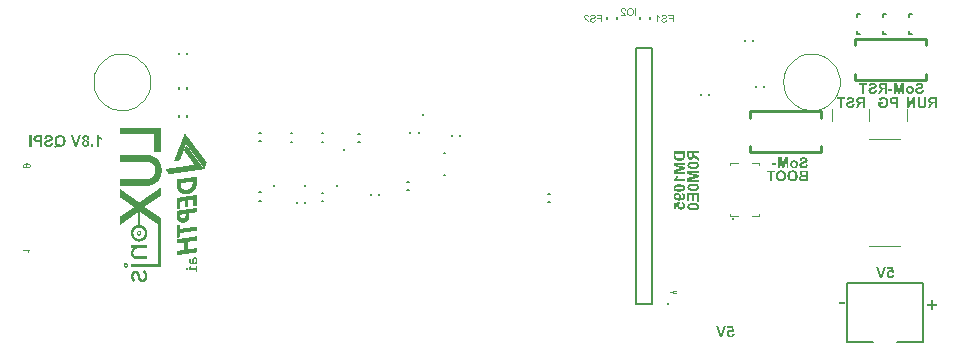
<source format=gbo>
G04*
G04 #@! TF.GenerationSoftware,Altium Limited,Altium Designer,21.6.4 (81)*
G04*
G04 Layer_Color=32896*
%FSLAX44Y44*%
%MOMM*%
G71*
G04*
G04 #@! TF.SameCoordinates,F86692EB-C332-45F3-9BF4-4BC724F80BFF*
G04*
G04*
G04 #@! TF.FilePolarity,Positive*
G04*
G01*
G75*
%ADD11C,0.2000*%
%ADD12C,0.2540*%
%ADD64C,0.1016*%
%ADD65C,0.2540*%
%ADD127C,0.1000*%
G36*
X-259111Y-69333D02*
X-264445D01*
Y-54333D01*
X-293667D01*
Y-53667D01*
Y-53556D01*
Y-48778D01*
X-259111D01*
Y-69333D01*
D02*
G37*
G36*
X-238455Y-53815D02*
X-238369D01*
Y-53901D01*
X-238283D01*
Y-53987D01*
X-238198D01*
Y-54158D01*
X-238112D01*
Y-54244D01*
X-238026D01*
Y-54330D01*
X-237940D01*
Y-54501D01*
X-237855D01*
Y-54587D01*
X-237769D01*
Y-54673D01*
X-237683D01*
Y-54844D01*
X-237597D01*
Y-54930D01*
X-237512D01*
Y-55102D01*
X-237426D01*
Y-55187D01*
X-237340D01*
Y-55273D01*
X-237254D01*
Y-55445D01*
X-237169D01*
Y-55530D01*
X-237083D01*
Y-55616D01*
X-236997D01*
Y-55788D01*
X-236911D01*
Y-55873D01*
X-236826D01*
Y-55959D01*
X-236740D01*
Y-56131D01*
X-236654D01*
Y-56216D01*
X-236568D01*
Y-56302D01*
X-236483D01*
Y-56474D01*
X-236397D01*
Y-56559D01*
X-236311D01*
Y-56645D01*
X-236225D01*
Y-56817D01*
X-236140D01*
Y-56902D01*
X-236054D01*
Y-56988D01*
X-235968D01*
Y-57160D01*
X-235882D01*
Y-57245D01*
X-235797D01*
Y-57331D01*
X-235711D01*
Y-57503D01*
X-235625D01*
Y-57589D01*
X-235539D01*
Y-57674D01*
X-235453D01*
Y-57846D01*
X-235368D01*
Y-57931D01*
X-235282D01*
Y-58017D01*
X-235196D01*
Y-58189D01*
X-235110D01*
Y-58274D01*
X-235025D01*
Y-58360D01*
X-234939D01*
Y-58532D01*
X-234853D01*
Y-58618D01*
X-234767D01*
Y-58703D01*
X-234682D01*
Y-58875D01*
X-234596D01*
Y-58961D01*
X-234510D01*
Y-59046D01*
X-234424D01*
Y-59218D01*
X-234339D01*
Y-59304D01*
X-234253D01*
Y-59389D01*
X-234167D01*
Y-59561D01*
X-234081D01*
Y-59647D01*
X-233996D01*
Y-59732D01*
X-233910D01*
Y-59904D01*
X-233824D01*
Y-59990D01*
X-233738D01*
Y-60075D01*
X-233653D01*
Y-60247D01*
X-233567D01*
Y-60333D01*
X-233481D01*
Y-60418D01*
X-233395D01*
Y-60590D01*
X-233310D01*
Y-60676D01*
X-233224D01*
Y-60761D01*
X-233138D01*
Y-60933D01*
X-233052D01*
Y-61019D01*
X-232966D01*
Y-61104D01*
X-232881D01*
Y-61276D01*
X-232795D01*
Y-61362D01*
X-232709D01*
Y-61448D01*
X-232624D01*
Y-61619D01*
X-232538D01*
Y-61705D01*
X-232452D01*
Y-61790D01*
X-232366D01*
Y-61962D01*
X-232281D01*
Y-62048D01*
X-232195D01*
Y-62134D01*
X-232109D01*
Y-62305D01*
X-232023D01*
Y-62391D01*
X-231938D01*
Y-62477D01*
X-231852D01*
Y-62648D01*
X-231766D01*
Y-62734D01*
X-231680D01*
Y-62820D01*
X-231595D01*
Y-62991D01*
X-231509D01*
Y-63077D01*
X-231423D01*
Y-63163D01*
X-231337D01*
Y-63334D01*
X-231251D01*
Y-63420D01*
X-231166D01*
Y-63506D01*
X-231080D01*
Y-63677D01*
X-230994D01*
Y-63763D01*
X-230908D01*
Y-63849D01*
X-230823D01*
Y-64020D01*
X-230737D01*
Y-64106D01*
X-230651D01*
Y-64192D01*
X-230565D01*
Y-64363D01*
X-230480D01*
Y-64449D01*
X-230394D01*
Y-64535D01*
X-230308D01*
Y-64706D01*
X-230222D01*
Y-64792D01*
X-230137D01*
Y-64963D01*
X-230051D01*
Y-65049D01*
X-229965D01*
Y-65135D01*
X-229879D01*
Y-65307D01*
X-229794D01*
Y-65392D01*
X-229708D01*
Y-65478D01*
X-229622D01*
Y-65649D01*
X-229536D01*
Y-65735D01*
X-229450D01*
Y-65821D01*
X-229365D01*
Y-65993D01*
X-229279D01*
Y-66078D01*
X-229193D01*
Y-66164D01*
X-229107D01*
Y-66336D01*
X-229022D01*
Y-66421D01*
X-228936D01*
Y-66507D01*
X-228850D01*
Y-66679D01*
X-228764D01*
Y-66764D01*
X-228679D01*
Y-66850D01*
X-228593D01*
Y-67022D01*
X-228507D01*
Y-67107D01*
X-228421D01*
Y-67193D01*
X-228336D01*
Y-67365D01*
X-228250D01*
Y-67450D01*
X-228164D01*
Y-67536D01*
X-228078D01*
Y-67708D01*
X-227993D01*
Y-67793D01*
X-227907D01*
Y-67879D01*
X-227821D01*
Y-68051D01*
X-227735D01*
Y-68136D01*
X-227650D01*
Y-68222D01*
X-227564D01*
Y-68394D01*
X-227478D01*
Y-68479D01*
X-227392D01*
Y-68565D01*
X-227307D01*
Y-68737D01*
X-227221D01*
Y-68822D01*
X-227135D01*
Y-68908D01*
X-227049D01*
Y-69080D01*
X-226964D01*
Y-69166D01*
X-226878D01*
Y-69251D01*
X-226792D01*
Y-69423D01*
X-226706D01*
Y-69509D01*
X-226621D01*
Y-69594D01*
X-226535D01*
Y-69766D01*
X-226449D01*
Y-69852D01*
X-226363D01*
Y-69937D01*
X-226278D01*
Y-70109D01*
X-226192D01*
Y-70195D01*
X-226106D01*
Y-70280D01*
X-226020D01*
Y-70452D01*
X-225935D01*
Y-70538D01*
X-225849D01*
Y-70623D01*
X-225763D01*
Y-70795D01*
X-225677D01*
Y-70881D01*
X-225592D01*
Y-70966D01*
X-225506D01*
Y-71138D01*
X-225420D01*
Y-71224D01*
X-225334D01*
Y-71309D01*
X-225249D01*
Y-71481D01*
X-225163D01*
Y-71567D01*
X-225077D01*
Y-71652D01*
X-224991D01*
Y-71824D01*
X-224905D01*
Y-71910D01*
X-224820D01*
Y-71996D01*
X-224734D01*
Y-72167D01*
X-224648D01*
Y-72253D01*
X-224562D01*
Y-72339D01*
X-224477D01*
Y-72510D01*
X-224391D01*
Y-72596D01*
X-224305D01*
Y-72681D01*
X-224219D01*
Y-72853D01*
X-224134D01*
Y-72939D01*
X-224048D01*
Y-73025D01*
X-223962D01*
Y-73196D01*
X-223876D01*
Y-73282D01*
X-223791D01*
Y-73368D01*
X-223705D01*
Y-73539D01*
X-223619D01*
Y-73625D01*
X-223533D01*
Y-73711D01*
X-223448D01*
Y-73882D01*
X-223362D01*
Y-73968D01*
X-223276D01*
Y-74054D01*
X-223190D01*
Y-74225D01*
X-223105D01*
Y-74311D01*
X-223019D01*
Y-74482D01*
X-222933D01*
Y-74568D01*
X-222847D01*
Y-74654D01*
X-222762D01*
Y-74825D01*
X-222676D01*
Y-74911D01*
X-222590D01*
Y-74997D01*
X-222504D01*
Y-75168D01*
X-222419D01*
Y-75254D01*
X-222333D01*
Y-75340D01*
X-222247D01*
Y-75511D01*
X-222161D01*
Y-75597D01*
X-222076D01*
Y-75683D01*
X-221990D01*
Y-75855D01*
X-221904D01*
Y-75940D01*
X-221818D01*
Y-76026D01*
X-221733D01*
Y-76198D01*
X-221647D01*
Y-76283D01*
X-221561D01*
Y-76369D01*
X-221475D01*
Y-76540D01*
X-221390D01*
Y-76626D01*
X-221304D01*
Y-76712D01*
X-221218D01*
Y-76884D01*
X-221132D01*
Y-76969D01*
X-221047D01*
Y-77055D01*
X-220961D01*
Y-77227D01*
X-220875D01*
Y-77312D01*
X-220789D01*
Y-77398D01*
X-220704D01*
Y-77570D01*
X-220618D01*
Y-77655D01*
X-220532D01*
Y-77741D01*
X-220446D01*
Y-77913D01*
X-220360D01*
Y-77998D01*
X-220275D01*
Y-78084D01*
X-220189D01*
Y-78256D01*
X-220103D01*
Y-78599D01*
X-220189D01*
Y-78856D01*
X-220275D01*
Y-79113D01*
X-220360D01*
Y-79370D01*
X-220446D01*
Y-79628D01*
X-220532D01*
Y-79799D01*
X-220618D01*
Y-80056D01*
X-220704D01*
Y-80314D01*
X-220789D01*
Y-80571D01*
X-220875D01*
Y-80828D01*
X-220961D01*
Y-81086D01*
X-221047D01*
Y-81257D01*
X-221132D01*
Y-81514D01*
X-221218D01*
Y-81772D01*
X-221304D01*
Y-82029D01*
X-221390D01*
Y-82286D01*
X-221475D01*
Y-82543D01*
X-221561D01*
Y-82715D01*
X-221647D01*
Y-82972D01*
X-221733D01*
Y-83230D01*
X-221818D01*
Y-83487D01*
X-221904D01*
Y-83658D01*
X-221990D01*
Y-83573D01*
X-222076D01*
Y-83401D01*
X-222161D01*
Y-83315D01*
X-222247D01*
Y-83230D01*
X-222333D01*
Y-83058D01*
X-222419D01*
Y-82972D01*
X-222504D01*
Y-82886D01*
X-222590D01*
Y-82715D01*
X-222676D01*
Y-82629D01*
X-222762D01*
Y-82543D01*
X-222847D01*
Y-82372D01*
X-222933D01*
Y-82286D01*
X-223019D01*
Y-82200D01*
X-223105D01*
Y-82029D01*
X-223190D01*
Y-81943D01*
X-223276D01*
Y-81857D01*
X-223362D01*
Y-81686D01*
X-223448D01*
Y-81600D01*
X-223533D01*
Y-81514D01*
X-223619D01*
Y-81343D01*
X-223705D01*
Y-81257D01*
X-223791D01*
Y-81171D01*
X-223876D01*
Y-81000D01*
X-223962D01*
Y-80914D01*
X-224048D01*
Y-80828D01*
X-224134D01*
Y-80657D01*
X-224219D01*
Y-80571D01*
X-224305D01*
Y-80485D01*
X-224391D01*
Y-80314D01*
X-224477D01*
Y-80228D01*
X-224562D01*
Y-80142D01*
X-224648D01*
Y-79971D01*
X-224734D01*
Y-79885D01*
X-224820D01*
Y-79799D01*
X-224905D01*
Y-79628D01*
X-224991D01*
Y-79542D01*
X-225077D01*
Y-79456D01*
X-225163D01*
Y-79285D01*
X-225249D01*
Y-79199D01*
X-225334D01*
Y-79113D01*
X-225420D01*
Y-78942D01*
X-225506D01*
Y-78856D01*
X-225592D01*
Y-78770D01*
X-225677D01*
Y-78599D01*
X-225763D01*
Y-78513D01*
X-225849D01*
Y-78427D01*
X-225935D01*
Y-78256D01*
X-226020D01*
Y-78170D01*
X-226106D01*
Y-78084D01*
X-226192D01*
Y-77913D01*
X-226278D01*
Y-77827D01*
X-226363D01*
Y-77741D01*
X-226449D01*
Y-77570D01*
X-226535D01*
Y-77484D01*
X-226621D01*
Y-77398D01*
X-226706D01*
Y-77227D01*
X-226792D01*
Y-77141D01*
X-226878D01*
Y-77055D01*
X-226964D01*
Y-76884D01*
X-227049D01*
Y-76798D01*
X-227135D01*
Y-76712D01*
X-227221D01*
Y-76540D01*
X-227307D01*
Y-76455D01*
X-227392D01*
Y-76369D01*
X-227478D01*
Y-76198D01*
X-227564D01*
Y-76112D01*
X-227650D01*
Y-76026D01*
X-227735D01*
Y-75855D01*
X-227821D01*
Y-75769D01*
X-227907D01*
Y-75683D01*
X-227993D01*
Y-75511D01*
X-228078D01*
Y-75426D01*
X-228164D01*
Y-75340D01*
X-228250D01*
Y-75168D01*
X-228336D01*
Y-75083D01*
X-228421D01*
Y-74997D01*
X-228507D01*
Y-74825D01*
X-228593D01*
Y-74740D01*
X-228679D01*
Y-74654D01*
X-228764D01*
Y-74568D01*
X-228850D01*
Y-74397D01*
X-228936D01*
Y-74311D01*
X-229022D01*
Y-74225D01*
X-229107D01*
Y-74054D01*
X-229193D01*
Y-73968D01*
X-229279D01*
Y-73882D01*
X-229365D01*
Y-73711D01*
X-229450D01*
Y-73625D01*
X-229536D01*
Y-73539D01*
X-229622D01*
Y-73368D01*
X-229708D01*
Y-73282D01*
X-229794D01*
Y-73196D01*
X-229879D01*
Y-73025D01*
X-229965D01*
Y-72939D01*
X-230051D01*
Y-72853D01*
X-230137D01*
Y-72681D01*
X-230222D01*
Y-72596D01*
X-230308D01*
Y-72510D01*
X-230394D01*
Y-72339D01*
X-230480D01*
Y-72253D01*
X-230565D01*
Y-72167D01*
X-230651D01*
Y-71996D01*
X-230737D01*
Y-71910D01*
X-230823D01*
Y-71824D01*
X-230908D01*
Y-71652D01*
X-230994D01*
Y-71567D01*
X-231080D01*
Y-71481D01*
X-231166D01*
Y-71309D01*
X-231251D01*
Y-71224D01*
X-231337D01*
Y-71138D01*
X-231423D01*
Y-70966D01*
X-231509D01*
Y-70881D01*
X-231595D01*
Y-70795D01*
X-231680D01*
Y-70623D01*
X-231766D01*
Y-70538D01*
X-231852D01*
Y-70452D01*
X-231938D01*
Y-70280D01*
X-232023D01*
Y-70195D01*
X-232109D01*
Y-70109D01*
X-232195D01*
Y-69937D01*
X-232281D01*
Y-69852D01*
X-232366D01*
Y-69766D01*
X-232452D01*
Y-69594D01*
X-232538D01*
Y-69509D01*
X-232624D01*
Y-69423D01*
X-232709D01*
Y-69251D01*
X-232795D01*
Y-69166D01*
X-232881D01*
Y-69080D01*
X-232966D01*
Y-68908D01*
X-233052D01*
Y-68822D01*
X-233138D01*
Y-68737D01*
X-233224D01*
Y-68565D01*
X-233310D01*
Y-68479D01*
X-233395D01*
Y-68394D01*
X-233481D01*
Y-68222D01*
X-233567D01*
Y-68136D01*
X-233653D01*
Y-68051D01*
X-233738D01*
Y-67879D01*
X-233824D01*
Y-67793D01*
X-233910D01*
Y-67708D01*
X-233996D01*
Y-67536D01*
X-234081D01*
Y-67450D01*
X-234167D01*
Y-67365D01*
X-234253D01*
Y-67193D01*
X-234339D01*
Y-67107D01*
X-234424D01*
Y-67022D01*
X-234510D01*
Y-66850D01*
X-234596D01*
Y-66764D01*
X-234682D01*
Y-66679D01*
X-234767D01*
Y-66507D01*
X-234853D01*
Y-66421D01*
X-234939D01*
Y-66336D01*
X-235025D01*
Y-66164D01*
X-235110D01*
Y-66078D01*
X-235196D01*
Y-65993D01*
X-235282D01*
Y-65821D01*
X-235368D01*
Y-65735D01*
X-235453D01*
Y-65649D01*
X-235539D01*
Y-65478D01*
X-235625D01*
Y-65392D01*
X-235711D01*
Y-65307D01*
X-235797D01*
Y-65135D01*
X-235882D01*
Y-65049D01*
X-235968D01*
Y-64963D01*
X-236054D01*
Y-64792D01*
X-236140D01*
Y-64706D01*
X-236225D01*
Y-64620D01*
X-236311D01*
Y-64449D01*
X-236397D01*
Y-64363D01*
X-236483D01*
Y-64277D01*
X-236568D01*
Y-64106D01*
X-236654D01*
Y-64020D01*
X-236740D01*
Y-63934D01*
X-236826D01*
Y-63763D01*
X-236911D01*
Y-63677D01*
X-236997D01*
Y-63591D01*
X-237083D01*
Y-63420D01*
X-237169D01*
Y-63334D01*
X-237254D01*
Y-63248D01*
X-237340D01*
Y-63077D01*
X-237426D01*
Y-62991D01*
X-237512D01*
Y-62905D01*
X-237597D01*
Y-62820D01*
X-237769D01*
Y-62905D01*
X-237855D01*
Y-63077D01*
X-237940D01*
Y-63334D01*
X-238026D01*
Y-63591D01*
X-238112D01*
Y-63849D01*
X-238198D01*
Y-64106D01*
X-238283D01*
Y-64277D01*
X-238369D01*
Y-64535D01*
X-238455D01*
Y-64792D01*
X-238541D01*
Y-65049D01*
X-238626D01*
Y-65307D01*
X-238712D01*
Y-65478D01*
X-238798D01*
Y-65735D01*
X-238884D01*
Y-65993D01*
X-238969D01*
Y-66250D01*
X-239055D01*
Y-66507D01*
X-239141D01*
Y-66679D01*
X-239227D01*
Y-66936D01*
X-239312D01*
Y-67193D01*
X-239398D01*
Y-67450D01*
X-239484D01*
Y-67622D01*
X-239570D01*
Y-67879D01*
X-239655D01*
Y-68136D01*
X-239741D01*
Y-68394D01*
X-239827D01*
Y-68651D01*
X-239913D01*
Y-68822D01*
X-239998D01*
Y-69080D01*
X-240084D01*
Y-69337D01*
X-240170D01*
Y-69594D01*
X-240256D01*
Y-69852D01*
X-240341D01*
Y-70023D01*
X-240427D01*
Y-70280D01*
X-240513D01*
Y-70538D01*
X-240599D01*
Y-70795D01*
X-240685D01*
Y-71052D01*
X-240770D01*
Y-71224D01*
X-240856D01*
Y-71481D01*
X-240942D01*
Y-71738D01*
X-241028D01*
Y-71996D01*
X-241113D01*
Y-72253D01*
X-241199D01*
Y-72424D01*
X-241285D01*
Y-72681D01*
X-241371D01*
Y-72939D01*
X-241456D01*
Y-73196D01*
X-241542D01*
Y-73453D01*
X-241628D01*
Y-73625D01*
X-241714D01*
Y-73882D01*
X-241799D01*
Y-74139D01*
X-241885D01*
Y-74397D01*
X-241971D01*
Y-74654D01*
X-242057D01*
Y-74825D01*
X-242142D01*
Y-75083D01*
X-242228D01*
Y-75340D01*
X-242314D01*
Y-75597D01*
X-242400D01*
Y-75855D01*
X-242485D01*
Y-76026D01*
X-242571D01*
Y-76283D01*
X-242657D01*
Y-76455D01*
X-242743D01*
Y-76540D01*
X-243172D01*
Y-76626D01*
X-243772D01*
Y-76712D01*
X-244372D01*
Y-76798D01*
X-244972D01*
Y-76884D01*
X-245573D01*
Y-76969D01*
X-246173D01*
Y-77055D01*
X-246773D01*
Y-77141D01*
X-247374D01*
Y-77227D01*
X-247888D01*
Y-77141D01*
X-247802D01*
Y-76884D01*
X-247717D01*
Y-76712D01*
X-247631D01*
Y-76455D01*
X-247545D01*
Y-76283D01*
X-247459D01*
Y-76026D01*
X-247374D01*
Y-75769D01*
X-247288D01*
Y-75597D01*
X-247202D01*
Y-75340D01*
X-247116D01*
Y-75168D01*
X-247031D01*
Y-74911D01*
X-246945D01*
Y-74740D01*
X-246859D01*
Y-74482D01*
X-246773D01*
Y-74311D01*
X-246688D01*
Y-74054D01*
X-246602D01*
Y-73882D01*
X-246516D01*
Y-73625D01*
X-246430D01*
Y-73368D01*
X-246344D01*
Y-73196D01*
X-246259D01*
Y-72939D01*
X-246173D01*
Y-72767D01*
X-246087D01*
Y-72510D01*
X-246001D01*
Y-72339D01*
X-245916D01*
Y-72081D01*
X-245830D01*
Y-71910D01*
X-245744D01*
Y-71652D01*
X-245658D01*
Y-71481D01*
X-245573D01*
Y-71224D01*
X-245487D01*
Y-71052D01*
X-245401D01*
Y-70795D01*
X-245315D01*
Y-70538D01*
X-245230D01*
Y-70366D01*
X-245144D01*
Y-70109D01*
X-245058D01*
Y-69937D01*
X-244972D01*
Y-69680D01*
X-244887D01*
Y-69509D01*
X-244801D01*
Y-69251D01*
X-244715D01*
Y-69080D01*
X-244629D01*
Y-68822D01*
X-244544D01*
Y-68651D01*
X-244458D01*
Y-68394D01*
X-244372D01*
Y-68222D01*
X-244286D01*
Y-67965D01*
X-244201D01*
Y-67708D01*
X-244115D01*
Y-67536D01*
X-244029D01*
Y-67279D01*
X-243943D01*
Y-67107D01*
X-243857D01*
Y-66850D01*
X-243772D01*
Y-66679D01*
X-243686D01*
Y-66421D01*
X-243600D01*
Y-66250D01*
X-243514D01*
Y-65993D01*
X-243429D01*
Y-65821D01*
X-243343D01*
Y-65564D01*
X-243257D01*
Y-65307D01*
X-243172D01*
Y-65135D01*
X-243086D01*
Y-64878D01*
X-243000D01*
Y-64706D01*
X-242914D01*
Y-64449D01*
X-242828D01*
Y-64277D01*
X-242743D01*
Y-64020D01*
X-242657D01*
Y-63849D01*
X-242571D01*
Y-63591D01*
X-242485D01*
Y-63420D01*
X-242400D01*
Y-63163D01*
X-242314D01*
Y-62991D01*
X-242228D01*
Y-62734D01*
X-242142D01*
Y-62477D01*
X-242057D01*
Y-62305D01*
X-241971D01*
Y-62048D01*
X-241885D01*
Y-61876D01*
X-241799D01*
Y-61619D01*
X-241714D01*
Y-61448D01*
X-241628D01*
Y-61190D01*
X-241542D01*
Y-61019D01*
X-241456D01*
Y-60761D01*
X-241371D01*
Y-60590D01*
X-241285D01*
Y-60333D01*
X-241199D01*
Y-60161D01*
X-241113D01*
Y-59904D01*
X-241028D01*
Y-59647D01*
X-240942D01*
Y-59475D01*
X-240856D01*
Y-59218D01*
X-240770D01*
Y-59046D01*
X-240685D01*
Y-58789D01*
X-240599D01*
Y-58618D01*
X-240513D01*
Y-58360D01*
X-240427D01*
Y-58189D01*
X-240341D01*
Y-57931D01*
X-240256D01*
Y-57760D01*
X-240170D01*
Y-57503D01*
X-240084D01*
Y-57245D01*
X-239998D01*
Y-57074D01*
X-239913D01*
Y-56817D01*
X-239827D01*
Y-56645D01*
X-239741D01*
Y-56388D01*
X-239655D01*
Y-56216D01*
X-239570D01*
Y-55959D01*
X-239484D01*
Y-55788D01*
X-239398D01*
Y-55530D01*
X-239312D01*
Y-55359D01*
X-239227D01*
Y-55102D01*
X-239141D01*
Y-54930D01*
X-239055D01*
Y-54673D01*
X-238969D01*
Y-54415D01*
X-238884D01*
Y-54244D01*
X-238798D01*
Y-53987D01*
X-238712D01*
Y-53815D01*
X-238626D01*
Y-53644D01*
X-238455D01*
Y-53815D01*
D02*
G37*
G36*
X-237512Y-63677D02*
X-237426D01*
Y-63763D01*
X-237340D01*
Y-63849D01*
X-237254D01*
Y-64020D01*
X-237169D01*
Y-64106D01*
X-237083D01*
Y-64192D01*
X-236997D01*
Y-64363D01*
X-236911D01*
Y-64449D01*
X-236826D01*
Y-64535D01*
X-236740D01*
Y-64706D01*
X-236654D01*
Y-64792D01*
X-236568D01*
Y-64878D01*
X-236483D01*
Y-65049D01*
X-236397D01*
Y-65135D01*
X-236311D01*
Y-65221D01*
X-236225D01*
Y-65392D01*
X-236140D01*
Y-65478D01*
X-236054D01*
Y-65564D01*
X-235968D01*
Y-65735D01*
X-235882D01*
Y-65821D01*
X-235797D01*
Y-65907D01*
X-235711D01*
Y-66078D01*
X-235625D01*
Y-66164D01*
X-235539D01*
Y-66250D01*
X-235453D01*
Y-66421D01*
X-235368D01*
Y-66507D01*
X-235282D01*
Y-66593D01*
X-235196D01*
Y-66764D01*
X-235110D01*
Y-66850D01*
X-235025D01*
Y-66936D01*
X-234939D01*
Y-67107D01*
X-234853D01*
Y-67193D01*
X-234767D01*
Y-67279D01*
X-234682D01*
Y-67450D01*
X-234596D01*
Y-67536D01*
X-234510D01*
Y-67622D01*
X-234424D01*
Y-67793D01*
X-234339D01*
Y-67879D01*
X-234253D01*
Y-67965D01*
X-234167D01*
Y-68136D01*
X-234081D01*
Y-68222D01*
X-233996D01*
Y-68308D01*
X-233910D01*
Y-68479D01*
X-233824D01*
Y-68565D01*
X-233738D01*
Y-68651D01*
X-233653D01*
Y-68822D01*
X-233567D01*
Y-68908D01*
X-233481D01*
Y-68994D01*
X-233395D01*
Y-69166D01*
X-233310D01*
Y-69251D01*
X-233224D01*
Y-69337D01*
X-233138D01*
Y-69509D01*
X-233052D01*
Y-69594D01*
X-232966D01*
Y-69680D01*
X-232881D01*
Y-69852D01*
X-232795D01*
Y-69937D01*
X-232709D01*
Y-70023D01*
X-232624D01*
Y-70195D01*
X-232538D01*
Y-70280D01*
X-232452D01*
Y-70366D01*
X-232366D01*
Y-70538D01*
X-232281D01*
Y-70623D01*
X-232195D01*
Y-70709D01*
X-232109D01*
Y-70881D01*
X-232023D01*
Y-70966D01*
X-231938D01*
Y-71052D01*
X-231852D01*
Y-71224D01*
X-231766D01*
Y-71309D01*
X-231680D01*
Y-71395D01*
X-231595D01*
Y-71567D01*
X-231509D01*
Y-71652D01*
X-231423D01*
Y-71738D01*
X-231337D01*
Y-71910D01*
X-231251D01*
Y-71996D01*
X-231166D01*
Y-72081D01*
X-231080D01*
Y-72253D01*
X-230994D01*
Y-72339D01*
X-230908D01*
Y-72424D01*
X-230823D01*
Y-72596D01*
X-230737D01*
Y-72681D01*
X-230651D01*
Y-72767D01*
X-230565D01*
Y-72939D01*
X-230480D01*
Y-73025D01*
X-230394D01*
Y-73110D01*
X-230308D01*
Y-73282D01*
X-230222D01*
Y-73368D01*
X-230137D01*
Y-73453D01*
X-230051D01*
Y-73625D01*
X-229965D01*
Y-73711D01*
X-229879D01*
Y-73796D01*
X-229794D01*
Y-73968D01*
X-229708D01*
Y-74054D01*
X-229622D01*
Y-74139D01*
X-229536D01*
Y-74311D01*
X-229450D01*
Y-74397D01*
X-229365D01*
Y-74482D01*
X-229279D01*
Y-74654D01*
X-229193D01*
Y-74740D01*
X-229107D01*
Y-74825D01*
X-229022D01*
Y-74997D01*
X-228936D01*
Y-75083D01*
X-228850D01*
Y-75168D01*
X-228764D01*
Y-75340D01*
X-228679D01*
Y-75426D01*
X-228593D01*
Y-75511D01*
X-228507D01*
Y-75597D01*
X-228421D01*
Y-75769D01*
X-228336D01*
Y-75855D01*
X-228250D01*
Y-75940D01*
X-228164D01*
Y-76112D01*
X-228078D01*
Y-76198D01*
X-227993D01*
Y-76283D01*
X-227907D01*
Y-76455D01*
X-227821D01*
Y-76540D01*
X-227735D01*
Y-76626D01*
X-227650D01*
Y-76798D01*
X-227564D01*
Y-76884D01*
X-227478D01*
Y-76969D01*
X-227392D01*
Y-77141D01*
X-227307D01*
Y-77227D01*
X-227221D01*
Y-77312D01*
X-227135D01*
Y-77484D01*
X-227049D01*
Y-77570D01*
X-226964D01*
Y-77655D01*
X-226878D01*
Y-77827D01*
X-226792D01*
Y-77913D01*
X-226706D01*
Y-77998D01*
X-226621D01*
Y-78170D01*
X-226535D01*
Y-78256D01*
X-226449D01*
Y-78341D01*
X-226363D01*
Y-78513D01*
X-226278D01*
Y-78599D01*
X-226192D01*
Y-78684D01*
X-226106D01*
Y-78856D01*
X-226020D01*
Y-78942D01*
X-225935D01*
Y-79028D01*
X-225849D01*
Y-79199D01*
X-225763D01*
Y-79285D01*
X-225677D01*
Y-79370D01*
X-225592D01*
Y-79542D01*
X-225506D01*
Y-79628D01*
X-225420D01*
Y-79714D01*
X-225334D01*
Y-79885D01*
X-225249D01*
Y-79971D01*
X-225163D01*
Y-80056D01*
X-225077D01*
Y-80228D01*
X-224991D01*
Y-80314D01*
X-224905D01*
Y-80400D01*
X-224820D01*
Y-80571D01*
X-224734D01*
Y-80657D01*
X-224648D01*
Y-80743D01*
X-224562D01*
Y-80914D01*
X-224477D01*
Y-81000D01*
X-224391D01*
Y-81086D01*
X-224305D01*
Y-81257D01*
X-224219D01*
Y-81343D01*
X-224134D01*
Y-81429D01*
X-224048D01*
Y-81600D01*
X-223962D01*
Y-81686D01*
X-223876D01*
Y-81772D01*
X-223791D01*
Y-81943D01*
X-223705D01*
Y-82029D01*
X-223619D01*
Y-82115D01*
X-223533D01*
Y-82286D01*
X-223448D01*
Y-82372D01*
X-223362D01*
Y-82458D01*
X-223276D01*
Y-82629D01*
X-223190D01*
Y-82715D01*
X-223105D01*
Y-82801D01*
X-223019D01*
Y-82972D01*
X-222933D01*
Y-83058D01*
X-222847D01*
Y-83144D01*
X-222762D01*
Y-83315D01*
X-222676D01*
Y-83401D01*
X-222590D01*
Y-83487D01*
X-222504D01*
Y-83658D01*
X-222419D01*
Y-83744D01*
X-222333D01*
Y-83830D01*
X-222247D01*
Y-83916D01*
X-222762D01*
Y-84001D01*
X-223362D01*
Y-84087D01*
X-223876D01*
Y-84173D01*
X-224477D01*
Y-84259D01*
X-225077D01*
Y-84344D01*
X-225677D01*
Y-84430D01*
X-226278D01*
Y-84516D01*
X-226792D01*
Y-84602D01*
X-227392D01*
Y-84687D01*
X-227993D01*
Y-84773D01*
X-228593D01*
Y-84859D01*
X-229193D01*
Y-84945D01*
X-229708D01*
Y-85030D01*
X-230308D01*
Y-85116D01*
X-230908D01*
Y-85202D01*
X-231509D01*
Y-85288D01*
X-232109D01*
Y-85373D01*
X-232624D01*
Y-85459D01*
X-233224D01*
Y-85545D01*
X-233824D01*
Y-85631D01*
X-234424D01*
Y-85716D01*
X-235025D01*
Y-85802D01*
X-235539D01*
Y-85888D01*
X-236140D01*
Y-85974D01*
X-236740D01*
Y-86059D01*
X-237340D01*
Y-86145D01*
X-237855D01*
Y-86231D01*
X-238455D01*
Y-86317D01*
X-239055D01*
Y-86402D01*
X-239655D01*
Y-86488D01*
X-240256D01*
Y-86574D01*
X-240770D01*
Y-86660D01*
X-241371D01*
Y-86746D01*
X-241971D01*
Y-86831D01*
X-242571D01*
Y-86917D01*
X-243172D01*
Y-87003D01*
X-243686D01*
Y-87088D01*
X-244286D01*
Y-87174D01*
X-244887D01*
Y-87260D01*
X-245487D01*
Y-87346D01*
X-246087D01*
Y-87431D01*
X-246602D01*
Y-87517D01*
X-247202D01*
Y-87603D01*
X-247802D01*
Y-87689D01*
X-248403D01*
Y-87774D01*
X-249003D01*
Y-87860D01*
X-249517D01*
Y-87946D01*
X-250118D01*
Y-88032D01*
X-250718D01*
Y-88118D01*
X-251318D01*
Y-88203D01*
X-251833D01*
Y-88289D01*
X-252176D01*
Y-88118D01*
X-252262D01*
Y-88032D01*
X-252347D01*
Y-87860D01*
X-252433D01*
Y-87774D01*
X-252519D01*
Y-87603D01*
X-252605D01*
Y-87517D01*
X-252690D01*
Y-87346D01*
X-252776D01*
Y-87260D01*
X-252862D01*
Y-87088D01*
X-252948D01*
Y-87003D01*
X-253033D01*
Y-86831D01*
X-253119D01*
Y-86746D01*
X-253205D01*
Y-86574D01*
X-253291D01*
Y-86488D01*
X-253376D01*
Y-86402D01*
X-253462D01*
Y-86231D01*
X-253548D01*
Y-86145D01*
X-253634D01*
Y-85974D01*
X-253720D01*
Y-85888D01*
X-253805D01*
Y-85716D01*
X-253891D01*
Y-85631D01*
X-253977D01*
Y-85459D01*
X-254062D01*
Y-85373D01*
X-254148D01*
Y-85202D01*
X-254234D01*
Y-85116D01*
X-254320D01*
Y-84945D01*
X-254405D01*
Y-84859D01*
X-254491D01*
Y-84687D01*
X-254577D01*
Y-84602D01*
X-254663D01*
Y-84430D01*
X-254748D01*
Y-84344D01*
X-254834D01*
Y-84173D01*
X-254920D01*
Y-84087D01*
X-255006D01*
Y-83916D01*
X-255091D01*
Y-83744D01*
X-254491D01*
Y-83658D01*
X-253891D01*
Y-83573D01*
X-253291D01*
Y-83487D01*
X-252690D01*
Y-83401D01*
X-252090D01*
Y-83315D01*
X-251576D01*
Y-83230D01*
X-250975D01*
Y-83144D01*
X-250375D01*
Y-83058D01*
X-249775D01*
Y-82972D01*
X-249174D01*
Y-82886D01*
X-248660D01*
Y-82801D01*
X-248060D01*
Y-82715D01*
X-247459D01*
Y-82629D01*
X-246859D01*
Y-82543D01*
X-246259D01*
Y-82458D01*
X-245658D01*
Y-82372D01*
X-245144D01*
Y-82286D01*
X-244544D01*
Y-82200D01*
X-243943D01*
Y-82115D01*
X-243343D01*
Y-82029D01*
X-242743D01*
Y-81943D01*
X-242228D01*
Y-81857D01*
X-241628D01*
Y-81772D01*
X-241028D01*
Y-81686D01*
X-240427D01*
Y-81600D01*
X-239827D01*
Y-81514D01*
X-239312D01*
Y-81429D01*
X-238712D01*
Y-81343D01*
X-238112D01*
Y-81257D01*
X-237512D01*
Y-81171D01*
X-236911D01*
Y-81086D01*
X-236311D01*
Y-81000D01*
X-235797D01*
Y-80914D01*
X-235196D01*
Y-80828D01*
X-234596D01*
Y-80743D01*
X-233996D01*
Y-80657D01*
X-233395D01*
Y-80571D01*
X-232881D01*
Y-80485D01*
X-232281D01*
Y-80400D01*
X-231680D01*
Y-80314D01*
X-231080D01*
Y-80228D01*
X-230823D01*
Y-80142D01*
X-230737D01*
Y-79885D01*
X-230823D01*
Y-79714D01*
X-230908D01*
Y-79628D01*
X-230994D01*
Y-79542D01*
X-231080D01*
Y-79370D01*
X-231166D01*
Y-79285D01*
X-231251D01*
Y-79199D01*
X-231337D01*
Y-79028D01*
X-231423D01*
Y-78942D01*
X-231509D01*
Y-78856D01*
X-231595D01*
Y-78684D01*
X-231680D01*
Y-78599D01*
X-231766D01*
Y-78513D01*
X-231852D01*
Y-78341D01*
X-231938D01*
Y-78256D01*
X-232023D01*
Y-78170D01*
X-232109D01*
Y-77998D01*
X-232195D01*
Y-77913D01*
X-232281D01*
Y-77827D01*
X-232366D01*
Y-77655D01*
X-232452D01*
Y-77570D01*
X-232538D01*
Y-77398D01*
X-232624D01*
Y-77312D01*
X-232709D01*
Y-77227D01*
X-232795D01*
Y-77055D01*
X-232881D01*
Y-76969D01*
X-232966D01*
Y-76884D01*
X-233052D01*
Y-76712D01*
X-233138D01*
Y-76626D01*
X-233224D01*
Y-76540D01*
X-233310D01*
Y-76369D01*
X-233395D01*
Y-76283D01*
X-233481D01*
Y-76198D01*
X-233567D01*
Y-76026D01*
X-233653D01*
Y-75940D01*
X-233738D01*
Y-75855D01*
X-233824D01*
Y-75683D01*
X-233910D01*
Y-75597D01*
X-233996D01*
Y-75511D01*
X-234081D01*
Y-75340D01*
X-234167D01*
Y-75254D01*
X-234253D01*
Y-75168D01*
X-234339D01*
Y-74997D01*
X-234424D01*
Y-74911D01*
X-234510D01*
Y-74825D01*
X-234596D01*
Y-74654D01*
X-234682D01*
Y-74568D01*
X-234767D01*
Y-74482D01*
X-234853D01*
Y-74311D01*
X-234939D01*
Y-74225D01*
X-235025D01*
Y-74139D01*
X-235110D01*
Y-73968D01*
X-235196D01*
Y-73882D01*
X-235282D01*
Y-73711D01*
X-235368D01*
Y-73625D01*
X-235453D01*
Y-73539D01*
X-235539D01*
Y-73368D01*
X-235625D01*
Y-73282D01*
X-235711D01*
Y-73196D01*
X-235797D01*
Y-73025D01*
X-235882D01*
Y-72939D01*
X-235968D01*
Y-72853D01*
X-236054D01*
Y-72681D01*
X-236140D01*
Y-72596D01*
X-236225D01*
Y-72510D01*
X-236311D01*
Y-72339D01*
X-236397D01*
Y-72253D01*
X-236483D01*
Y-72167D01*
X-236568D01*
Y-71996D01*
X-236654D01*
Y-71910D01*
X-236740D01*
Y-71824D01*
X-236826D01*
Y-71652D01*
X-236911D01*
Y-71567D01*
X-236997D01*
Y-71481D01*
X-237083D01*
Y-71309D01*
X-237169D01*
Y-71224D01*
X-237254D01*
Y-71138D01*
X-237340D01*
Y-70966D01*
X-237426D01*
Y-70881D01*
X-237512D01*
Y-70795D01*
X-237597D01*
Y-70623D01*
X-237683D01*
Y-70538D01*
X-237769D01*
Y-70452D01*
X-237855D01*
Y-70280D01*
X-237940D01*
Y-70195D01*
X-238026D01*
Y-70109D01*
X-238112D01*
Y-69937D01*
X-238198D01*
Y-69852D01*
X-238283D01*
Y-69680D01*
X-238369D01*
Y-69594D01*
X-238455D01*
Y-69509D01*
X-238541D01*
Y-69337D01*
X-238626D01*
Y-69251D01*
X-238712D01*
Y-69166D01*
X-238798D01*
Y-68994D01*
X-238884D01*
Y-68908D01*
X-238969D01*
Y-68822D01*
X-239055D01*
Y-68651D01*
X-239141D01*
Y-68565D01*
X-239227D01*
Y-68479D01*
X-239312D01*
Y-68136D01*
X-239227D01*
Y-67879D01*
X-239141D01*
Y-67622D01*
X-239055D01*
Y-67450D01*
X-238969D01*
Y-67193D01*
X-238884D01*
Y-66936D01*
X-238798D01*
Y-66679D01*
X-238712D01*
Y-66421D01*
X-238626D01*
Y-66164D01*
X-238541D01*
Y-65993D01*
X-238455D01*
Y-65735D01*
X-238369D01*
Y-65478D01*
X-238283D01*
Y-65221D01*
X-238198D01*
Y-64963D01*
X-238112D01*
Y-64792D01*
X-238026D01*
Y-64535D01*
X-237940D01*
Y-64277D01*
X-237855D01*
Y-64020D01*
X-237769D01*
Y-63763D01*
X-237683D01*
Y-63506D01*
X-237512D01*
Y-63677D01*
D02*
G37*
G36*
X-271444Y-71889D02*
X-270111D01*
Y-72000D01*
X-269333D01*
Y-72111D01*
X-268667D01*
Y-72222D01*
X-268111D01*
Y-72333D01*
X-267667D01*
Y-72445D01*
X-267222D01*
Y-72556D01*
X-266889D01*
Y-72667D01*
X-266556D01*
Y-72778D01*
X-266222D01*
Y-72889D01*
X-265889D01*
Y-73000D01*
X-265667D01*
Y-73111D01*
X-265333D01*
Y-73222D01*
X-265111D01*
Y-73333D01*
X-264889D01*
Y-73444D01*
X-264667D01*
Y-73556D01*
X-264445D01*
Y-73667D01*
X-264222D01*
Y-73778D01*
X-264000D01*
Y-73889D01*
X-263889D01*
Y-74000D01*
X-263667D01*
Y-74111D01*
X-263556D01*
Y-74222D01*
X-263333D01*
Y-74333D01*
X-263222D01*
Y-74444D01*
X-263000D01*
Y-74556D01*
X-262889D01*
Y-74667D01*
X-262778D01*
Y-74778D01*
X-262556D01*
Y-74889D01*
X-262444D01*
Y-75000D01*
X-262333D01*
Y-75111D01*
X-262222D01*
Y-75222D01*
X-262111D01*
Y-75333D01*
X-262000D01*
Y-75444D01*
X-261889D01*
Y-75556D01*
X-261778D01*
Y-75667D01*
X-261667D01*
Y-75778D01*
X-261556D01*
Y-75889D01*
X-261444D01*
Y-76000D01*
X-261333D01*
Y-76111D01*
X-261222D01*
Y-76222D01*
X-261111D01*
Y-76333D01*
X-261000D01*
Y-76556D01*
X-260889D01*
Y-76667D01*
X-260778D01*
Y-76778D01*
X-260667D01*
Y-77000D01*
X-260556D01*
Y-77111D01*
X-260445D01*
Y-77333D01*
X-260333D01*
Y-77445D01*
X-260222D01*
Y-77667D01*
X-260111D01*
Y-77889D01*
X-260000D01*
Y-78000D01*
X-259889D01*
Y-78222D01*
X-259778D01*
Y-78444D01*
X-259667D01*
Y-78667D01*
X-259556D01*
Y-78889D01*
X-259445D01*
Y-79111D01*
X-259333D01*
Y-79444D01*
X-259222D01*
Y-79667D01*
X-259111D01*
Y-80000D01*
X-259000D01*
Y-80333D01*
X-258889D01*
Y-80778D01*
X-258778D01*
Y-81222D01*
X-258667D01*
Y-81778D01*
X-258556D01*
Y-82333D01*
X-258444D01*
Y-83333D01*
X-258333D01*
Y-86778D01*
X-258444D01*
Y-87667D01*
X-258556D01*
Y-88333D01*
X-258667D01*
Y-88889D01*
X-258778D01*
Y-89333D01*
X-258889D01*
Y-89667D01*
X-259000D01*
Y-90000D01*
X-259111D01*
Y-90333D01*
X-259222D01*
Y-90667D01*
X-259333D01*
Y-90889D01*
X-259445D01*
Y-91222D01*
X-259556D01*
Y-91445D01*
X-259667D01*
Y-91667D01*
X-259778D01*
Y-91889D01*
X-259889D01*
Y-92000D01*
X-260000D01*
Y-92222D01*
X-260111D01*
Y-92444D01*
X-260222D01*
Y-92667D01*
X-260333D01*
Y-92778D01*
X-260445D01*
Y-93000D01*
X-260556D01*
Y-93111D01*
X-260667D01*
Y-93222D01*
X-260778D01*
Y-93444D01*
X-260889D01*
Y-93556D01*
X-261000D01*
Y-93667D01*
X-261111D01*
Y-93778D01*
X-261222D01*
Y-94000D01*
X-261333D01*
Y-94111D01*
X-261444D01*
Y-94222D01*
X-261556D01*
Y-94333D01*
X-261667D01*
Y-94445D01*
X-261778D01*
Y-94556D01*
X-261889D01*
Y-94667D01*
X-262000D01*
Y-94778D01*
X-262111D01*
Y-94889D01*
X-262222D01*
Y-95000D01*
X-262333D01*
Y-95111D01*
X-262556D01*
Y-95222D01*
X-262667D01*
Y-95333D01*
X-262778D01*
Y-95444D01*
X-262889D01*
Y-95556D01*
X-263111D01*
Y-95667D01*
X-263222D01*
Y-95778D01*
X-263444D01*
Y-95889D01*
X-263556D01*
Y-96000D01*
X-263778D01*
Y-96111D01*
X-263889D01*
Y-96222D01*
X-264111D01*
Y-96333D01*
X-264333D01*
Y-96445D01*
X-264556D01*
Y-96556D01*
X-264667D01*
Y-96667D01*
X-264889D01*
Y-96778D01*
X-265222D01*
Y-96889D01*
X-265445D01*
Y-97000D01*
X-265667D01*
Y-97111D01*
X-266000D01*
Y-97222D01*
X-266333D01*
Y-97333D01*
X-266667D01*
Y-97444D01*
X-267000D01*
Y-97556D01*
X-267333D01*
Y-97667D01*
X-267778D01*
Y-97778D01*
X-268333D01*
Y-97889D01*
X-268889D01*
Y-98000D01*
X-269556D01*
Y-98111D01*
X-270444D01*
Y-98222D01*
X-293667D01*
Y-92667D01*
X-271556D01*
Y-92556D01*
X-270556D01*
Y-92444D01*
X-269889D01*
Y-92333D01*
X-269333D01*
Y-92222D01*
X-268889D01*
Y-92111D01*
X-268556D01*
Y-92000D01*
X-268222D01*
Y-91889D01*
X-268000D01*
Y-91778D01*
X-267667D01*
Y-91667D01*
X-267444D01*
Y-91556D01*
X-267222D01*
Y-91445D01*
X-267000D01*
Y-91333D01*
X-266778D01*
Y-91222D01*
X-266667D01*
Y-91111D01*
X-266444D01*
Y-91000D01*
X-266333D01*
Y-90889D01*
X-266111D01*
Y-90778D01*
X-266000D01*
Y-90667D01*
X-265889D01*
Y-90556D01*
X-265778D01*
Y-90444D01*
X-265667D01*
Y-90333D01*
X-265556D01*
Y-90222D01*
X-265445D01*
Y-90111D01*
X-265333D01*
Y-90000D01*
X-265222D01*
Y-89889D01*
X-265111D01*
Y-89778D01*
X-265000D01*
Y-89556D01*
X-264889D01*
Y-89445D01*
X-264778D01*
Y-89333D01*
X-264667D01*
Y-89111D01*
X-264556D01*
Y-88889D01*
X-264445D01*
Y-88667D01*
X-264333D01*
Y-88444D01*
X-264222D01*
Y-88222D01*
X-264111D01*
Y-88000D01*
X-264000D01*
Y-87556D01*
X-263889D01*
Y-87111D01*
X-263778D01*
Y-86445D01*
X-263667D01*
Y-83556D01*
X-263778D01*
Y-82889D01*
X-263889D01*
Y-82444D01*
X-264000D01*
Y-82111D01*
X-264111D01*
Y-81778D01*
X-264222D01*
Y-81556D01*
X-264333D01*
Y-81333D01*
X-264445D01*
Y-81111D01*
X-264556D01*
Y-81000D01*
X-264667D01*
Y-80778D01*
X-264778D01*
Y-80667D01*
X-264889D01*
Y-80444D01*
X-265000D01*
Y-80333D01*
X-265111D01*
Y-80222D01*
X-265222D01*
Y-80111D01*
X-265333D01*
Y-79889D01*
X-265445D01*
Y-79778D01*
X-265556D01*
Y-79667D01*
X-265667D01*
Y-79556D01*
X-265889D01*
Y-79444D01*
X-266000D01*
Y-79333D01*
X-266111D01*
Y-79222D01*
X-266222D01*
Y-79111D01*
X-266444D01*
Y-79000D01*
X-266556D01*
Y-78889D01*
X-266778D01*
Y-78778D01*
X-267000D01*
Y-78667D01*
X-267222D01*
Y-78556D01*
X-267444D01*
Y-78444D01*
X-267667D01*
Y-78333D01*
X-267889D01*
Y-78222D01*
X-268111D01*
Y-78111D01*
X-268444D01*
Y-78000D01*
X-268778D01*
Y-77889D01*
X-269222D01*
Y-77778D01*
X-269778D01*
Y-77667D01*
X-270333D01*
Y-77556D01*
X-271222D01*
Y-77445D01*
X-293667D01*
Y-71778D01*
X-271444D01*
Y-71889D01*
D02*
G37*
G36*
X-228593Y-97122D02*
X-228679D01*
Y-97808D01*
X-228764D01*
Y-98322D01*
X-228850D01*
Y-98666D01*
X-228936D01*
Y-99009D01*
X-229022D01*
Y-99266D01*
X-229107D01*
Y-99437D01*
X-229193D01*
Y-99695D01*
X-229279D01*
Y-99866D01*
X-229365D01*
Y-100038D01*
X-229450D01*
Y-100209D01*
X-229536D01*
Y-100381D01*
X-229622D01*
Y-100552D01*
X-229708D01*
Y-100638D01*
X-229794D01*
Y-100809D01*
X-229879D01*
Y-100981D01*
X-229965D01*
Y-101067D01*
X-230051D01*
Y-101238D01*
X-230137D01*
Y-101324D01*
X-230222D01*
Y-101410D01*
X-230308D01*
Y-101581D01*
X-230394D01*
Y-101667D01*
X-230480D01*
Y-101753D01*
X-230565D01*
Y-101839D01*
X-230651D01*
Y-102010D01*
X-230737D01*
Y-102096D01*
X-230823D01*
Y-102182D01*
X-230908D01*
Y-102267D01*
X-230994D01*
Y-102353D01*
X-231080D01*
Y-102439D01*
X-231166D01*
Y-102524D01*
X-231251D01*
Y-102610D01*
X-231337D01*
Y-102696D01*
X-231423D01*
Y-102782D01*
X-231509D01*
Y-102868D01*
X-231595D01*
Y-102953D01*
X-231766D01*
Y-103039D01*
X-231852D01*
Y-103125D01*
X-231938D01*
Y-103211D01*
X-232109D01*
Y-103296D01*
X-232195D01*
Y-103382D01*
X-232281D01*
Y-103468D01*
X-232452D01*
Y-103554D01*
X-232538D01*
Y-103639D01*
X-232709D01*
Y-103725D01*
X-232881D01*
Y-103811D01*
X-232966D01*
Y-103897D01*
X-233138D01*
Y-103982D01*
X-233310D01*
Y-104068D01*
X-233481D01*
Y-104154D01*
X-233653D01*
Y-104240D01*
X-233910D01*
Y-104325D01*
X-234081D01*
Y-104411D01*
X-234253D01*
Y-104497D01*
X-234510D01*
Y-104583D01*
X-234767D01*
Y-104668D01*
X-235025D01*
Y-104754D01*
X-235368D01*
Y-104840D01*
X-235797D01*
Y-104926D01*
X-236225D01*
Y-105011D01*
X-236911D01*
Y-105097D01*
X-238969D01*
Y-105011D01*
X-239570D01*
Y-104926D01*
X-239998D01*
Y-104840D01*
X-240341D01*
Y-104754D01*
X-240599D01*
Y-104668D01*
X-240856D01*
Y-104583D01*
X-241113D01*
Y-104497D01*
X-241285D01*
Y-104411D01*
X-241542D01*
Y-104325D01*
X-241714D01*
Y-104240D01*
X-241885D01*
Y-104154D01*
X-241971D01*
Y-104068D01*
X-242142D01*
Y-103982D01*
X-242314D01*
Y-103897D01*
X-242400D01*
Y-103811D01*
X-242571D01*
Y-103725D01*
X-242657D01*
Y-103639D01*
X-242828D01*
Y-103554D01*
X-242914D01*
Y-103468D01*
X-243000D01*
Y-103382D01*
X-243086D01*
Y-103296D01*
X-243172D01*
Y-103211D01*
X-243343D01*
Y-103125D01*
X-243429D01*
Y-103039D01*
X-243514D01*
Y-102953D01*
X-243600D01*
Y-102868D01*
X-243686D01*
Y-102782D01*
X-243772D01*
Y-102610D01*
X-243857D01*
Y-102524D01*
X-243943D01*
Y-102439D01*
X-244029D01*
Y-102353D01*
X-244115D01*
Y-102267D01*
X-244201D01*
Y-102096D01*
X-244286D01*
Y-102010D01*
X-244372D01*
Y-101839D01*
X-244458D01*
Y-101667D01*
X-244544D01*
Y-101581D01*
X-244629D01*
Y-101410D01*
X-244715D01*
Y-101238D01*
X-244801D01*
Y-100981D01*
X-244887D01*
Y-100809D01*
X-244972D01*
Y-100552D01*
X-245058D01*
Y-100381D01*
X-245144D01*
Y-100123D01*
X-245230D01*
Y-99780D01*
X-245315D01*
Y-99523D01*
X-245401D01*
Y-99180D01*
X-245487D01*
Y-98751D01*
X-245573D01*
Y-98237D01*
X-245658D01*
Y-96607D01*
Y-96522D01*
Y-92748D01*
X-245144D01*
Y-92663D01*
X-244544D01*
Y-92577D01*
X-244029D01*
Y-92491D01*
X-243429D01*
Y-92405D01*
X-242828D01*
Y-92320D01*
X-242228D01*
Y-92234D01*
X-241628D01*
Y-92148D01*
X-241113D01*
Y-92062D01*
X-240513D01*
Y-91977D01*
X-239913D01*
Y-91891D01*
X-239312D01*
Y-91805D01*
X-238712D01*
Y-91719D01*
X-238198D01*
Y-91634D01*
X-237597D01*
Y-91548D01*
X-236997D01*
Y-91462D01*
X-236397D01*
Y-91376D01*
X-235797D01*
Y-91291D01*
X-235196D01*
Y-91205D01*
X-234682D01*
Y-91119D01*
X-234081D01*
Y-91033D01*
X-233481D01*
Y-90948D01*
X-232881D01*
Y-90862D01*
X-232281D01*
Y-90776D01*
X-231766D01*
Y-90690D01*
X-231166D01*
Y-90604D01*
X-230565D01*
Y-90519D01*
X-229965D01*
Y-90433D01*
X-229365D01*
Y-90347D01*
X-228850D01*
Y-90261D01*
X-228593D01*
Y-97122D01*
D02*
G37*
G36*
X-259111Y-106445D02*
X-259222D01*
Y-106556D01*
X-259333D01*
Y-106667D01*
X-259445D01*
Y-106778D01*
X-259667D01*
Y-106889D01*
X-259778D01*
Y-107000D01*
X-260000D01*
Y-107111D01*
X-260111D01*
Y-107222D01*
X-260333D01*
Y-107333D01*
X-260445D01*
Y-107444D01*
X-260667D01*
Y-107556D01*
X-260778D01*
Y-107667D01*
X-261000D01*
Y-107778D01*
X-261111D01*
Y-107889D01*
X-261333D01*
Y-108000D01*
X-261444D01*
Y-108111D01*
X-261667D01*
Y-108222D01*
X-261778D01*
Y-108333D01*
X-262000D01*
Y-108444D01*
X-262111D01*
Y-108556D01*
X-262333D01*
Y-108667D01*
X-262444D01*
Y-108778D01*
X-262667D01*
Y-108889D01*
X-262778D01*
Y-109000D01*
X-263000D01*
Y-109111D01*
X-263111D01*
Y-109222D01*
X-263333D01*
Y-109333D01*
X-263444D01*
Y-109445D01*
X-263556D01*
Y-109556D01*
X-263778D01*
Y-109667D01*
X-263889D01*
Y-109778D01*
X-264111D01*
Y-109889D01*
X-264222D01*
Y-110000D01*
X-264445D01*
Y-110111D01*
X-264556D01*
Y-110222D01*
X-264778D01*
Y-110333D01*
X-264889D01*
Y-110444D01*
X-265111D01*
Y-110556D01*
X-265222D01*
Y-110667D01*
X-265445D01*
Y-110778D01*
X-265556D01*
Y-110889D01*
X-265778D01*
Y-111000D01*
X-265889D01*
Y-111111D01*
X-266111D01*
Y-111222D01*
X-266222D01*
Y-111333D01*
X-266444D01*
Y-111445D01*
X-266556D01*
Y-111556D01*
X-266778D01*
Y-111667D01*
X-266889D01*
Y-111778D01*
X-267111D01*
Y-111889D01*
X-267222D01*
Y-112000D01*
X-267444D01*
Y-112111D01*
X-267556D01*
Y-112222D01*
X-267778D01*
Y-112333D01*
X-267889D01*
Y-112444D01*
X-268111D01*
Y-112556D01*
X-268222D01*
Y-112667D01*
X-268444D01*
Y-112778D01*
X-268556D01*
Y-112889D01*
X-268778D01*
Y-113000D01*
X-268889D01*
Y-113111D01*
X-269111D01*
Y-113222D01*
X-269222D01*
Y-113333D01*
X-269444D01*
Y-113444D01*
X-269556D01*
Y-113556D01*
X-269778D01*
Y-113667D01*
X-269889D01*
Y-113778D01*
X-270111D01*
Y-113889D01*
X-270222D01*
Y-114000D01*
X-270444D01*
Y-114111D01*
X-270556D01*
Y-114222D01*
X-270778D01*
Y-114333D01*
X-270889D01*
Y-114445D01*
X-271000D01*
Y-114556D01*
X-271222D01*
Y-114667D01*
X-271333D01*
Y-114778D01*
X-271556D01*
Y-114889D01*
X-271667D01*
Y-115000D01*
X-271889D01*
Y-115111D01*
X-272000D01*
Y-115222D01*
X-272222D01*
Y-115333D01*
X-272333D01*
Y-115444D01*
X-272556D01*
Y-115556D01*
X-272667D01*
Y-115667D01*
X-272889D01*
Y-115778D01*
X-273000D01*
Y-115889D01*
X-272889D01*
Y-116000D01*
X-272667D01*
Y-116111D01*
X-272556D01*
Y-116222D01*
X-272333D01*
Y-116333D01*
X-272222D01*
Y-116445D01*
X-272000D01*
Y-116556D01*
X-271889D01*
Y-116667D01*
X-271667D01*
Y-116778D01*
X-271556D01*
Y-116889D01*
X-271333D01*
Y-117000D01*
X-271222D01*
Y-117111D01*
X-271000D01*
Y-117222D01*
X-270889D01*
Y-117333D01*
X-270667D01*
Y-117444D01*
X-270556D01*
Y-117556D01*
X-270333D01*
Y-117667D01*
X-270222D01*
Y-117778D01*
X-270000D01*
Y-117889D01*
X-269889D01*
Y-118000D01*
X-269667D01*
Y-118111D01*
X-269556D01*
Y-118222D01*
X-269333D01*
Y-118333D01*
X-269222D01*
Y-118444D01*
X-269000D01*
Y-118556D01*
X-268889D01*
Y-118667D01*
X-268667D01*
Y-118778D01*
X-268556D01*
Y-118889D01*
X-268333D01*
Y-119000D01*
X-268222D01*
Y-119111D01*
X-268111D01*
Y-119222D01*
X-267889D01*
Y-119333D01*
X-267778D01*
Y-119445D01*
X-267556D01*
Y-119556D01*
X-267444D01*
Y-119667D01*
X-267222D01*
Y-119778D01*
X-267111D01*
Y-119889D01*
X-266889D01*
Y-120000D01*
X-266778D01*
Y-120111D01*
X-266556D01*
Y-120222D01*
X-266444D01*
Y-120333D01*
X-266222D01*
Y-120444D01*
X-266111D01*
Y-120556D01*
X-265889D01*
Y-120667D01*
X-265778D01*
Y-120778D01*
X-265556D01*
Y-120889D01*
X-265445D01*
Y-121000D01*
X-265222D01*
Y-121111D01*
X-265111D01*
Y-121222D01*
X-264889D01*
Y-121333D01*
X-264778D01*
Y-121445D01*
X-264556D01*
Y-121556D01*
X-264445D01*
Y-121667D01*
X-264222D01*
Y-121778D01*
X-264111D01*
Y-121889D01*
X-263889D01*
Y-122000D01*
X-263778D01*
Y-122111D01*
X-263556D01*
Y-122222D01*
X-263444D01*
Y-122333D01*
X-263222D01*
Y-122444D01*
X-263111D01*
Y-122556D01*
X-262889D01*
Y-122667D01*
X-262778D01*
Y-122778D01*
X-262556D01*
Y-122889D01*
X-262444D01*
Y-123000D01*
X-262222D01*
Y-123111D01*
X-262111D01*
Y-123222D01*
X-261889D01*
Y-123333D01*
X-261778D01*
Y-123444D01*
X-261556D01*
Y-123556D01*
X-261444D01*
Y-123667D01*
X-261222D01*
Y-123778D01*
X-261111D01*
Y-123889D01*
X-260889D01*
Y-124000D01*
X-260778D01*
Y-124111D01*
X-260556D01*
Y-124222D01*
X-260445D01*
Y-124333D01*
X-260222D01*
Y-124445D01*
X-260111D01*
Y-124556D01*
X-259889D01*
Y-124667D01*
X-259778D01*
Y-124778D01*
X-259556D01*
Y-124889D01*
X-259445D01*
Y-125000D01*
X-259222D01*
Y-125111D01*
X-259111D01*
Y-166556D01*
X-284000D01*
Y-164445D01*
X-283889D01*
Y-164333D01*
X-261333D01*
Y-130778D01*
X-261444D01*
Y-130667D01*
X-261667D01*
Y-130556D01*
X-261778D01*
Y-130444D01*
X-262000D01*
Y-130333D01*
X-262111D01*
Y-130222D01*
X-262333D01*
Y-130111D01*
X-262444D01*
Y-130000D01*
X-262556D01*
Y-129889D01*
X-262778D01*
Y-129778D01*
X-262889D01*
Y-129667D01*
X-263111D01*
Y-129556D01*
X-263222D01*
Y-129445D01*
X-263444D01*
Y-129333D01*
X-263556D01*
Y-129222D01*
X-263667D01*
Y-129111D01*
X-263889D01*
Y-129000D01*
X-264000D01*
Y-128889D01*
X-264222D01*
Y-128778D01*
X-264333D01*
Y-128667D01*
X-264556D01*
Y-128556D01*
X-264667D01*
Y-128444D01*
X-264778D01*
Y-128333D01*
X-265000D01*
Y-128222D01*
X-265111D01*
Y-128111D01*
X-265333D01*
Y-128000D01*
X-265445D01*
Y-127889D01*
X-265667D01*
Y-127778D01*
X-265778D01*
Y-127667D01*
X-265889D01*
Y-127556D01*
X-266111D01*
Y-127444D01*
X-266222D01*
Y-127333D01*
X-266444D01*
Y-127222D01*
X-266556D01*
Y-127111D01*
X-266778D01*
Y-127000D01*
X-266889D01*
Y-126889D01*
X-267000D01*
Y-126778D01*
X-267222D01*
Y-126667D01*
X-267333D01*
Y-126556D01*
X-267556D01*
Y-126445D01*
X-267667D01*
Y-126333D01*
X-267889D01*
Y-126222D01*
X-268000D01*
Y-126111D01*
X-268111D01*
Y-126000D01*
X-268333D01*
Y-125889D01*
X-268444D01*
Y-125778D01*
X-268667D01*
Y-125667D01*
X-268778D01*
Y-125556D01*
X-269000D01*
Y-125444D01*
X-269111D01*
Y-125333D01*
X-269222D01*
Y-125222D01*
X-269444D01*
Y-125111D01*
X-269556D01*
Y-125000D01*
X-269778D01*
Y-124889D01*
X-269889D01*
Y-124778D01*
X-270111D01*
Y-124667D01*
X-270222D01*
Y-124556D01*
X-270333D01*
Y-124445D01*
X-270556D01*
Y-124333D01*
X-270667D01*
Y-124222D01*
X-270889D01*
Y-124111D01*
X-271000D01*
Y-124000D01*
X-271222D01*
Y-123889D01*
X-271333D01*
Y-123778D01*
X-271444D01*
Y-123667D01*
X-271667D01*
Y-123556D01*
X-271778D01*
Y-123444D01*
X-272000D01*
Y-123333D01*
X-272111D01*
Y-123222D01*
X-272333D01*
Y-123111D01*
X-272444D01*
Y-123000D01*
X-272556D01*
Y-122889D01*
X-272778D01*
Y-122778D01*
X-272889D01*
Y-122667D01*
X-273111D01*
Y-122556D01*
X-273222D01*
Y-122444D01*
X-273444D01*
Y-122333D01*
X-273556D01*
Y-122222D01*
X-273667D01*
Y-122111D01*
X-273889D01*
Y-122000D01*
X-274000D01*
Y-121889D01*
X-274222D01*
Y-121778D01*
X-274333D01*
Y-121667D01*
X-274556D01*
Y-121556D01*
X-274667D01*
Y-121445D01*
X-274778D01*
Y-121333D01*
X-275000D01*
Y-121222D01*
X-275111D01*
Y-121111D01*
X-275333D01*
Y-121000D01*
X-275445D01*
Y-120889D01*
X-275667D01*
Y-120778D01*
X-275778D01*
Y-120667D01*
X-275889D01*
Y-120556D01*
X-276111D01*
Y-120444D01*
X-276222D01*
Y-131222D01*
X-276111D01*
Y-131333D01*
X-275556D01*
Y-131445D01*
X-275222D01*
Y-131556D01*
X-274778D01*
Y-131667D01*
X-274556D01*
Y-131778D01*
X-274333D01*
Y-131889D01*
X-274111D01*
Y-132000D01*
X-273889D01*
Y-132111D01*
X-273667D01*
Y-132222D01*
X-273444D01*
Y-132333D01*
X-273333D01*
Y-132444D01*
X-273111D01*
Y-132556D01*
X-273000D01*
Y-132667D01*
X-272889D01*
Y-132778D01*
X-272778D01*
Y-132889D01*
X-272667D01*
Y-133000D01*
X-272444D01*
Y-133111D01*
X-272333D01*
Y-133222D01*
X-272222D01*
Y-133444D01*
X-272111D01*
Y-133556D01*
X-272000D01*
Y-133667D01*
X-271889D01*
Y-133778D01*
X-271778D01*
Y-134000D01*
X-271667D01*
Y-134111D01*
X-271556D01*
Y-134333D01*
X-271444D01*
Y-134445D01*
X-271333D01*
Y-134667D01*
X-271222D01*
Y-134889D01*
X-271111D01*
Y-135111D01*
X-271000D01*
Y-135444D01*
X-270889D01*
Y-135778D01*
X-270778D01*
Y-136111D01*
X-270667D01*
Y-136556D01*
X-270556D01*
Y-137222D01*
X-270444D01*
Y-139222D01*
X-270556D01*
Y-139889D01*
X-270667D01*
Y-140333D01*
X-270778D01*
Y-140667D01*
X-270889D01*
Y-141000D01*
X-271000D01*
Y-141333D01*
X-271111D01*
Y-141556D01*
X-271222D01*
Y-141778D01*
X-271333D01*
Y-142000D01*
X-271444D01*
Y-142111D01*
X-271556D01*
Y-142333D01*
X-271667D01*
Y-142444D01*
X-271778D01*
Y-142667D01*
X-271889D01*
Y-142778D01*
X-272000D01*
Y-142889D01*
X-272111D01*
Y-143000D01*
X-272222D01*
Y-143111D01*
X-272333D01*
Y-143222D01*
X-272444D01*
Y-143333D01*
X-272556D01*
Y-143444D01*
X-272667D01*
Y-143556D01*
X-272778D01*
Y-143667D01*
X-272889D01*
Y-143778D01*
X-273000D01*
Y-143889D01*
X-273222D01*
Y-144000D01*
X-273333D01*
Y-144111D01*
X-273556D01*
Y-144222D01*
X-273667D01*
Y-144333D01*
X-273889D01*
Y-144445D01*
X-274111D01*
Y-144556D01*
X-274333D01*
Y-144667D01*
X-274556D01*
Y-144778D01*
X-274889D01*
Y-144889D01*
X-275222D01*
Y-145000D01*
X-275667D01*
Y-145111D01*
X-276222D01*
Y-145222D01*
X-278444D01*
Y-145111D01*
X-279111D01*
Y-145000D01*
X-279556D01*
Y-144889D01*
X-279889D01*
Y-144778D01*
X-280111D01*
Y-144667D01*
X-280444D01*
Y-144556D01*
X-280667D01*
Y-144445D01*
X-280889D01*
Y-144333D01*
X-281000D01*
Y-144222D01*
X-281222D01*
Y-144111D01*
X-281333D01*
Y-144000D01*
X-281556D01*
Y-143889D01*
X-281667D01*
Y-143778D01*
X-281778D01*
Y-143667D01*
X-282000D01*
Y-143556D01*
X-282111D01*
Y-143444D01*
X-282222D01*
Y-143333D01*
X-282333D01*
Y-143222D01*
X-282444D01*
Y-143111D01*
X-282556D01*
Y-143000D01*
X-282667D01*
Y-142778D01*
X-282778D01*
Y-142667D01*
X-282889D01*
Y-142556D01*
X-283000D01*
Y-142333D01*
X-283111D01*
Y-142222D01*
X-283222D01*
Y-142000D01*
X-283333D01*
Y-141889D01*
X-283444D01*
Y-141667D01*
X-283556D01*
Y-141445D01*
X-283667D01*
Y-141111D01*
X-283778D01*
Y-140889D01*
X-283889D01*
Y-140556D01*
X-284000D01*
Y-140111D01*
X-284111D01*
Y-139556D01*
X-284222D01*
Y-138444D01*
X-284333D01*
Y-138000D01*
X-284222D01*
Y-136889D01*
X-284111D01*
Y-136333D01*
X-284000D01*
Y-135889D01*
X-283889D01*
Y-135556D01*
X-283778D01*
Y-135333D01*
X-283667D01*
Y-135000D01*
X-283556D01*
Y-134778D01*
X-283444D01*
Y-134556D01*
X-283333D01*
Y-134333D01*
X-283222D01*
Y-134222D01*
X-283111D01*
Y-134000D01*
X-283000D01*
Y-133889D01*
X-282889D01*
Y-133778D01*
X-282778D01*
Y-133556D01*
X-282667D01*
Y-133444D01*
X-282556D01*
Y-133333D01*
X-282444D01*
Y-133222D01*
X-282333D01*
Y-133111D01*
X-282222D01*
Y-133000D01*
X-282111D01*
Y-132889D01*
X-282000D01*
Y-132778D01*
X-281889D01*
Y-132667D01*
X-281667D01*
Y-132556D01*
X-281556D01*
Y-132444D01*
X-281444D01*
Y-132333D01*
X-281222D01*
Y-132222D01*
X-281111D01*
Y-132111D01*
X-280889D01*
Y-132000D01*
X-280667D01*
Y-131889D01*
X-280444D01*
Y-131778D01*
X-280222D01*
Y-131667D01*
X-279889D01*
Y-131556D01*
X-279556D01*
Y-131445D01*
X-279111D01*
Y-131333D01*
X-278556D01*
Y-131222D01*
X-278444D01*
Y-120556D01*
X-278667D01*
Y-120667D01*
X-278778D01*
Y-120778D01*
X-279000D01*
Y-120889D01*
X-279111D01*
Y-121000D01*
X-279222D01*
Y-121111D01*
X-279445D01*
Y-121222D01*
X-279556D01*
Y-121333D01*
X-279778D01*
Y-121445D01*
X-279889D01*
Y-121556D01*
X-280000D01*
Y-121667D01*
X-280222D01*
Y-121778D01*
X-280333D01*
Y-121889D01*
X-280556D01*
Y-122000D01*
X-280667D01*
Y-122111D01*
X-280778D01*
Y-122222D01*
X-281000D01*
Y-122333D01*
X-281111D01*
Y-122444D01*
X-281333D01*
Y-122556D01*
X-281444D01*
Y-122667D01*
X-281556D01*
Y-122778D01*
X-281778D01*
Y-122889D01*
X-281889D01*
Y-123000D01*
X-282111D01*
Y-123111D01*
X-282222D01*
Y-123222D01*
X-282444D01*
Y-123333D01*
X-282556D01*
Y-123444D01*
X-282667D01*
Y-123556D01*
X-282889D01*
Y-123667D01*
X-283000D01*
Y-123778D01*
X-283222D01*
Y-123889D01*
X-283333D01*
Y-124000D01*
X-283444D01*
Y-124111D01*
X-283667D01*
Y-124222D01*
X-283778D01*
Y-124333D01*
X-284000D01*
Y-124445D01*
X-284111D01*
Y-124556D01*
X-284222D01*
Y-124667D01*
X-284444D01*
Y-124778D01*
X-284556D01*
Y-124889D01*
X-284778D01*
Y-125000D01*
X-284889D01*
Y-125111D01*
X-285000D01*
Y-125222D01*
X-285222D01*
Y-125333D01*
X-285333D01*
Y-125444D01*
X-285556D01*
Y-125556D01*
X-285667D01*
Y-125667D01*
X-285778D01*
Y-125778D01*
X-286000D01*
Y-125889D01*
X-286111D01*
Y-126000D01*
X-286333D01*
Y-126111D01*
X-286444D01*
Y-126222D01*
X-286667D01*
Y-126333D01*
X-286778D01*
Y-126445D01*
X-286889D01*
Y-126556D01*
X-287111D01*
Y-126667D01*
X-287222D01*
Y-126778D01*
X-287444D01*
Y-126889D01*
X-287556D01*
Y-127000D01*
X-287667D01*
Y-127111D01*
X-287889D01*
Y-127222D01*
X-288000D01*
Y-127333D01*
X-288222D01*
Y-127444D01*
X-288333D01*
Y-127556D01*
X-288444D01*
Y-127667D01*
X-288667D01*
Y-127778D01*
X-288778D01*
Y-127889D01*
X-289000D01*
Y-128000D01*
X-289111D01*
Y-128111D01*
X-289222D01*
Y-128222D01*
X-289445D01*
Y-128333D01*
X-289556D01*
Y-128444D01*
X-289778D01*
Y-128556D01*
X-289889D01*
Y-128667D01*
X-290000D01*
Y-128778D01*
X-290222D01*
Y-128889D01*
X-290333D01*
Y-129000D01*
X-290556D01*
Y-129111D01*
X-290667D01*
Y-129222D01*
X-290889D01*
Y-129333D01*
X-291000D01*
Y-129445D01*
X-291111D01*
Y-129556D01*
X-291333D01*
Y-129667D01*
X-291444D01*
Y-129778D01*
X-291667D01*
Y-129889D01*
X-291778D01*
Y-130000D01*
X-291889D01*
Y-130111D01*
X-292111D01*
Y-130222D01*
X-292222D01*
Y-130333D01*
X-292444D01*
Y-130444D01*
X-292556D01*
Y-130556D01*
X-292667D01*
Y-130667D01*
X-292889D01*
Y-130778D01*
X-293000D01*
Y-130889D01*
X-293222D01*
Y-131000D01*
X-293333D01*
Y-131111D01*
X-293444D01*
Y-131222D01*
X-293667D01*
Y-129889D01*
Y-129778D01*
Y-124333D01*
X-293556D01*
Y-124222D01*
X-293444D01*
Y-124111D01*
X-293222D01*
Y-124000D01*
X-293111D01*
Y-123889D01*
X-293000D01*
Y-123778D01*
X-292778D01*
Y-123667D01*
X-292667D01*
Y-123556D01*
X-292444D01*
Y-123444D01*
X-292333D01*
Y-123333D01*
X-292111D01*
Y-123222D01*
X-292000D01*
Y-123111D01*
X-291778D01*
Y-123000D01*
X-291667D01*
Y-122889D01*
X-291444D01*
Y-122778D01*
X-291333D01*
Y-122667D01*
X-291111D01*
Y-122556D01*
X-291000D01*
Y-122444D01*
X-290778D01*
Y-122333D01*
X-290667D01*
Y-122222D01*
X-290556D01*
Y-122111D01*
X-290333D01*
Y-122000D01*
X-290222D01*
Y-121889D01*
X-290000D01*
Y-121778D01*
X-289889D01*
Y-121667D01*
X-289667D01*
Y-121556D01*
X-289556D01*
Y-121445D01*
X-289333D01*
Y-121333D01*
X-289222D01*
Y-121222D01*
X-289000D01*
Y-121111D01*
X-288889D01*
Y-121000D01*
X-288667D01*
Y-120889D01*
X-288556D01*
Y-120778D01*
X-288333D01*
Y-120667D01*
X-288222D01*
Y-120556D01*
X-288111D01*
Y-120444D01*
X-287889D01*
Y-120333D01*
X-287778D01*
Y-120222D01*
X-287556D01*
Y-120111D01*
X-287444D01*
Y-120000D01*
X-287222D01*
Y-119889D01*
X-287111D01*
Y-119778D01*
X-286889D01*
Y-119667D01*
X-286778D01*
Y-119556D01*
X-286556D01*
Y-119445D01*
X-286444D01*
Y-119333D01*
X-286222D01*
Y-119222D01*
X-286111D01*
Y-119111D01*
X-285889D01*
Y-119000D01*
X-285778D01*
Y-118889D01*
X-285667D01*
Y-118778D01*
X-285445D01*
Y-118667D01*
X-285333D01*
Y-118556D01*
X-285111D01*
Y-118444D01*
X-285000D01*
Y-118333D01*
X-284778D01*
Y-118222D01*
X-284667D01*
Y-118111D01*
X-284444D01*
Y-118000D01*
X-284333D01*
Y-117889D01*
X-284111D01*
Y-117778D01*
X-284000D01*
Y-117667D01*
X-283778D01*
Y-117556D01*
X-283667D01*
Y-117444D01*
X-283444D01*
Y-117333D01*
X-283333D01*
Y-117222D01*
X-283222D01*
Y-117111D01*
X-283000D01*
Y-117000D01*
X-282889D01*
Y-116889D01*
X-282667D01*
Y-116778D01*
X-282556D01*
Y-116667D01*
X-282333D01*
Y-116556D01*
X-282222D01*
Y-116445D01*
X-282000D01*
Y-116333D01*
X-281889D01*
Y-116222D01*
X-281667D01*
Y-116111D01*
X-281556D01*
Y-115889D01*
X-281778D01*
Y-115778D01*
X-281889D01*
Y-115667D01*
X-282111D01*
Y-115556D01*
X-282222D01*
Y-115444D01*
X-282444D01*
Y-115333D01*
X-282556D01*
Y-115222D01*
X-282667D01*
Y-115111D01*
X-282889D01*
Y-115000D01*
X-283000D01*
Y-114889D01*
X-283222D01*
Y-114778D01*
X-283333D01*
Y-114667D01*
X-283556D01*
Y-114556D01*
X-283667D01*
Y-114445D01*
X-283889D01*
Y-114333D01*
X-284000D01*
Y-114222D01*
X-284222D01*
Y-114111D01*
X-284333D01*
Y-114000D01*
X-284444D01*
Y-113889D01*
X-284667D01*
Y-113778D01*
X-284778D01*
Y-113667D01*
X-285000D01*
Y-113556D01*
X-285111D01*
Y-113444D01*
X-285333D01*
Y-113333D01*
X-285445D01*
Y-113222D01*
X-285667D01*
Y-113111D01*
X-285778D01*
Y-113000D01*
X-286000D01*
Y-112889D01*
X-286111D01*
Y-112778D01*
X-286222D01*
Y-112667D01*
X-286444D01*
Y-112556D01*
X-286556D01*
Y-112444D01*
X-286778D01*
Y-112333D01*
X-286889D01*
Y-112222D01*
X-287111D01*
Y-112111D01*
X-287222D01*
Y-112000D01*
X-287444D01*
Y-111889D01*
X-287556D01*
Y-111778D01*
X-287667D01*
Y-111667D01*
X-287889D01*
Y-111556D01*
X-288000D01*
Y-111445D01*
X-288222D01*
Y-111333D01*
X-288333D01*
Y-111222D01*
X-288556D01*
Y-111111D01*
X-288667D01*
Y-111000D01*
X-288889D01*
Y-110889D01*
X-289000D01*
Y-110778D01*
X-289222D01*
Y-110667D01*
X-289333D01*
Y-110556D01*
X-289445D01*
Y-110444D01*
X-289667D01*
Y-110333D01*
X-289778D01*
Y-110222D01*
X-290000D01*
Y-110111D01*
X-290111D01*
Y-110000D01*
X-290333D01*
Y-109889D01*
X-290445D01*
Y-109778D01*
X-290667D01*
Y-109667D01*
X-290778D01*
Y-109556D01*
X-290889D01*
Y-109445D01*
X-291111D01*
Y-109333D01*
X-291222D01*
Y-109222D01*
X-291444D01*
Y-109111D01*
X-291556D01*
Y-109000D01*
X-291778D01*
Y-108889D01*
X-291889D01*
Y-108778D01*
X-292111D01*
Y-108667D01*
X-292222D01*
Y-108556D01*
X-292444D01*
Y-108444D01*
X-292556D01*
Y-108333D01*
X-292667D01*
Y-108222D01*
X-292889D01*
Y-108111D01*
X-293000D01*
Y-108000D01*
X-293222D01*
Y-107889D01*
X-293333D01*
Y-107778D01*
X-293556D01*
Y-107667D01*
X-293667D01*
Y-100556D01*
X-293556D01*
Y-100667D01*
X-293444D01*
Y-100778D01*
X-293222D01*
Y-100889D01*
X-293111D01*
Y-101000D01*
X-292889D01*
Y-101111D01*
X-292778D01*
Y-101222D01*
X-292556D01*
Y-101333D01*
X-292444D01*
Y-101445D01*
X-292333D01*
Y-101556D01*
X-292111D01*
Y-101667D01*
X-292000D01*
Y-101778D01*
X-291778D01*
Y-101889D01*
X-291667D01*
Y-102000D01*
X-291556D01*
Y-102111D01*
X-291333D01*
Y-102222D01*
X-291222D01*
Y-102333D01*
X-291000D01*
Y-102444D01*
X-290889D01*
Y-102556D01*
X-290778D01*
Y-102667D01*
X-290556D01*
Y-102778D01*
X-290445D01*
Y-102889D01*
X-290222D01*
Y-103000D01*
X-290111D01*
Y-103111D01*
X-290000D01*
Y-103222D01*
X-289778D01*
Y-103333D01*
X-289667D01*
Y-103444D01*
X-289445D01*
Y-103556D01*
X-289333D01*
Y-103667D01*
X-289222D01*
Y-103778D01*
X-289000D01*
Y-103889D01*
X-288889D01*
Y-104000D01*
X-288667D01*
Y-104111D01*
X-288556D01*
Y-104222D01*
X-288444D01*
Y-104333D01*
X-288222D01*
Y-104445D01*
X-288111D01*
Y-104556D01*
X-287889D01*
Y-104667D01*
X-287778D01*
Y-104778D01*
X-287556D01*
Y-104889D01*
X-287444D01*
Y-105000D01*
X-287333D01*
Y-105111D01*
X-287111D01*
Y-105222D01*
X-287000D01*
Y-105333D01*
X-286778D01*
Y-105444D01*
X-286667D01*
Y-105556D01*
X-286556D01*
Y-105667D01*
X-286333D01*
Y-105778D01*
X-286222D01*
Y-105889D01*
X-286000D01*
Y-106000D01*
X-285889D01*
Y-106111D01*
X-285778D01*
Y-106222D01*
X-285556D01*
Y-106333D01*
X-285445D01*
Y-106445D01*
X-285222D01*
Y-106556D01*
X-285111D01*
Y-106667D01*
X-285000D01*
Y-106778D01*
X-284778D01*
Y-106889D01*
X-284667D01*
Y-107000D01*
X-284444D01*
Y-107111D01*
X-284333D01*
Y-107222D01*
X-284222D01*
Y-107333D01*
X-284000D01*
Y-107444D01*
X-283889D01*
Y-107556D01*
X-283667D01*
Y-107667D01*
X-283556D01*
Y-107778D01*
X-283333D01*
Y-107889D01*
X-283222D01*
Y-108000D01*
X-283111D01*
Y-108111D01*
X-282889D01*
Y-108222D01*
X-282778D01*
Y-108333D01*
X-282556D01*
Y-108444D01*
X-282444D01*
Y-108556D01*
X-282333D01*
Y-108667D01*
X-282111D01*
Y-108778D01*
X-282000D01*
Y-108889D01*
X-281778D01*
Y-109000D01*
X-281667D01*
Y-109111D01*
X-281556D01*
Y-109222D01*
X-281333D01*
Y-109333D01*
X-281222D01*
Y-109445D01*
X-281000D01*
Y-109556D01*
X-280889D01*
Y-109667D01*
X-280778D01*
Y-109778D01*
X-280556D01*
Y-109889D01*
X-280444D01*
Y-110000D01*
X-280222D01*
Y-110111D01*
X-280111D01*
Y-110222D01*
X-280000D01*
Y-110333D01*
X-279778D01*
Y-110444D01*
X-279667D01*
Y-110556D01*
X-279445D01*
Y-110667D01*
X-279333D01*
Y-110778D01*
X-279111D01*
Y-110889D01*
X-279000D01*
Y-111000D01*
X-278889D01*
Y-111111D01*
X-278667D01*
Y-111222D01*
X-278556D01*
Y-111333D01*
X-278333D01*
Y-111445D01*
X-278222D01*
Y-111556D01*
X-278111D01*
Y-111667D01*
X-277889D01*
Y-111778D01*
X-277778D01*
Y-111889D01*
X-277556D01*
Y-112000D01*
X-277444D01*
Y-112111D01*
X-277111D01*
Y-112000D01*
X-277000D01*
Y-111889D01*
X-276778D01*
Y-111778D01*
X-276667D01*
Y-111667D01*
X-276444D01*
Y-111556D01*
X-276333D01*
Y-111445D01*
X-276222D01*
Y-111333D01*
X-276000D01*
Y-111222D01*
X-275889D01*
Y-111111D01*
X-275667D01*
Y-111000D01*
X-275556D01*
Y-110889D01*
X-275333D01*
Y-110778D01*
X-275222D01*
Y-110667D01*
X-275000D01*
Y-110556D01*
X-274889D01*
Y-110444D01*
X-274778D01*
Y-110333D01*
X-274556D01*
Y-110222D01*
X-274445D01*
Y-110111D01*
X-274222D01*
Y-110000D01*
X-274111D01*
Y-109889D01*
X-273889D01*
Y-109778D01*
X-273778D01*
Y-109667D01*
X-273556D01*
Y-109556D01*
X-273444D01*
Y-109445D01*
X-273333D01*
Y-109333D01*
X-273111D01*
Y-109222D01*
X-273000D01*
Y-109111D01*
X-272778D01*
Y-109000D01*
X-272667D01*
Y-108889D01*
X-272444D01*
Y-108778D01*
X-272333D01*
Y-108667D01*
X-272111D01*
Y-108556D01*
X-272000D01*
Y-108444D01*
X-271889D01*
Y-108333D01*
X-271667D01*
Y-108222D01*
X-271556D01*
Y-108111D01*
X-271333D01*
Y-108000D01*
X-271222D01*
Y-107889D01*
X-271000D01*
Y-107778D01*
X-270889D01*
Y-107667D01*
X-270667D01*
Y-107556D01*
X-270556D01*
Y-107444D01*
X-270444D01*
Y-107333D01*
X-270222D01*
Y-107222D01*
X-270111D01*
Y-107111D01*
X-269889D01*
Y-107000D01*
X-269778D01*
Y-106889D01*
X-269556D01*
Y-106778D01*
X-269444D01*
Y-106667D01*
X-269222D01*
Y-106556D01*
X-269111D01*
Y-106445D01*
X-269000D01*
Y-106333D01*
X-268778D01*
Y-106222D01*
X-268667D01*
Y-106111D01*
X-268444D01*
Y-106000D01*
X-268333D01*
Y-105889D01*
X-268111D01*
Y-105778D01*
X-268000D01*
Y-105667D01*
X-267778D01*
Y-105556D01*
X-267667D01*
Y-105444D01*
X-267556D01*
Y-105333D01*
X-267333D01*
Y-105222D01*
X-267222D01*
Y-105111D01*
X-267000D01*
Y-105000D01*
X-266889D01*
Y-104889D01*
X-266667D01*
Y-104778D01*
X-266556D01*
Y-104667D01*
X-266333D01*
Y-104556D01*
X-266222D01*
Y-104445D01*
X-266111D01*
Y-104333D01*
X-265889D01*
Y-104222D01*
X-265778D01*
Y-104111D01*
X-265556D01*
Y-104000D01*
X-265445D01*
Y-103889D01*
X-265222D01*
Y-103778D01*
X-265111D01*
Y-103667D01*
X-264889D01*
Y-103556D01*
X-264778D01*
Y-103444D01*
X-264556D01*
Y-103333D01*
X-264445D01*
Y-103222D01*
X-264333D01*
Y-103111D01*
X-264111D01*
Y-103000D01*
X-264000D01*
Y-102889D01*
X-263778D01*
Y-102778D01*
X-263667D01*
Y-102667D01*
X-263444D01*
Y-102556D01*
X-263333D01*
Y-102444D01*
X-263111D01*
Y-102333D01*
X-263000D01*
Y-102222D01*
X-262889D01*
Y-102111D01*
X-262667D01*
Y-102000D01*
X-262556D01*
Y-101889D01*
X-262333D01*
Y-101778D01*
X-262222D01*
Y-101667D01*
X-262000D01*
Y-101556D01*
X-261889D01*
Y-101445D01*
X-261667D01*
Y-101333D01*
X-261556D01*
Y-101222D01*
X-261444D01*
Y-101111D01*
X-261222D01*
Y-101000D01*
X-261111D01*
Y-100889D01*
X-260889D01*
Y-100778D01*
X-260778D01*
Y-100667D01*
X-260556D01*
Y-100556D01*
X-260445D01*
Y-100444D01*
X-260222D01*
Y-100333D01*
X-260111D01*
Y-100222D01*
X-260000D01*
Y-100111D01*
X-259778D01*
Y-100000D01*
X-259667D01*
Y-99889D01*
X-259445D01*
Y-99778D01*
X-259333D01*
Y-99667D01*
X-259111D01*
Y-106445D01*
D02*
G37*
G36*
X-228593Y-114959D02*
X-229193D01*
Y-115045D01*
X-229794D01*
Y-115131D01*
X-230394D01*
Y-115216D01*
X-230994D01*
Y-115302D01*
X-231509D01*
Y-115388D01*
X-231680D01*
Y-109814D01*
X-231766D01*
Y-109900D01*
X-232366D01*
Y-109985D01*
X-232881D01*
Y-110071D01*
X-233481D01*
Y-110157D01*
X-234081D01*
Y-110243D01*
X-234596D01*
Y-110328D01*
X-235196D01*
Y-110414D01*
X-235711D01*
Y-110500D01*
X-235797D01*
Y-115902D01*
X-236397D01*
Y-115988D01*
X-236911D01*
Y-116074D01*
X-237426D01*
Y-116160D01*
X-238026D01*
Y-116245D01*
X-238541D01*
Y-116331D01*
X-238884D01*
Y-110929D01*
X-239141D01*
Y-111014D01*
X-239741D01*
Y-111100D01*
X-240341D01*
Y-111186D01*
X-240856D01*
Y-111272D01*
X-241456D01*
Y-111357D01*
X-242057D01*
Y-111443D01*
X-242571D01*
Y-117189D01*
X-242828D01*
Y-117275D01*
X-243429D01*
Y-117360D01*
X-243943D01*
Y-117446D01*
X-244544D01*
Y-117532D01*
X-245144D01*
Y-117618D01*
X-245658D01*
Y-108356D01*
X-245315D01*
Y-108270D01*
X-244715D01*
Y-108184D01*
X-244115D01*
Y-108099D01*
X-243600D01*
Y-108013D01*
X-243000D01*
Y-107927D01*
X-242485D01*
Y-107841D01*
X-241885D01*
Y-107756D01*
X-241285D01*
Y-107670D01*
X-240770D01*
Y-107584D01*
X-240170D01*
Y-107498D01*
X-239655D01*
Y-107413D01*
X-239055D01*
Y-107327D01*
X-238455D01*
Y-107241D01*
X-237940D01*
Y-107155D01*
X-237340D01*
Y-107070D01*
X-236826D01*
Y-106984D01*
X-236225D01*
Y-106898D01*
X-235625D01*
Y-106812D01*
X-235110D01*
Y-106727D01*
X-234510D01*
Y-106641D01*
X-233996D01*
Y-106555D01*
X-233395D01*
Y-106469D01*
X-232795D01*
Y-106383D01*
X-232281D01*
Y-106298D01*
X-231680D01*
Y-106212D01*
X-231166D01*
Y-106126D01*
X-230565D01*
Y-106040D01*
X-229965D01*
Y-105955D01*
X-229450D01*
Y-105869D01*
X-228850D01*
Y-105783D01*
X-228593D01*
Y-114959D01*
D02*
G37*
G36*
Y-119761D02*
Y-119847D01*
Y-120448D01*
X-229193D01*
Y-120533D01*
X-229708D01*
Y-120619D01*
X-230308D01*
Y-120705D01*
X-230908D01*
Y-120791D01*
X-231509D01*
Y-120876D01*
X-232109D01*
Y-120962D01*
X-232624D01*
Y-121048D01*
X-233224D01*
Y-121133D01*
X-233824D01*
Y-121219D01*
X-234424D01*
Y-121305D01*
X-234767D01*
Y-123706D01*
X-234853D01*
Y-124735D01*
X-234939D01*
Y-125336D01*
X-235025D01*
Y-125593D01*
X-235110D01*
Y-125936D01*
X-235196D01*
Y-126107D01*
X-235282D01*
Y-126279D01*
X-235368D01*
Y-126450D01*
X-235453D01*
Y-126622D01*
X-235539D01*
Y-126793D01*
X-235625D01*
Y-126965D01*
X-235711D01*
Y-127051D01*
X-235797D01*
Y-127222D01*
X-235882D01*
Y-127308D01*
X-235968D01*
Y-127394D01*
X-236054D01*
Y-127479D01*
X-236140D01*
Y-127651D01*
X-236225D01*
Y-127737D01*
X-236311D01*
Y-127823D01*
X-236483D01*
Y-127908D01*
X-236568D01*
Y-127994D01*
X-236654D01*
Y-128080D01*
X-236740D01*
Y-128166D01*
X-236826D01*
Y-128251D01*
X-236997D01*
Y-128337D01*
X-237083D01*
Y-128423D01*
X-237254D01*
Y-128509D01*
X-237426D01*
Y-128594D01*
X-237597D01*
Y-128680D01*
X-237769D01*
Y-128766D01*
X-237940D01*
Y-128852D01*
X-238112D01*
Y-128937D01*
X-238369D01*
Y-129023D01*
X-238626D01*
Y-129109D01*
X-238969D01*
Y-129195D01*
X-239484D01*
Y-129280D01*
X-241113D01*
Y-129195D01*
X-241714D01*
Y-129109D01*
X-242057D01*
Y-129023D01*
X-242314D01*
Y-128937D01*
X-242571D01*
Y-128852D01*
X-242828D01*
Y-128766D01*
X-243000D01*
Y-128680D01*
X-243172D01*
Y-128594D01*
X-243257D01*
Y-128509D01*
X-243429D01*
Y-128423D01*
X-243600D01*
Y-128337D01*
X-243686D01*
Y-128251D01*
X-243772D01*
Y-128166D01*
X-243857D01*
Y-128080D01*
X-243943D01*
Y-127994D01*
X-244029D01*
Y-127908D01*
X-244115D01*
Y-127823D01*
X-244201D01*
Y-127737D01*
X-244286D01*
Y-127651D01*
X-244372D01*
Y-127565D01*
X-244458D01*
Y-127479D01*
X-244544D01*
Y-127308D01*
X-244629D01*
Y-127222D01*
X-244715D01*
Y-127051D01*
X-244801D01*
Y-126879D01*
X-244887D01*
Y-126708D01*
X-244972D01*
Y-126536D01*
X-245058D01*
Y-126365D01*
X-245144D01*
Y-126107D01*
X-245230D01*
Y-125936D01*
X-245315D01*
Y-125593D01*
X-245401D01*
Y-125250D01*
X-245487D01*
Y-124821D01*
X-245573D01*
Y-124221D01*
X-245658D01*
Y-119333D01*
X-245573D01*
Y-119247D01*
X-244972D01*
Y-119161D01*
X-244372D01*
Y-119075D01*
X-243772D01*
Y-118990D01*
X-243172D01*
Y-118904D01*
X-242571D01*
Y-118818D01*
X-241971D01*
Y-118732D01*
X-241456D01*
Y-118647D01*
X-240856D01*
Y-118561D01*
X-240256D01*
Y-118475D01*
X-239655D01*
Y-118389D01*
X-239055D01*
Y-118304D01*
X-238455D01*
Y-118218D01*
X-237855D01*
Y-118132D01*
X-237254D01*
Y-118046D01*
X-236654D01*
Y-117961D01*
X-236054D01*
Y-117875D01*
X-235453D01*
Y-117789D01*
X-234853D01*
Y-117703D01*
X-234339D01*
Y-117618D01*
X-233738D01*
Y-117532D01*
X-233138D01*
Y-117446D01*
X-232538D01*
Y-117360D01*
X-231938D01*
Y-117275D01*
X-231337D01*
Y-117189D01*
X-230737D01*
Y-117103D01*
X-230137D01*
Y-117017D01*
X-229536D01*
Y-116931D01*
X-228936D01*
Y-116846D01*
X-228593D01*
Y-119761D01*
D02*
G37*
G36*
X-242571Y-134511D02*
X-242142D01*
Y-134426D01*
X-241542D01*
Y-134340D01*
X-240942D01*
Y-134254D01*
X-240427D01*
Y-134168D01*
X-239827D01*
Y-134083D01*
X-239227D01*
Y-133997D01*
X-238626D01*
Y-133911D01*
X-238026D01*
Y-133825D01*
X-237426D01*
Y-133740D01*
X-236826D01*
Y-133654D01*
X-236225D01*
Y-133568D01*
X-235625D01*
Y-133482D01*
X-235025D01*
Y-133397D01*
X-234424D01*
Y-133311D01*
X-233910D01*
Y-133225D01*
X-233310D01*
Y-133139D01*
X-232709D01*
Y-133054D01*
X-232109D01*
Y-132968D01*
X-231509D01*
Y-132882D01*
X-230908D01*
Y-132796D01*
X-230308D01*
Y-132711D01*
X-229708D01*
Y-132625D01*
X-229107D01*
Y-132539D01*
X-228593D01*
Y-136055D01*
X-229107D01*
Y-136141D01*
X-229708D01*
Y-136227D01*
X-230308D01*
Y-136312D01*
X-230823D01*
Y-136398D01*
X-231423D01*
Y-136484D01*
X-232023D01*
Y-136570D01*
X-232624D01*
Y-136655D01*
X-233224D01*
Y-136741D01*
X-233824D01*
Y-136827D01*
X-234339D01*
Y-136913D01*
X-234939D01*
Y-136998D01*
X-235539D01*
Y-137084D01*
X-236140D01*
Y-137170D01*
X-236740D01*
Y-137256D01*
X-237340D01*
Y-137341D01*
X-237855D01*
Y-137427D01*
X-238455D01*
Y-137513D01*
X-239055D01*
Y-137599D01*
X-239655D01*
Y-137684D01*
X-240256D01*
Y-137770D01*
X-240856D01*
Y-137856D01*
X-241371D01*
Y-137942D01*
X-241971D01*
Y-138027D01*
X-242571D01*
Y-141543D01*
X-242743D01*
Y-141629D01*
X-243343D01*
Y-141715D01*
X-243943D01*
Y-141801D01*
X-244544D01*
Y-141887D01*
X-245058D01*
Y-141972D01*
X-245658D01*
Y-131510D01*
X-245230D01*
Y-131424D01*
X-244629D01*
Y-131339D01*
X-244029D01*
Y-131253D01*
X-243343D01*
Y-131167D01*
X-242743D01*
Y-131081D01*
X-242571D01*
Y-134511D01*
D02*
G37*
G36*
X-228593Y-144373D02*
X-228679D01*
Y-144459D01*
X-229279D01*
Y-144545D01*
X-229879D01*
Y-144631D01*
X-230480D01*
Y-144716D01*
X-230994D01*
Y-144802D01*
X-231595D01*
Y-144888D01*
X-232195D01*
Y-144974D01*
X-232795D01*
Y-145059D01*
X-233395D01*
Y-145145D01*
X-233996D01*
Y-145231D01*
X-234510D01*
Y-145317D01*
X-235110D01*
Y-145402D01*
X-235711D01*
Y-151834D01*
X-235368D01*
Y-151748D01*
X-234767D01*
Y-151663D01*
X-234167D01*
Y-151577D01*
X-233653D01*
Y-151491D01*
X-233052D01*
Y-151405D01*
X-232452D01*
Y-151320D01*
X-231852D01*
Y-151234D01*
X-231251D01*
Y-151148D01*
X-230651D01*
Y-151062D01*
X-230137D01*
Y-150977D01*
X-229536D01*
Y-150891D01*
X-228936D01*
Y-150805D01*
X-228593D01*
Y-154407D01*
X-229107D01*
Y-154493D01*
X-229708D01*
Y-154578D01*
X-230308D01*
Y-154664D01*
X-230908D01*
Y-154750D01*
X-231423D01*
Y-154836D01*
X-232023D01*
Y-154921D01*
X-232624D01*
Y-155007D01*
X-233224D01*
Y-155093D01*
X-233824D01*
Y-155179D01*
X-234339D01*
Y-155264D01*
X-234939D01*
Y-155350D01*
X-235539D01*
Y-155436D01*
X-236140D01*
Y-155522D01*
X-236740D01*
Y-155607D01*
X-237340D01*
Y-155693D01*
X-237855D01*
Y-155779D01*
X-238455D01*
Y-155865D01*
X-239055D01*
Y-155950D01*
X-239655D01*
Y-156036D01*
X-240256D01*
Y-156122D01*
X-240770D01*
Y-156208D01*
X-241371D01*
Y-156293D01*
X-241971D01*
Y-156379D01*
X-242571D01*
Y-156465D01*
X-243172D01*
Y-156551D01*
X-243772D01*
Y-156636D01*
X-244286D01*
Y-156722D01*
X-244887D01*
Y-156808D01*
X-245487D01*
Y-156894D01*
X-245658D01*
Y-153292D01*
X-245401D01*
Y-153206D01*
X-244801D01*
Y-153120D01*
X-244201D01*
Y-153035D01*
X-243600D01*
Y-152949D01*
X-243000D01*
Y-152863D01*
X-242400D01*
Y-152777D01*
X-241799D01*
Y-152692D01*
X-241285D01*
Y-152606D01*
X-240685D01*
Y-152520D01*
X-240084D01*
Y-152434D01*
X-239484D01*
Y-152349D01*
X-239227D01*
Y-146003D01*
X-239570D01*
Y-146088D01*
X-240170D01*
Y-146174D01*
X-240770D01*
Y-146260D01*
X-241371D01*
Y-146346D01*
X-241971D01*
Y-146432D01*
X-242571D01*
Y-146517D01*
X-243172D01*
Y-146603D01*
X-243772D01*
Y-146689D01*
X-244458D01*
Y-146775D01*
X-245058D01*
Y-146860D01*
X-245658D01*
Y-143344D01*
X-245487D01*
Y-143258D01*
X-244972D01*
Y-143173D01*
X-244372D01*
Y-143087D01*
X-243772D01*
Y-143001D01*
X-243172D01*
Y-142915D01*
X-242571D01*
Y-142830D01*
X-241971D01*
Y-142744D01*
X-241371D01*
Y-142658D01*
X-240856D01*
Y-142572D01*
X-240256D01*
Y-142487D01*
X-239655D01*
Y-142401D01*
X-239055D01*
Y-142315D01*
X-238455D01*
Y-142229D01*
X-237855D01*
Y-142144D01*
X-237254D01*
Y-142058D01*
X-236740D01*
Y-141972D01*
X-236140D01*
Y-141887D01*
X-235539D01*
Y-141801D01*
X-234939D01*
Y-141715D01*
X-234339D01*
Y-141629D01*
X-233738D01*
Y-141543D01*
X-233224D01*
Y-141458D01*
X-232624D01*
Y-141372D01*
X-232023D01*
Y-141286D01*
X-231423D01*
Y-141200D01*
X-230823D01*
Y-141115D01*
X-230222D01*
Y-141029D01*
X-229622D01*
Y-140943D01*
X-229107D01*
Y-140857D01*
X-228593D01*
Y-144373D01*
D02*
G37*
G36*
X-283000Y-148556D02*
X-270778D01*
Y-150778D01*
X-277556D01*
Y-150889D01*
X-278667D01*
Y-151000D01*
X-279222D01*
Y-151111D01*
X-279667D01*
Y-151222D01*
X-279889D01*
Y-151333D01*
X-280111D01*
Y-151445D01*
X-280333D01*
Y-151556D01*
X-280556D01*
Y-151667D01*
X-280778D01*
Y-151778D01*
X-280889D01*
Y-151889D01*
X-281000D01*
Y-152000D01*
X-281111D01*
Y-152111D01*
X-281222D01*
Y-152222D01*
X-281333D01*
Y-152333D01*
X-281444D01*
Y-152444D01*
X-281556D01*
Y-152556D01*
X-281667D01*
Y-152778D01*
X-281778D01*
Y-153000D01*
X-281889D01*
Y-153222D01*
X-282000D01*
Y-153556D01*
X-282111D01*
Y-154111D01*
X-282222D01*
Y-155444D01*
X-282111D01*
Y-156000D01*
X-282000D01*
Y-156222D01*
X-281889D01*
Y-156445D01*
X-281778D01*
Y-156667D01*
X-281667D01*
Y-156778D01*
X-281556D01*
Y-156889D01*
X-281444D01*
Y-157000D01*
X-281333D01*
Y-157111D01*
X-281222D01*
Y-157222D01*
X-281000D01*
Y-157333D01*
X-280778D01*
Y-157444D01*
X-280556D01*
Y-157556D01*
X-280333D01*
Y-157667D01*
X-279889D01*
Y-157778D01*
X-270778D01*
Y-160111D01*
X-279445D01*
Y-160000D01*
X-280333D01*
Y-159889D01*
X-280889D01*
Y-159778D01*
X-281222D01*
Y-159667D01*
X-281556D01*
Y-159556D01*
X-281778D01*
Y-159445D01*
X-282000D01*
Y-159333D01*
X-282222D01*
Y-159222D01*
X-282333D01*
Y-159111D01*
X-282556D01*
Y-159000D01*
X-282667D01*
Y-158889D01*
X-282778D01*
Y-158778D01*
X-282889D01*
Y-158667D01*
X-283000D01*
Y-158556D01*
X-283111D01*
Y-158444D01*
X-283222D01*
Y-158333D01*
X-283333D01*
Y-158222D01*
X-283444D01*
Y-158000D01*
X-283556D01*
Y-157889D01*
X-283667D01*
Y-157667D01*
X-283778D01*
Y-157444D01*
X-283889D01*
Y-157111D01*
X-284000D01*
Y-156778D01*
X-284111D01*
Y-156333D01*
X-284222D01*
Y-155333D01*
X-284333D01*
Y-154889D01*
X-284222D01*
Y-153889D01*
X-284111D01*
Y-153556D01*
X-284000D01*
Y-153222D01*
X-283889D01*
Y-152889D01*
X-283778D01*
Y-152667D01*
X-283667D01*
Y-152444D01*
X-283556D01*
Y-152222D01*
X-283444D01*
Y-152111D01*
X-283333D01*
Y-151889D01*
X-283222D01*
Y-151778D01*
X-283111D01*
Y-151667D01*
X-283000D01*
Y-151556D01*
X-282889D01*
Y-151445D01*
X-282778D01*
Y-151333D01*
X-282667D01*
Y-151222D01*
X-282556D01*
Y-151111D01*
X-282444D01*
Y-151000D01*
X-282222D01*
Y-150889D01*
X-282111D01*
Y-150778D01*
X-281889D01*
Y-150667D01*
X-283222D01*
Y-150556D01*
X-284000D01*
Y-148556D01*
X-283889D01*
Y-148444D01*
X-283000D01*
Y-148556D01*
D02*
G37*
G36*
X-229536Y-158780D02*
X-229193D01*
Y-158866D01*
X-229022D01*
Y-158952D01*
X-228850D01*
Y-159038D01*
X-228764D01*
Y-159123D01*
X-228679D01*
Y-159209D01*
X-228593D01*
Y-159295D01*
X-228507D01*
Y-159381D01*
X-228421D01*
Y-159552D01*
X-228336D01*
Y-159724D01*
X-228250D01*
Y-159895D01*
X-228164D01*
Y-160238D01*
X-228078D01*
Y-162211D01*
X-228164D01*
Y-162382D01*
X-228250D01*
Y-162554D01*
X-228336D01*
Y-162725D01*
X-228421D01*
Y-162897D01*
X-228507D01*
Y-163068D01*
X-228593D01*
Y-163240D01*
X-228679D01*
Y-163411D01*
X-228507D01*
Y-163497D01*
X-228336D01*
Y-163583D01*
X-228250D01*
Y-163668D01*
X-228164D01*
Y-163840D01*
X-228078D01*
Y-164183D01*
X-228164D01*
Y-164354D01*
X-228250D01*
Y-164440D01*
X-228421D01*
Y-164526D01*
X-231509D01*
Y-164440D01*
X-233395D01*
Y-164354D01*
X-233738D01*
Y-164269D01*
X-233910D01*
Y-164183D01*
X-233996D01*
Y-164097D01*
X-234081D01*
Y-164011D01*
X-234253D01*
Y-163926D01*
X-234339D01*
Y-163840D01*
X-234424D01*
Y-163668D01*
X-234510D01*
Y-163583D01*
X-234596D01*
Y-163411D01*
X-234682D01*
Y-163240D01*
X-234767D01*
Y-162811D01*
X-234853D01*
Y-160667D01*
Y-160581D01*
Y-160410D01*
X-234767D01*
Y-160152D01*
X-234682D01*
Y-160067D01*
X-234596D01*
Y-159981D01*
X-234424D01*
Y-159895D01*
X-233996D01*
Y-159981D01*
X-233910D01*
Y-160067D01*
X-233824D01*
Y-160152D01*
X-233738D01*
Y-160410D01*
X-233653D01*
Y-162811D01*
X-233567D01*
Y-162982D01*
X-233481D01*
Y-163154D01*
X-233310D01*
Y-163240D01*
X-232795D01*
Y-163325D01*
X-232366D01*
Y-160324D01*
X-232281D01*
Y-159895D01*
X-232195D01*
Y-159724D01*
X-232109D01*
Y-159552D01*
X-232023D01*
Y-159381D01*
X-231938D01*
Y-159295D01*
X-231852D01*
Y-159209D01*
X-231766D01*
Y-159123D01*
X-231680D01*
Y-159038D01*
X-231595D01*
Y-158952D01*
X-231423D01*
Y-158866D01*
X-231251D01*
Y-158780D01*
X-230994D01*
Y-158695D01*
X-229536D01*
Y-158780D01*
D02*
G37*
G36*
X-288222Y-163667D02*
X-287889D01*
Y-163778D01*
X-287667D01*
Y-163889D01*
X-287444D01*
Y-164000D01*
X-287333D01*
Y-164111D01*
X-287222D01*
Y-164333D01*
X-287111D01*
Y-164445D01*
X-287000D01*
Y-164667D01*
X-286889D01*
Y-165000D01*
X-286778D01*
Y-165889D01*
X-286889D01*
Y-166333D01*
X-287000D01*
Y-166556D01*
X-287111D01*
Y-166667D01*
X-287222D01*
Y-166778D01*
X-287333D01*
Y-166889D01*
X-287444D01*
Y-167000D01*
X-287556D01*
Y-167111D01*
X-287667D01*
Y-167222D01*
X-288000D01*
Y-167333D01*
X-288333D01*
Y-167444D01*
X-289000D01*
Y-167333D01*
X-289445D01*
Y-167222D01*
X-289667D01*
Y-167111D01*
X-289889D01*
Y-167000D01*
X-290000D01*
Y-166889D01*
X-290111D01*
Y-166778D01*
X-290222D01*
Y-166556D01*
X-290333D01*
Y-166444D01*
X-290445D01*
Y-166111D01*
X-290556D01*
Y-164889D01*
X-290445D01*
Y-164556D01*
X-290333D01*
Y-164333D01*
X-290222D01*
Y-164222D01*
X-290111D01*
Y-164111D01*
X-290000D01*
Y-164000D01*
X-289889D01*
Y-163889D01*
X-289778D01*
Y-163778D01*
X-289556D01*
Y-163667D01*
X-289222D01*
Y-163556D01*
X-288222D01*
Y-163667D01*
D02*
G37*
G36*
X-228593Y-166241D02*
X-228336D01*
Y-166327D01*
X-228250D01*
Y-166498D01*
X-228164D01*
Y-166756D01*
X-228078D01*
Y-170357D01*
X-228164D01*
Y-170615D01*
X-228250D01*
Y-170700D01*
X-228336D01*
Y-170786D01*
X-228421D01*
Y-170872D01*
X-228936D01*
Y-170786D01*
X-229107D01*
Y-170615D01*
X-229193D01*
Y-170443D01*
X-229279D01*
Y-169157D01*
X-234424D01*
Y-169071D01*
X-234596D01*
Y-168985D01*
X-234682D01*
Y-168899D01*
X-234767D01*
Y-168642D01*
X-234853D01*
Y-166756D01*
X-234767D01*
Y-166413D01*
X-234682D01*
Y-166327D01*
X-234596D01*
Y-166241D01*
X-234339D01*
Y-166155D01*
X-234081D01*
Y-166241D01*
X-233910D01*
Y-166327D01*
X-233824D01*
Y-166413D01*
X-233738D01*
Y-166670D01*
X-233653D01*
Y-167956D01*
X-229279D01*
Y-166670D01*
X-229193D01*
Y-166413D01*
X-229107D01*
Y-166327D01*
X-229022D01*
Y-166241D01*
X-228850D01*
Y-166155D01*
X-228593D01*
Y-166241D01*
D02*
G37*
G36*
X-236654Y-167442D02*
X-236397D01*
Y-167527D01*
X-236311D01*
Y-167785D01*
X-236225D01*
Y-168814D01*
X-236311D01*
Y-168985D01*
X-236397D01*
Y-169071D01*
X-236483D01*
Y-169157D01*
X-237683D01*
Y-169071D01*
X-237769D01*
Y-168985D01*
X-237855D01*
Y-168814D01*
X-237940D01*
Y-167785D01*
X-237855D01*
Y-167527D01*
X-237769D01*
Y-167442D01*
X-237512D01*
Y-167356D01*
X-236654D01*
Y-167442D01*
D02*
G37*
G36*
X-272778Y-169556D02*
X-272667D01*
Y-169667D01*
X-272556D01*
Y-169778D01*
X-272333D01*
Y-169889D01*
X-272222D01*
Y-170000D01*
X-272111D01*
Y-170111D01*
X-272000D01*
Y-170222D01*
X-271889D01*
Y-170333D01*
X-271778D01*
Y-170445D01*
X-271667D01*
Y-170556D01*
X-271556D01*
Y-170778D01*
X-271444D01*
Y-170889D01*
X-271333D01*
Y-171000D01*
X-271222D01*
Y-171222D01*
X-271111D01*
Y-171444D01*
X-271000D01*
Y-171667D01*
X-270889D01*
Y-172000D01*
X-270778D01*
Y-172333D01*
X-270667D01*
Y-172778D01*
X-270556D01*
Y-173444D01*
X-270444D01*
Y-175556D01*
X-270556D01*
Y-176222D01*
X-270667D01*
Y-176667D01*
X-270778D01*
Y-177000D01*
X-270889D01*
Y-177333D01*
X-271000D01*
Y-177556D01*
X-271111D01*
Y-177778D01*
X-271222D01*
Y-178000D01*
X-271333D01*
Y-178222D01*
X-271444D01*
Y-178333D01*
X-271556D01*
Y-178444D01*
X-271667D01*
Y-178667D01*
X-271778D01*
Y-178778D01*
X-271889D01*
Y-178889D01*
X-272111D01*
Y-179000D01*
X-272222D01*
Y-179111D01*
X-272333D01*
Y-179222D01*
X-272556D01*
Y-179333D01*
X-272667D01*
Y-179445D01*
X-272889D01*
Y-179556D01*
X-273222D01*
Y-179667D01*
X-273556D01*
Y-179778D01*
X-275556D01*
Y-179667D01*
X-276000D01*
Y-179556D01*
X-276222D01*
Y-179445D01*
X-276444D01*
Y-179333D01*
X-276667D01*
Y-179222D01*
X-276778D01*
Y-179111D01*
X-276889D01*
Y-179000D01*
X-277000D01*
Y-178889D01*
X-277111D01*
Y-178778D01*
X-277222D01*
Y-178667D01*
X-277333D01*
Y-178556D01*
X-277444D01*
Y-178444D01*
X-277556D01*
Y-178222D01*
X-277667D01*
Y-178000D01*
X-277778D01*
Y-177778D01*
X-277889D01*
Y-177556D01*
X-278000D01*
Y-177333D01*
X-278111D01*
Y-176889D01*
X-278222D01*
Y-176556D01*
X-278333D01*
Y-176111D01*
X-278444D01*
Y-175667D01*
X-278556D01*
Y-175111D01*
X-278667D01*
Y-174556D01*
X-278778D01*
Y-174222D01*
X-278889D01*
Y-173778D01*
X-279000D01*
Y-173556D01*
X-279111D01*
Y-173333D01*
X-279222D01*
Y-173111D01*
X-279333D01*
Y-172889D01*
X-279445D01*
Y-172778D01*
X-279556D01*
Y-172556D01*
X-279667D01*
Y-172444D01*
X-279889D01*
Y-172333D01*
X-280111D01*
Y-172222D01*
X-280778D01*
Y-172333D01*
X-281111D01*
Y-172444D01*
X-281222D01*
Y-172556D01*
X-281444D01*
Y-172667D01*
X-281556D01*
Y-172889D01*
X-281667D01*
Y-173000D01*
X-281778D01*
Y-173222D01*
X-281889D01*
Y-173444D01*
X-282000D01*
Y-173667D01*
X-282111D01*
Y-174222D01*
X-282222D01*
Y-175445D01*
X-282111D01*
Y-175889D01*
X-282000D01*
Y-176111D01*
X-281889D01*
Y-176333D01*
X-281778D01*
Y-176556D01*
X-281667D01*
Y-176667D01*
X-281556D01*
Y-176778D01*
X-281444D01*
Y-177000D01*
X-281333D01*
Y-177111D01*
X-281222D01*
Y-177222D01*
X-281000D01*
Y-177333D01*
X-280889D01*
Y-177444D01*
X-280778D01*
Y-177556D01*
X-280667D01*
Y-177667D01*
X-280778D01*
Y-177889D01*
X-280889D01*
Y-178000D01*
X-281000D01*
Y-178222D01*
X-281111D01*
Y-178333D01*
X-281222D01*
Y-178556D01*
X-281333D01*
Y-178667D01*
X-281444D01*
Y-178889D01*
X-281556D01*
Y-179000D01*
X-281667D01*
Y-179222D01*
X-281778D01*
Y-179333D01*
X-282111D01*
Y-179222D01*
X-282333D01*
Y-179111D01*
X-282444D01*
Y-179000D01*
X-282556D01*
Y-178889D01*
X-282667D01*
Y-178778D01*
X-282889D01*
Y-178667D01*
X-283000D01*
Y-178556D01*
X-283111D01*
Y-178333D01*
X-283222D01*
Y-178222D01*
X-283333D01*
Y-178111D01*
X-283444D01*
Y-177889D01*
X-283556D01*
Y-177778D01*
X-283667D01*
Y-177556D01*
X-283778D01*
Y-177222D01*
X-283889D01*
Y-177000D01*
X-284000D01*
Y-176556D01*
X-284111D01*
Y-176111D01*
X-284222D01*
Y-175111D01*
X-284333D01*
Y-174778D01*
X-284222D01*
Y-173778D01*
X-284111D01*
Y-173222D01*
X-284000D01*
Y-172889D01*
X-283889D01*
Y-172556D01*
X-283778D01*
Y-172333D01*
X-283667D01*
Y-172111D01*
X-283556D01*
Y-171889D01*
X-283444D01*
Y-171667D01*
X-283333D01*
Y-171556D01*
X-283222D01*
Y-171333D01*
X-283111D01*
Y-171222D01*
X-283000D01*
Y-171111D01*
X-282889D01*
Y-171000D01*
X-282778D01*
Y-170889D01*
X-282667D01*
Y-170778D01*
X-282556D01*
Y-170667D01*
X-282333D01*
Y-170556D01*
X-282222D01*
Y-170445D01*
X-282000D01*
Y-170333D01*
X-281778D01*
Y-170222D01*
X-281444D01*
Y-170111D01*
X-281000D01*
Y-170000D01*
X-279667D01*
Y-170111D01*
X-279222D01*
Y-170222D01*
X-278889D01*
Y-170333D01*
X-278667D01*
Y-170445D01*
X-278556D01*
Y-170556D01*
X-278333D01*
Y-170667D01*
X-278222D01*
Y-170778D01*
X-278111D01*
Y-170889D01*
X-278000D01*
Y-171000D01*
X-277889D01*
Y-171111D01*
X-277778D01*
Y-171333D01*
X-277667D01*
Y-171444D01*
X-277556D01*
Y-171667D01*
X-277444D01*
Y-171889D01*
X-277333D01*
Y-172111D01*
X-277222D01*
Y-172444D01*
X-277111D01*
Y-172667D01*
X-277000D01*
Y-173111D01*
X-276889D01*
Y-173444D01*
X-276778D01*
Y-173889D01*
X-276667D01*
Y-174333D01*
X-276556D01*
Y-174889D01*
X-276444D01*
Y-175333D01*
X-276333D01*
Y-175778D01*
X-276222D01*
Y-176111D01*
X-276111D01*
Y-176333D01*
X-276000D01*
Y-176556D01*
X-275889D01*
Y-176667D01*
X-275778D01*
Y-176889D01*
X-275667D01*
Y-177000D01*
X-275556D01*
Y-177111D01*
X-275445D01*
Y-177222D01*
X-275222D01*
Y-177333D01*
X-274889D01*
Y-177444D01*
X-274111D01*
Y-177333D01*
X-273778D01*
Y-177222D01*
X-273556D01*
Y-177111D01*
X-273444D01*
Y-177000D01*
X-273333D01*
Y-176889D01*
X-273222D01*
Y-176778D01*
X-273111D01*
Y-176667D01*
X-273000D01*
Y-176444D01*
X-272889D01*
Y-176222D01*
X-272778D01*
Y-176000D01*
X-272667D01*
Y-175556D01*
X-272556D01*
Y-173556D01*
X-272667D01*
Y-173111D01*
X-272778D01*
Y-172889D01*
X-272889D01*
Y-172667D01*
X-273000D01*
Y-172556D01*
X-273111D01*
Y-172333D01*
X-273222D01*
Y-172222D01*
X-273333D01*
Y-172111D01*
X-273444D01*
Y-171889D01*
X-273556D01*
Y-171778D01*
X-273667D01*
Y-171667D01*
X-273778D01*
Y-171556D01*
X-273889D01*
Y-171444D01*
X-274000D01*
Y-171333D01*
X-274222D01*
Y-171111D01*
X-274111D01*
Y-170889D01*
X-274000D01*
Y-170778D01*
X-273889D01*
Y-170667D01*
X-273778D01*
Y-170445D01*
X-273667D01*
Y-170333D01*
X-273556D01*
Y-170222D01*
X-273444D01*
Y-170000D01*
X-273333D01*
Y-169889D01*
X-273222D01*
Y-169778D01*
X-273111D01*
Y-169667D01*
X-273000D01*
Y-169445D01*
X-272778D01*
Y-169556D01*
D02*
G37*
G36*
X132822Y52318D02*
X132981Y52304D01*
X133127Y52284D01*
X133265Y52249D01*
X133397Y52214D01*
X133515Y52172D01*
X133626Y52131D01*
X133723Y52089D01*
X133813Y52041D01*
X133890Y51999D01*
X133959Y51958D01*
X134014Y51923D01*
X134056Y51888D01*
X134084Y51867D01*
X134104Y51854D01*
X134111Y51847D01*
X134208Y51757D01*
X134292Y51652D01*
X134368Y51549D01*
X134437Y51431D01*
X134493Y51320D01*
X134548Y51209D01*
X134590Y51091D01*
X134625Y50987D01*
X134659Y50883D01*
X134680Y50786D01*
X134701Y50696D01*
X134715Y50619D01*
X134722Y50557D01*
X134729Y50515D01*
X134735Y50487D01*
Y50474D01*
X133931Y50391D01*
X133924Y50501D01*
X133917Y50605D01*
X133876Y50786D01*
X133820Y50952D01*
X133792Y51021D01*
X133758Y51084D01*
X133730Y51139D01*
X133695Y51188D01*
X133668Y51230D01*
X133647Y51264D01*
X133619Y51292D01*
X133605Y51313D01*
X133598Y51320D01*
X133591Y51327D01*
X133522Y51389D01*
X133453Y51444D01*
X133376Y51486D01*
X133300Y51528D01*
X133148Y51590D01*
X133002Y51632D01*
X132877Y51652D01*
X132822Y51666D01*
X132773D01*
X132732Y51673D01*
X132579D01*
X132482Y51659D01*
X132309Y51625D01*
X132163Y51569D01*
X132031Y51514D01*
X131934Y51451D01*
X131892Y51424D01*
X131858Y51396D01*
X131830Y51375D01*
X131809Y51361D01*
X131802Y51354D01*
X131795Y51347D01*
X131733Y51285D01*
X131685Y51223D01*
X131636Y51160D01*
X131601Y51091D01*
X131539Y50959D01*
X131497Y50834D01*
X131476Y50730D01*
X131463Y50682D01*
Y50640D01*
X131456Y50612D01*
Y50585D01*
Y50571D01*
Y50564D01*
X131463Y50481D01*
X131469Y50397D01*
X131511Y50231D01*
X131573Y50072D01*
X131643Y49926D01*
X131712Y49801D01*
X131740Y49752D01*
X131775Y49704D01*
X131795Y49669D01*
X131816Y49642D01*
X131823Y49628D01*
X131830Y49621D01*
X131906Y49524D01*
X131996Y49420D01*
X132100Y49309D01*
X132212Y49198D01*
X132440Y48969D01*
X132676Y48754D01*
X132787Y48650D01*
X132898Y48560D01*
X132995Y48477D01*
X133078Y48407D01*
X133148Y48345D01*
X133196Y48303D01*
X133231Y48269D01*
X133245Y48262D01*
X133370Y48158D01*
X133481Y48061D01*
X133591Y47970D01*
X133688Y47880D01*
X133786Y47797D01*
X133869Y47714D01*
X133945Y47645D01*
X134014Y47575D01*
X134077Y47513D01*
X134125Y47457D01*
X134174Y47409D01*
X134208Y47374D01*
X134243Y47339D01*
X134264Y47319D01*
X134271Y47305D01*
X134278Y47298D01*
X134403Y47145D01*
X134507Y46993D01*
X134597Y46847D01*
X134666Y46715D01*
X134722Y46604D01*
X134742Y46556D01*
X134763Y46521D01*
X134777Y46487D01*
X134784Y46466D01*
X134791Y46452D01*
Y46445D01*
X134826Y46348D01*
X134846Y46251D01*
X134867Y46161D01*
X134874Y46077D01*
X134881Y46008D01*
Y45953D01*
Y45918D01*
Y45904D01*
X130644D01*
Y46660D01*
X133799D01*
X133688Y46812D01*
X133633Y46882D01*
X133577Y46944D01*
X133529Y47000D01*
X133494Y47041D01*
X133467Y47069D01*
X133460Y47076D01*
X133418Y47118D01*
X133363Y47173D01*
X133300Y47228D01*
X133231Y47291D01*
X133085Y47429D01*
X132933Y47561D01*
X132787Y47686D01*
X132725Y47742D01*
X132662Y47790D01*
X132621Y47832D01*
X132579Y47860D01*
X132558Y47880D01*
X132551Y47887D01*
X132399Y48019D01*
X132253Y48144D01*
X132121Y48255D01*
X132003Y48366D01*
X131892Y48463D01*
X131795Y48560D01*
X131705Y48643D01*
X131622Y48719D01*
X131553Y48782D01*
X131497Y48844D01*
X131449Y48893D01*
X131407Y48934D01*
X131379Y48969D01*
X131352Y48990D01*
X131345Y49004D01*
X131338Y49011D01*
X131206Y49163D01*
X131102Y49302D01*
X131012Y49433D01*
X130936Y49551D01*
X130880Y49648D01*
X130838Y49725D01*
X130825Y49752D01*
X130818Y49773D01*
X130811Y49780D01*
Y49787D01*
X130755Y49926D01*
X130721Y50065D01*
X130693Y50189D01*
X130672Y50307D01*
X130658Y50404D01*
X130651Y50481D01*
Y50508D01*
Y50529D01*
Y50536D01*
Y50543D01*
X130658Y50682D01*
X130672Y50813D01*
X130700Y50938D01*
X130735Y51063D01*
X130776Y51174D01*
X130825Y51278D01*
X130873Y51375D01*
X130922Y51458D01*
X130970Y51542D01*
X131019Y51611D01*
X131067Y51673D01*
X131109Y51722D01*
X131144Y51757D01*
X131171Y51791D01*
X131185Y51805D01*
X131192Y51812D01*
X131296Y51902D01*
X131407Y51978D01*
X131525Y52048D01*
X131650Y52110D01*
X131768Y52159D01*
X131892Y52200D01*
X132010Y52235D01*
X132128Y52263D01*
X132232Y52284D01*
X132336Y52297D01*
X132427Y52311D01*
X132503Y52318D01*
X132565Y52325D01*
X132655D01*
X132822Y52318D01*
D02*
G37*
G36*
X143750Y45904D02*
X142904D01*
Y52304D01*
X143750D01*
Y45904D01*
D02*
G37*
G36*
X138855Y52408D02*
X139090Y52374D01*
X139312Y52332D01*
X139520Y52277D01*
X139721Y52207D01*
X139902Y52131D01*
X140068Y52048D01*
X140220Y51965D01*
X140359Y51881D01*
X140477Y51798D01*
X140574Y51722D01*
X140664Y51652D01*
X140727Y51597D01*
X140775Y51555D01*
X140810Y51521D01*
X140817Y51514D01*
X140969Y51340D01*
X141101Y51146D01*
X141212Y50952D01*
X141309Y50744D01*
X141392Y50536D01*
X141462Y50328D01*
X141517Y50127D01*
X141566Y49926D01*
X141600Y49739D01*
X141621Y49572D01*
X141642Y49413D01*
X141656Y49281D01*
X141663Y49170D01*
Y49128D01*
X141670Y49087D01*
Y49059D01*
Y49038D01*
Y49024D01*
Y49018D01*
X141663Y48865D01*
X141656Y48705D01*
X141614Y48414D01*
X141587Y48275D01*
X141559Y48144D01*
X141524Y48019D01*
X141489Y47908D01*
X141455Y47797D01*
X141420Y47707D01*
X141392Y47624D01*
X141365Y47554D01*
X141344Y47499D01*
X141323Y47457D01*
X141316Y47429D01*
X141309Y47423D01*
X141233Y47284D01*
X141157Y47152D01*
X141073Y47034D01*
X140983Y46916D01*
X140893Y46812D01*
X140803Y46715D01*
X140720Y46625D01*
X140630Y46542D01*
X140546Y46473D01*
X140470Y46410D01*
X140401Y46355D01*
X140345Y46313D01*
X140297Y46279D01*
X140255Y46251D01*
X140234Y46237D01*
X140227Y46230D01*
X140089Y46154D01*
X139950Y46091D01*
X139811Y46029D01*
X139673Y45980D01*
X139534Y45939D01*
X139402Y45904D01*
X139270Y45876D01*
X139153Y45855D01*
X139035Y45835D01*
X138938Y45821D01*
X138841Y45814D01*
X138764Y45807D01*
X138702Y45800D01*
X138612D01*
X138459Y45807D01*
X138307Y45814D01*
X138015Y45862D01*
X137884Y45890D01*
X137752Y45925D01*
X137634Y45960D01*
X137523Y45994D01*
X137419Y46029D01*
X137329Y46063D01*
X137253Y46098D01*
X137183Y46126D01*
X137128Y46154D01*
X137093Y46175D01*
X137065Y46181D01*
X137058Y46188D01*
X136927Y46265D01*
X136802Y46355D01*
X136684Y46445D01*
X136580Y46535D01*
X136483Y46632D01*
X136386Y46729D01*
X136303Y46826D01*
X136226Y46916D01*
X136164Y47007D01*
X136102Y47090D01*
X136053Y47166D01*
X136011Y47228D01*
X135984Y47277D01*
X135963Y47319D01*
X135949Y47346D01*
X135942Y47353D01*
X135873Y47499D01*
X135810Y47651D01*
X135762Y47797D01*
X135713Y47950D01*
X135672Y48095D01*
X135644Y48241D01*
X135616Y48380D01*
X135595Y48511D01*
X135582Y48636D01*
X135568Y48747D01*
X135561Y48844D01*
X135554Y48927D01*
X135547Y48997D01*
Y49052D01*
Y49080D01*
Y49094D01*
X135554Y49274D01*
X135561Y49440D01*
X135582Y49607D01*
X135602Y49766D01*
X135630Y49912D01*
X135665Y50058D01*
X135699Y50189D01*
X135734Y50307D01*
X135769Y50418D01*
X135803Y50515D01*
X135831Y50605D01*
X135866Y50675D01*
X135887Y50730D01*
X135907Y50772D01*
X135914Y50800D01*
X135921Y50806D01*
X135998Y50945D01*
X136074Y51077D01*
X136164Y51202D01*
X136247Y51313D01*
X136337Y51417D01*
X136427Y51514D01*
X136518Y51604D01*
X136608Y51687D01*
X136691Y51757D01*
X136767Y51819D01*
X136830Y51874D01*
X136892Y51916D01*
X136941Y51951D01*
X136975Y51971D01*
X137003Y51985D01*
X137010Y51992D01*
X137149Y52069D01*
X137280Y52131D01*
X137419Y52186D01*
X137558Y52235D01*
X137696Y52277D01*
X137828Y52311D01*
X137953Y52339D01*
X138078Y52360D01*
X138189Y52381D01*
X138286Y52394D01*
X138376Y52401D01*
X138459Y52408D01*
X138522Y52415D01*
X138605D01*
X138855Y52408D01*
D02*
G37*
G36*
X101500Y46672D02*
X101659Y46658D01*
X101805Y46637D01*
X101944Y46603D01*
X102075Y46568D01*
X102193Y46526D01*
X102304Y46485D01*
X102401Y46443D01*
X102491Y46395D01*
X102568Y46353D01*
X102637Y46311D01*
X102692Y46277D01*
X102734Y46242D01*
X102762Y46221D01*
X102782Y46207D01*
X102789Y46200D01*
X102886Y46110D01*
X102970Y46006D01*
X103046Y45902D01*
X103115Y45784D01*
X103171Y45673D01*
X103226Y45562D01*
X103268Y45444D01*
X103303Y45340D01*
X103337Y45237D01*
X103358Y45139D01*
X103379Y45049D01*
X103393Y44973D01*
X103400Y44911D01*
X103407Y44869D01*
X103413Y44841D01*
Y44827D01*
X102609Y44744D01*
X102602Y44855D01*
X102595Y44959D01*
X102554Y45139D01*
X102498Y45306D01*
X102471Y45375D01*
X102436Y45438D01*
X102408Y45493D01*
X102373Y45542D01*
X102346Y45583D01*
X102325Y45618D01*
X102297Y45646D01*
X102283Y45666D01*
X102276Y45673D01*
X102269Y45680D01*
X102200Y45743D01*
X102131Y45798D01*
X102054Y45840D01*
X101978Y45881D01*
X101826Y45944D01*
X101680Y45985D01*
X101555Y46006D01*
X101500Y46020D01*
X101451D01*
X101410Y46027D01*
X101257D01*
X101160Y46013D01*
X100987Y45978D01*
X100841Y45923D01*
X100709Y45868D01*
X100612Y45805D01*
X100570Y45777D01*
X100536Y45750D01*
X100508Y45729D01*
X100487Y45715D01*
X100480Y45708D01*
X100473Y45701D01*
X100411Y45639D01*
X100363Y45576D01*
X100314Y45514D01*
X100279Y45444D01*
X100217Y45313D01*
X100175Y45188D01*
X100154Y45084D01*
X100141Y45035D01*
Y44994D01*
X100134Y44966D01*
Y44938D01*
Y44924D01*
Y44917D01*
X100141Y44834D01*
X100147Y44751D01*
X100189Y44585D01*
X100252Y44425D01*
X100321Y44279D01*
X100390Y44155D01*
X100418Y44106D01*
X100453Y44058D01*
X100473Y44023D01*
X100494Y43995D01*
X100501Y43981D01*
X100508Y43974D01*
X100584Y43877D01*
X100674Y43773D01*
X100779Y43662D01*
X100890Y43551D01*
X101118Y43323D01*
X101354Y43108D01*
X101465Y43004D01*
X101576Y42913D01*
X101673Y42830D01*
X101756Y42761D01*
X101826Y42698D01*
X101874Y42657D01*
X101909Y42622D01*
X101923Y42615D01*
X102048Y42511D01*
X102158Y42414D01*
X102269Y42324D01*
X102367Y42234D01*
X102464Y42151D01*
X102547Y42067D01*
X102623Y41998D01*
X102692Y41929D01*
X102755Y41866D01*
X102803Y41811D01*
X102852Y41762D01*
X102886Y41728D01*
X102921Y41693D01*
X102942Y41672D01*
X102949Y41658D01*
X102956Y41652D01*
X103081Y41499D01*
X103185Y41346D01*
X103275Y41201D01*
X103344Y41069D01*
X103400Y40958D01*
X103420Y40910D01*
X103441Y40875D01*
X103455Y40840D01*
X103462Y40819D01*
X103469Y40806D01*
Y40799D01*
X103504Y40701D01*
X103525Y40604D01*
X103545Y40514D01*
X103552Y40431D01*
X103559Y40362D01*
Y40306D01*
Y40272D01*
Y40258D01*
X99322D01*
Y41013D01*
X102477D01*
X102367Y41166D01*
X102311Y41235D01*
X102255Y41298D01*
X102207Y41353D01*
X102172Y41395D01*
X102145Y41423D01*
X102138Y41430D01*
X102096Y41471D01*
X102041Y41527D01*
X101978Y41582D01*
X101909Y41645D01*
X101763Y41783D01*
X101611Y41915D01*
X101465Y42040D01*
X101403Y42095D01*
X101340Y42144D01*
X101299Y42185D01*
X101257Y42213D01*
X101236Y42234D01*
X101229Y42241D01*
X101077Y42373D01*
X100931Y42498D01*
X100799Y42608D01*
X100681Y42719D01*
X100570Y42816D01*
X100473Y42913D01*
X100383Y42997D01*
X100300Y43073D01*
X100231Y43135D01*
X100175Y43198D01*
X100127Y43246D01*
X100085Y43288D01*
X100057Y43323D01*
X100030Y43343D01*
X100023Y43357D01*
X100016Y43364D01*
X99884Y43517D01*
X99780Y43656D01*
X99690Y43787D01*
X99614Y43905D01*
X99558Y44002D01*
X99516Y44078D01*
X99503Y44106D01*
X99496Y44127D01*
X99489Y44134D01*
Y44141D01*
X99433Y44279D01*
X99399Y44418D01*
X99371Y44543D01*
X99350Y44661D01*
X99336Y44758D01*
X99329Y44834D01*
Y44862D01*
Y44883D01*
Y44890D01*
Y44897D01*
X99336Y45035D01*
X99350Y45167D01*
X99378Y45292D01*
X99412Y45417D01*
X99454Y45528D01*
X99503Y45632D01*
X99551Y45729D01*
X99600Y45812D01*
X99648Y45895D01*
X99697Y45965D01*
X99745Y46027D01*
X99787Y46076D01*
X99822Y46110D01*
X99849Y46145D01*
X99863Y46159D01*
X99870Y46166D01*
X99974Y46256D01*
X100085Y46332D01*
X100203Y46401D01*
X100328Y46464D01*
X100446Y46512D01*
X100570Y46554D01*
X100688Y46589D01*
X100806Y46616D01*
X100910Y46637D01*
X101014Y46651D01*
X101104Y46665D01*
X101181Y46672D01*
X101243Y46679D01*
X101333D01*
X101500Y46672D01*
D02*
G37*
G36*
X114508Y40258D02*
X113662D01*
Y43163D01*
X110660D01*
Y43919D01*
X113662D01*
Y45902D01*
X110195D01*
Y46658D01*
X114508D01*
Y40258D01*
D02*
G37*
G36*
X107123Y46762D02*
X107345Y46734D01*
X107539Y46700D01*
X107629Y46679D01*
X107713Y46658D01*
X107789Y46637D01*
X107858Y46616D01*
X107921Y46596D01*
X107969Y46582D01*
X108004Y46568D01*
X108039Y46554D01*
X108053Y46547D01*
X108059D01*
X108247Y46457D01*
X108406Y46353D01*
X108545Y46249D01*
X108656Y46145D01*
X108746Y46048D01*
X108815Y45971D01*
X108836Y45944D01*
X108850Y45923D01*
X108864Y45909D01*
Y45902D01*
X108954Y45743D01*
X109023Y45583D01*
X109065Y45438D01*
X109100Y45299D01*
X109120Y45174D01*
X109127Y45125D01*
Y45084D01*
X109134Y45049D01*
Y45022D01*
Y45008D01*
Y45001D01*
X109127Y44841D01*
X109100Y44689D01*
X109065Y44550D01*
X109023Y44432D01*
X108982Y44335D01*
X108947Y44259D01*
X108933Y44231D01*
X108919Y44210D01*
X108912Y44203D01*
Y44196D01*
X108822Y44071D01*
X108711Y43954D01*
X108600Y43857D01*
X108482Y43766D01*
X108385Y43697D01*
X108302Y43649D01*
X108267Y43635D01*
X108247Y43621D01*
X108233Y43607D01*
X108226D01*
X108156Y43572D01*
X108073Y43538D01*
X107983Y43503D01*
X107886Y43468D01*
X107685Y43399D01*
X107477Y43337D01*
X107380Y43309D01*
X107297Y43281D01*
X107213Y43260D01*
X107137Y43239D01*
X107082Y43225D01*
X107033Y43212D01*
X107006Y43205D01*
X106999D01*
X106839Y43170D01*
X106693Y43128D01*
X106569Y43101D01*
X106451Y43066D01*
X106347Y43038D01*
X106250Y43018D01*
X106173Y42990D01*
X106097Y42969D01*
X106042Y42955D01*
X105986Y42934D01*
X105944Y42920D01*
X105917Y42913D01*
X105889Y42907D01*
X105875Y42900D01*
X105861Y42893D01*
X105723Y42830D01*
X105605Y42768D01*
X105501Y42705D01*
X105424Y42650D01*
X105362Y42594D01*
X105320Y42553D01*
X105293Y42525D01*
X105286Y42518D01*
X105223Y42435D01*
X105182Y42345D01*
X105147Y42255D01*
X105126Y42172D01*
X105112Y42102D01*
X105105Y42040D01*
Y42005D01*
Y41998D01*
Y41991D01*
X105112Y41887D01*
X105133Y41783D01*
X105168Y41693D01*
X105196Y41610D01*
X105230Y41540D01*
X105265Y41485D01*
X105286Y41457D01*
X105293Y41444D01*
X105369Y41353D01*
X105452Y41277D01*
X105549Y41208D01*
X105639Y41152D01*
X105723Y41111D01*
X105785Y41076D01*
X105813Y41062D01*
X105834Y41055D01*
X105841Y41048D01*
X105847D01*
X105986Y41000D01*
X106132Y40965D01*
X106277Y40944D01*
X106409Y40930D01*
X106520Y40917D01*
X106569D01*
X106610Y40910D01*
X106693D01*
X106895Y40917D01*
X107075Y40937D01*
X107248Y40972D01*
X107394Y41007D01*
X107456Y41020D01*
X107512Y41034D01*
X107560Y41055D01*
X107602Y41069D01*
X107636Y41083D01*
X107657Y41090D01*
X107671Y41097D01*
X107678D01*
X107831Y41173D01*
X107962Y41256D01*
X108073Y41333D01*
X108163Y41416D01*
X108233Y41485D01*
X108281Y41540D01*
X108316Y41575D01*
X108323Y41589D01*
X108392Y41714D01*
X108448Y41846D01*
X108489Y41977D01*
X108524Y42102D01*
X108552Y42220D01*
X108559Y42262D01*
X108566Y42303D01*
X108573Y42338D01*
X108580Y42366D01*
Y42380D01*
Y42386D01*
X109377Y42317D01*
X109370Y42199D01*
X109356Y42081D01*
X109314Y41866D01*
X109259Y41665D01*
X109231Y41575D01*
X109197Y41499D01*
X109169Y41423D01*
X109134Y41353D01*
X109107Y41298D01*
X109079Y41249D01*
X109058Y41208D01*
X109044Y41180D01*
X109037Y41166D01*
X109030Y41159D01*
X108898Y40979D01*
X108746Y40826D01*
X108593Y40695D01*
X108448Y40591D01*
X108316Y40507D01*
X108260Y40480D01*
X108212Y40452D01*
X108170Y40431D01*
X108143Y40417D01*
X108122Y40403D01*
X108115D01*
X107879Y40320D01*
X107636Y40258D01*
X107394Y40216D01*
X107165Y40188D01*
X107054Y40174D01*
X106957Y40168D01*
X106874Y40161D01*
X106797D01*
X106735Y40154D01*
X106652D01*
X106402Y40168D01*
X106173Y40195D01*
X105965Y40230D01*
X105868Y40258D01*
X105785Y40279D01*
X105702Y40299D01*
X105632Y40327D01*
X105570Y40348D01*
X105521Y40362D01*
X105480Y40382D01*
X105452Y40389D01*
X105431Y40403D01*
X105424D01*
X105230Y40507D01*
X105064Y40618D01*
X104918Y40736D01*
X104800Y40847D01*
X104703Y40951D01*
X104641Y41027D01*
X104613Y41062D01*
X104599Y41083D01*
X104585Y41097D01*
Y41104D01*
X104530Y41187D01*
X104488Y41277D01*
X104412Y41444D01*
X104357Y41603D01*
X104322Y41749D01*
X104301Y41880D01*
X104294Y41929D01*
Y41977D01*
X104287Y42012D01*
Y42040D01*
Y42054D01*
Y42061D01*
X104301Y42248D01*
X104329Y42421D01*
X104370Y42574D01*
X104419Y42705D01*
X104474Y42816D01*
X104495Y42865D01*
X104516Y42900D01*
X104530Y42927D01*
X104544Y42948D01*
X104558Y42962D01*
Y42969D01*
X104613Y43038D01*
X104669Y43108D01*
X104800Y43239D01*
X104932Y43350D01*
X105071Y43440D01*
X105189Y43517D01*
X105244Y43551D01*
X105293Y43572D01*
X105327Y43593D01*
X105355Y43607D01*
X105376Y43621D01*
X105383D01*
X105459Y43656D01*
X105556Y43690D01*
X105653Y43725D01*
X105764Y43759D01*
X106000Y43822D01*
X106236Y43884D01*
X106347Y43919D01*
X106451Y43940D01*
X106548Y43967D01*
X106631Y43981D01*
X106700Y44002D01*
X106749Y44016D01*
X106784Y44023D01*
X106797D01*
X106985Y44065D01*
X107151Y44113D01*
X107297Y44155D01*
X107435Y44196D01*
X107553Y44238D01*
X107657Y44273D01*
X107747Y44307D01*
X107824Y44342D01*
X107886Y44377D01*
X107942Y44404D01*
X107983Y44425D01*
X108018Y44446D01*
X108046Y44467D01*
X108059Y44481D01*
X108073Y44488D01*
X108156Y44578D01*
X108212Y44668D01*
X108254Y44765D01*
X108288Y44855D01*
X108302Y44931D01*
X108309Y44994D01*
X108316Y45035D01*
Y45042D01*
Y45049D01*
X108309Y45125D01*
X108302Y45195D01*
X108260Y45320D01*
X108205Y45438D01*
X108143Y45535D01*
X108080Y45618D01*
X108025Y45680D01*
X107983Y45715D01*
X107976Y45729D01*
X107969D01*
X107900Y45777D01*
X107817Y45826D01*
X107643Y45895D01*
X107463Y45944D01*
X107276Y45978D01*
X107193Y45992D01*
X107109Y45999D01*
X107040Y46006D01*
X106978D01*
X106922Y46013D01*
X106721D01*
X106596Y45999D01*
X106479Y45985D01*
X106368Y45965D01*
X106270Y45944D01*
X106180Y45916D01*
X106097Y45888D01*
X106021Y45861D01*
X105958Y45826D01*
X105903Y45798D01*
X105854Y45770D01*
X105813Y45750D01*
X105785Y45729D01*
X105757Y45715D01*
X105750Y45708D01*
X105743Y45701D01*
X105674Y45639D01*
X105612Y45576D01*
X105515Y45431D01*
X105431Y45278D01*
X105376Y45132D01*
X105334Y45001D01*
X105320Y44945D01*
X105307Y44890D01*
X105300Y44848D01*
Y44820D01*
X105293Y44800D01*
Y44793D01*
X104481Y44855D01*
X104502Y45063D01*
X104544Y45250D01*
X104592Y45424D01*
X104648Y45569D01*
X104683Y45632D01*
X104703Y45694D01*
X104731Y45743D01*
X104752Y45784D01*
X104773Y45819D01*
X104787Y45840D01*
X104793Y45854D01*
X104800Y45861D01*
X104918Y46020D01*
X105050Y46152D01*
X105189Y46270D01*
X105327Y46367D01*
X105445Y46436D01*
X105501Y46464D01*
X105542Y46492D01*
X105577Y46512D01*
X105612Y46519D01*
X105625Y46533D01*
X105632D01*
X105841Y46609D01*
X106055Y46672D01*
X106270Y46713D01*
X106465Y46741D01*
X106555Y46748D01*
X106631Y46755D01*
X106707Y46762D01*
X106770Y46769D01*
X106888D01*
X107123Y46762D01*
D02*
G37*
G36*
X196493Y-70141D02*
X192484D01*
Y-70766D01*
X192505Y-70964D01*
X192515Y-71131D01*
X192536Y-71266D01*
X192557Y-71370D01*
X192578Y-71443D01*
X192588Y-71495D01*
X192598Y-71506D01*
X192640Y-71620D01*
X192703Y-71724D01*
X192765Y-71828D01*
X192838Y-71912D01*
X192900Y-71985D01*
X192942Y-72047D01*
X192984Y-72078D01*
X192994Y-72089D01*
X193057Y-72151D01*
X193140Y-72214D01*
X193234Y-72287D01*
X193338Y-72370D01*
X193567Y-72537D01*
X193806Y-72714D01*
X194035Y-72870D01*
X194129Y-72943D01*
X194223Y-72995D01*
X194296Y-73047D01*
X194348Y-73088D01*
X194390Y-73109D01*
X194400Y-73120D01*
X196493Y-74526D01*
Y-76848D01*
X194629Y-75671D01*
X194421Y-75546D01*
X194244Y-75421D01*
X194067Y-75307D01*
X193911Y-75203D01*
X193765Y-75109D01*
X193640Y-75015D01*
X193525Y-74932D01*
X193421Y-74859D01*
X193338Y-74796D01*
X193265Y-74734D01*
X193202Y-74682D01*
X193150Y-74640D01*
X193119Y-74609D01*
X193088Y-74588D01*
X193067Y-74567D01*
X192911Y-74411D01*
X192755Y-74234D01*
X192619Y-74057D01*
X192505Y-73890D01*
X192400Y-73745D01*
X192328Y-73630D01*
X192296Y-73588D01*
X192286Y-73557D01*
X192265Y-73536D01*
Y-73526D01*
X192223Y-73755D01*
X192171Y-73974D01*
X192109Y-74172D01*
X192047Y-74359D01*
X191974Y-74536D01*
X191901Y-74692D01*
X191828Y-74828D01*
X191744Y-74953D01*
X191672Y-75067D01*
X191599Y-75161D01*
X191536Y-75244D01*
X191484Y-75317D01*
X191432Y-75369D01*
X191401Y-75400D01*
X191380Y-75421D01*
X191369Y-75432D01*
X191234Y-75546D01*
X191088Y-75640D01*
X190943Y-75723D01*
X190786Y-75796D01*
X190641Y-75859D01*
X190495Y-75911D01*
X190203Y-75984D01*
X190078Y-76015D01*
X189953Y-76036D01*
X189849Y-76046D01*
X189755Y-76056D01*
X189683Y-76067D01*
X189630D01*
X189589D01*
X189578D01*
X189266Y-76046D01*
X188985Y-76004D01*
X188724Y-75932D01*
X188506Y-75859D01*
X188412Y-75817D01*
X188318Y-75775D01*
X188245Y-75744D01*
X188183Y-75702D01*
X188131Y-75682D01*
X188099Y-75661D01*
X188079Y-75640D01*
X188068D01*
X187839Y-75473D01*
X187641Y-75286D01*
X187485Y-75109D01*
X187350Y-74932D01*
X187256Y-74765D01*
X187225Y-74703D01*
X187194Y-74640D01*
X187173Y-74588D01*
X187152Y-74557D01*
X187141Y-74536D01*
Y-74526D01*
X187100Y-74390D01*
X187058Y-74234D01*
X187017Y-74057D01*
X186996Y-73880D01*
X186944Y-73516D01*
X186912Y-73141D01*
X186902Y-72974D01*
X186891Y-72807D01*
Y-72662D01*
X186881Y-72537D01*
Y-68204D01*
X196493D01*
Y-70141D01*
D02*
G37*
G36*
X184750Y-72662D02*
X184740Y-72849D01*
X184730Y-73026D01*
X184719Y-73182D01*
X184709Y-73338D01*
X184688Y-73484D01*
X184667Y-73609D01*
X184646Y-73724D01*
X184636Y-73828D01*
X184615Y-73922D01*
X184594Y-74005D01*
X184584Y-74067D01*
X184573Y-74120D01*
X184563Y-74151D01*
X184552Y-74172D01*
Y-74182D01*
X184438Y-74484D01*
X184313Y-74755D01*
X184188Y-74984D01*
X184063Y-75182D01*
X184011Y-75265D01*
X183959Y-75338D01*
X183907Y-75390D01*
X183865Y-75442D01*
X183834Y-75484D01*
X183803Y-75515D01*
X183792Y-75525D01*
X183782Y-75536D01*
X183522Y-75775D01*
X183240Y-75984D01*
X182959Y-76161D01*
X182688Y-76307D01*
X182563Y-76369D01*
X182449Y-76421D01*
X182345Y-76463D01*
X182262Y-76504D01*
X182189Y-76525D01*
X182126Y-76546D01*
X182095Y-76567D01*
X182084D01*
X181751Y-76671D01*
X181408Y-76744D01*
X181064Y-76796D01*
X180741Y-76827D01*
X180595Y-76848D01*
X180460Y-76858D01*
X180345D01*
X180241Y-76869D01*
X180158D01*
X180095D01*
X180054D01*
X180043D01*
X179793D01*
X179554Y-76858D01*
X179335Y-76838D01*
X179116Y-76817D01*
X178919Y-76796D01*
X178731Y-76765D01*
X178554Y-76733D01*
X178398Y-76713D01*
X178263Y-76681D01*
X178137Y-76650D01*
X178023Y-76619D01*
X177940Y-76598D01*
X177867Y-76577D01*
X177815Y-76556D01*
X177783Y-76546D01*
X177773D01*
X177440Y-76421D01*
X177138Y-76275D01*
X176867Y-76119D01*
X176752Y-76046D01*
X176648Y-75973D01*
X176544Y-75900D01*
X176461Y-75838D01*
X176388Y-75775D01*
X176325Y-75734D01*
X176273Y-75692D01*
X176242Y-75661D01*
X176221Y-75640D01*
X176211Y-75630D01*
X175992Y-75390D01*
X175805Y-75150D01*
X175649Y-74911D01*
X175534Y-74682D01*
X175440Y-74484D01*
X175399Y-74401D01*
X175378Y-74328D01*
X175357Y-74265D01*
X175336Y-74224D01*
X175326Y-74192D01*
Y-74182D01*
X175294Y-74057D01*
X175263Y-73922D01*
X175222Y-73630D01*
X175180Y-73328D01*
X175159Y-73036D01*
X175149Y-72901D01*
Y-72662D01*
X175138Y-72557D01*
Y-68819D01*
X184750D01*
Y-72662D01*
D02*
G37*
G36*
X192244Y-77494D02*
X192703Y-77525D01*
X193130Y-77566D01*
X193515Y-77619D01*
X193869Y-77681D01*
X194181Y-77754D01*
X194463Y-77827D01*
X194712Y-77910D01*
X194921Y-77993D01*
X195108Y-78066D01*
X195264Y-78139D01*
X195389Y-78202D01*
X195483Y-78254D01*
X195546Y-78306D01*
X195587Y-78327D01*
X195598Y-78337D01*
X195785Y-78504D01*
X195952Y-78681D01*
X196098Y-78868D01*
X196222Y-79056D01*
X196316Y-79243D01*
X196410Y-79431D01*
X196483Y-79608D01*
X196535Y-79785D01*
X196576Y-79951D01*
X196618Y-80108D01*
X196639Y-80243D01*
X196649Y-80368D01*
X196660Y-80462D01*
X196670Y-80534D01*
Y-80597D01*
X196660Y-80847D01*
X196629Y-81087D01*
X196576Y-81316D01*
X196514Y-81524D01*
X196441Y-81722D01*
X196358Y-81899D01*
X196275Y-82065D01*
X196181Y-82211D01*
X196087Y-82336D01*
X196004Y-82451D01*
X195921Y-82555D01*
X195848Y-82628D01*
X195785Y-82690D01*
X195733Y-82742D01*
X195702Y-82763D01*
X195691Y-82774D01*
X195452Y-82940D01*
X195181Y-83086D01*
X194879Y-83211D01*
X194577Y-83326D01*
X194254Y-83409D01*
X193921Y-83492D01*
X193598Y-83555D01*
X193275Y-83607D01*
X192973Y-83638D01*
X192692Y-83669D01*
X192432Y-83690D01*
X192213Y-83711D01*
X192109D01*
X192026D01*
X191953Y-83721D01*
X191880D01*
X191838D01*
X191796D01*
X191776D01*
X191765D01*
X191276Y-83711D01*
X190818Y-83680D01*
X190391Y-83638D01*
X190005Y-83575D01*
X189651Y-83503D01*
X189328Y-83430D01*
X189037Y-83336D01*
X188787Y-83253D01*
X188558Y-83169D01*
X188370Y-83086D01*
X188204Y-83003D01*
X188079Y-82930D01*
X187975Y-82867D01*
X187902Y-82826D01*
X187860Y-82794D01*
X187850Y-82784D01*
X187673Y-82628D01*
X187516Y-82461D01*
X187381Y-82284D01*
X187266Y-82107D01*
X187173Y-81930D01*
X187089Y-81743D01*
X187027Y-81566D01*
X186975Y-81399D01*
X186933Y-81232D01*
X186902Y-81076D01*
X186881Y-80941D01*
X186860Y-80826D01*
Y-80732D01*
X186850Y-80660D01*
Y-80597D01*
X186860Y-80347D01*
X186891Y-80108D01*
X186944Y-79879D01*
X187006Y-79670D01*
X187079Y-79472D01*
X187162Y-79295D01*
X187256Y-79129D01*
X187339Y-78983D01*
X187433Y-78858D01*
X187527Y-78743D01*
X187610Y-78650D01*
X187683Y-78566D01*
X187745Y-78504D01*
X187798Y-78462D01*
X187829Y-78431D01*
X187839Y-78421D01*
X188079Y-78254D01*
X188349Y-78108D01*
X188641Y-77983D01*
X188953Y-77879D01*
X189276Y-77785D01*
X189599Y-77712D01*
X189922Y-77650D01*
X190245Y-77598D01*
X190547Y-77566D01*
X190828Y-77535D01*
X191078Y-77515D01*
X191307Y-77494D01*
X191401D01*
X191484D01*
X191557Y-77483D01*
X191630D01*
X191672D01*
X191713D01*
X191734D01*
X191744D01*
X192244Y-77494D01*
D02*
G37*
G36*
X184750Y-80285D02*
X177190D01*
X184750Y-82180D01*
Y-84054D01*
X177190Y-85950D01*
X184750Y-85960D01*
Y-87751D01*
X175138D01*
Y-84836D01*
X181699Y-83128D01*
X175138Y-81399D01*
Y-78493D01*
X184750D01*
Y-80285D01*
D02*
G37*
G36*
X179127Y-90032D02*
X179033Y-90272D01*
X178929Y-90511D01*
X178814Y-90730D01*
X178700Y-90938D01*
X178585Y-91136D01*
X178471Y-91313D01*
X178356Y-91480D01*
X178252Y-91636D01*
X178148Y-91761D01*
X178054Y-91886D01*
X177981Y-91980D01*
X177919Y-92052D01*
X177867Y-92115D01*
X177836Y-92146D01*
X177825Y-92157D01*
X184750D01*
Y-94000D01*
X175107D01*
Y-92500D01*
X175274Y-92438D01*
X175430Y-92365D01*
X175721Y-92188D01*
X175982Y-92000D01*
X176211Y-91803D01*
X176315Y-91709D01*
X176398Y-91625D01*
X176482Y-91552D01*
X176544Y-91480D01*
X176596Y-91428D01*
X176628Y-91386D01*
X176648Y-91355D01*
X176659Y-91344D01*
X176888Y-91032D01*
X177075Y-90740D01*
X177232Y-90480D01*
X177346Y-90251D01*
X177398Y-90147D01*
X177440Y-90053D01*
X177471Y-89980D01*
X177502Y-89907D01*
X177523Y-89855D01*
X177533Y-89813D01*
X177544Y-89793D01*
Y-89782D01*
X179221D01*
X179127Y-90032D01*
D02*
G37*
G36*
X196493Y-87137D02*
X188933D01*
X196493Y-89032D01*
Y-90907D01*
X188933Y-92802D01*
X196493Y-92813D01*
Y-94604D01*
X186881D01*
Y-91688D01*
X193442Y-89980D01*
X186881Y-88251D01*
Y-85346D01*
X196493D01*
Y-87137D01*
D02*
G37*
G36*
X192244Y-96145D02*
X192703Y-96176D01*
X193130Y-96218D01*
X193515Y-96270D01*
X193869Y-96333D01*
X194181Y-96405D01*
X194463Y-96478D01*
X194712Y-96562D01*
X194921Y-96645D01*
X195108Y-96718D01*
X195264Y-96791D01*
X195389Y-96853D01*
X195483Y-96905D01*
X195546Y-96957D01*
X195587Y-96978D01*
X195598Y-96989D01*
X195785Y-97155D01*
X195952Y-97332D01*
X196098Y-97520D01*
X196222Y-97707D01*
X196316Y-97895D01*
X196410Y-98082D01*
X196483Y-98259D01*
X196535Y-98436D01*
X196576Y-98603D01*
X196618Y-98759D01*
X196639Y-98894D01*
X196649Y-99019D01*
X196660Y-99113D01*
X196670Y-99186D01*
Y-99249D01*
X196660Y-99498D01*
X196629Y-99738D01*
X196576Y-99967D01*
X196514Y-100175D01*
X196441Y-100373D01*
X196358Y-100550D01*
X196275Y-100717D01*
X196181Y-100863D01*
X196087Y-100988D01*
X196004Y-101102D01*
X195921Y-101206D01*
X195848Y-101279D01*
X195785Y-101342D01*
X195733Y-101394D01*
X195702Y-101415D01*
X195691Y-101425D01*
X195452Y-101592D01*
X195181Y-101737D01*
X194879Y-101862D01*
X194577Y-101977D01*
X194254Y-102060D01*
X193921Y-102144D01*
X193598Y-102206D01*
X193275Y-102258D01*
X192973Y-102289D01*
X192692Y-102321D01*
X192432Y-102341D01*
X192213Y-102362D01*
X192109D01*
X192026D01*
X191953Y-102373D01*
X191880D01*
X191838D01*
X191796D01*
X191776D01*
X191765D01*
X191276Y-102362D01*
X190818Y-102331D01*
X190391Y-102289D01*
X190005Y-102227D01*
X189651Y-102154D01*
X189328Y-102081D01*
X189037Y-101987D01*
X188787Y-101904D01*
X188558Y-101821D01*
X188370Y-101737D01*
X188204Y-101654D01*
X188079Y-101581D01*
X187975Y-101519D01*
X187902Y-101477D01*
X187860Y-101446D01*
X187850Y-101435D01*
X187673Y-101279D01*
X187516Y-101113D01*
X187381Y-100936D01*
X187266Y-100758D01*
X187173Y-100582D01*
X187089Y-100394D01*
X187027Y-100217D01*
X186975Y-100050D01*
X186933Y-99884D01*
X186902Y-99727D01*
X186881Y-99592D01*
X186860Y-99478D01*
Y-99384D01*
X186850Y-99311D01*
Y-99249D01*
X186860Y-98999D01*
X186891Y-98759D01*
X186944Y-98530D01*
X187006Y-98322D01*
X187079Y-98124D01*
X187162Y-97947D01*
X187256Y-97780D01*
X187339Y-97634D01*
X187433Y-97509D01*
X187527Y-97395D01*
X187610Y-97301D01*
X187683Y-97218D01*
X187745Y-97155D01*
X187798Y-97114D01*
X187829Y-97082D01*
X187839Y-97072D01*
X188079Y-96905D01*
X188349Y-96760D01*
X188641Y-96635D01*
X188953Y-96530D01*
X189276Y-96437D01*
X189599Y-96364D01*
X189922Y-96301D01*
X190245Y-96249D01*
X190547Y-96218D01*
X190828Y-96187D01*
X191078Y-96166D01*
X191307Y-96145D01*
X191401D01*
X191484D01*
X191557Y-96135D01*
X191630D01*
X191672D01*
X191713D01*
X191734D01*
X191744D01*
X192244Y-96145D01*
D02*
G37*
G36*
X180501Y-96760D02*
X180960Y-96791D01*
X181387Y-96832D01*
X181772Y-96884D01*
X182126Y-96947D01*
X182439Y-97020D01*
X182720Y-97093D01*
X182970Y-97176D01*
X183178Y-97259D01*
X183365Y-97332D01*
X183522Y-97405D01*
X183647Y-97468D01*
X183740Y-97520D01*
X183803Y-97572D01*
X183844Y-97593D01*
X183855Y-97603D01*
X184042Y-97770D01*
X184209Y-97947D01*
X184355Y-98134D01*
X184480Y-98322D01*
X184573Y-98509D01*
X184667Y-98697D01*
X184740Y-98874D01*
X184792Y-99051D01*
X184834Y-99217D01*
X184875Y-99374D01*
X184896Y-99509D01*
X184907Y-99634D01*
X184917Y-99727D01*
X184927Y-99800D01*
Y-99863D01*
X184917Y-100113D01*
X184886Y-100352D01*
X184834Y-100582D01*
X184771Y-100790D01*
X184698Y-100988D01*
X184615Y-101165D01*
X184532Y-101331D01*
X184438Y-101477D01*
X184344Y-101602D01*
X184261Y-101717D01*
X184178Y-101821D01*
X184105Y-101894D01*
X184042Y-101956D01*
X183990Y-102008D01*
X183959Y-102029D01*
X183948Y-102039D01*
X183709Y-102206D01*
X183438Y-102352D01*
X183136Y-102477D01*
X182834Y-102591D01*
X182511Y-102675D01*
X182178Y-102758D01*
X181855Y-102821D01*
X181532Y-102873D01*
X181231Y-102904D01*
X180949Y-102935D01*
X180689Y-102956D01*
X180470Y-102977D01*
X180366D01*
X180283D01*
X180210Y-102987D01*
X180137D01*
X180095D01*
X180054D01*
X180033D01*
X180022D01*
X179533Y-102977D01*
X179075Y-102945D01*
X178648Y-102904D01*
X178263Y-102841D01*
X177908Y-102768D01*
X177586Y-102696D01*
X177294Y-102602D01*
X177044Y-102519D01*
X176815Y-102435D01*
X176628Y-102352D01*
X176461Y-102269D01*
X176336Y-102196D01*
X176232Y-102133D01*
X176159Y-102092D01*
X176117Y-102060D01*
X176107Y-102050D01*
X175930Y-101894D01*
X175774Y-101727D01*
X175638Y-101550D01*
X175524Y-101373D01*
X175430Y-101196D01*
X175347Y-101009D01*
X175284Y-100831D01*
X175232Y-100665D01*
X175190Y-100498D01*
X175159Y-100342D01*
X175138Y-100207D01*
X175117Y-100092D01*
Y-99998D01*
X175107Y-99925D01*
Y-99863D01*
X175117Y-99613D01*
X175149Y-99374D01*
X175201Y-99144D01*
X175263Y-98936D01*
X175336Y-98738D01*
X175420Y-98561D01*
X175513Y-98394D01*
X175597Y-98249D01*
X175690Y-98124D01*
X175784Y-98009D01*
X175867Y-97915D01*
X175940Y-97832D01*
X176003Y-97770D01*
X176055Y-97728D01*
X176086Y-97697D01*
X176096Y-97686D01*
X176336Y-97520D01*
X176607Y-97374D01*
X176898Y-97249D01*
X177211Y-97145D01*
X177533Y-97051D01*
X177856Y-96978D01*
X178179Y-96916D01*
X178502Y-96864D01*
X178804Y-96832D01*
X179085Y-96801D01*
X179335Y-96780D01*
X179564Y-96760D01*
X179658D01*
X179741D01*
X179814Y-96749D01*
X179887D01*
X179929D01*
X179970D01*
X179991D01*
X180002D01*
X180501Y-96760D01*
D02*
G37*
G36*
X178617Y-104091D02*
X178856Y-104112D01*
X179085Y-104153D01*
X179304Y-104206D01*
X179512Y-104268D01*
X179700Y-104341D01*
X179866Y-104414D01*
X180022Y-104497D01*
X180158Y-104570D01*
X180283Y-104643D01*
X180387Y-104716D01*
X180481Y-104778D01*
X180543Y-104830D01*
X180595Y-104872D01*
X180627Y-104893D01*
X180637Y-104903D01*
X180793Y-105059D01*
X180918Y-105226D01*
X181033Y-105393D01*
X181137Y-105559D01*
X181220Y-105716D01*
X181293Y-105882D01*
X181345Y-106038D01*
X181397Y-106184D01*
X181428Y-106320D01*
X181460Y-106455D01*
X181470Y-106569D01*
X181491Y-106663D01*
Y-106747D01*
X181501Y-106799D01*
Y-106851D01*
X181491Y-107049D01*
X181470Y-107226D01*
X181428Y-107403D01*
X181376Y-107569D01*
X181314Y-107725D01*
X181251Y-107861D01*
X181178Y-107996D01*
X181095Y-108111D01*
X181022Y-108225D01*
X180949Y-108319D01*
X180887Y-108402D01*
X180824Y-108465D01*
X180772Y-108517D01*
X180731Y-108559D01*
X180710Y-108579D01*
X180699Y-108590D01*
X181001Y-108569D01*
X181272Y-108538D01*
X181512Y-108506D01*
X181741Y-108465D01*
X181939Y-108423D01*
X182116Y-108382D01*
X182272Y-108340D01*
X182407Y-108298D01*
X182522Y-108257D01*
X182626Y-108215D01*
X182709Y-108173D01*
X182772Y-108142D01*
X182813Y-108121D01*
X182855Y-108100D01*
X182866Y-108080D01*
X182876D01*
X182970Y-108007D01*
X183043Y-107923D01*
X183115Y-107840D01*
X183178Y-107767D01*
X183272Y-107600D01*
X183334Y-107455D01*
X183365Y-107319D01*
X183386Y-107215D01*
X183397Y-107174D01*
Y-107121D01*
X183386Y-106955D01*
X183355Y-106819D01*
X183313Y-106694D01*
X183261Y-106590D01*
X183220Y-106507D01*
X183178Y-106445D01*
X183147Y-106403D01*
X183136Y-106392D01*
X183022Y-106299D01*
X182897Y-106226D01*
X182761Y-106163D01*
X182636Y-106122D01*
X182511Y-106090D01*
X182418Y-106070D01*
X182376D01*
X182345Y-106059D01*
X182334D01*
X182324D01*
X182522Y-104278D01*
X182740Y-104320D01*
X182949Y-104372D01*
X183136Y-104424D01*
X183313Y-104497D01*
X183480Y-104560D01*
X183626Y-104643D01*
X183761Y-104716D01*
X183876Y-104789D01*
X183990Y-104862D01*
X184074Y-104924D01*
X184157Y-104987D01*
X184219Y-105039D01*
X184271Y-105091D01*
X184303Y-105122D01*
X184323Y-105143D01*
X184334Y-105153D01*
X184438Y-105289D01*
X184532Y-105434D01*
X184605Y-105580D01*
X184678Y-105736D01*
X184730Y-105882D01*
X184782Y-106038D01*
X184855Y-106330D01*
X184875Y-106455D01*
X184896Y-106580D01*
X184907Y-106694D01*
X184917Y-106788D01*
X184927Y-106872D01*
Y-106976D01*
X184917Y-107257D01*
X184875Y-107538D01*
X184823Y-107788D01*
X184740Y-108027D01*
X184657Y-108257D01*
X184563Y-108465D01*
X184448Y-108663D01*
X184344Y-108829D01*
X184240Y-108986D01*
X184126Y-109121D01*
X184032Y-109246D01*
X183938Y-109340D01*
X183865Y-109413D01*
X183813Y-109475D01*
X183771Y-109506D01*
X183761Y-109517D01*
X183522Y-109694D01*
X183261Y-109839D01*
X182980Y-109975D01*
X182678Y-110079D01*
X182366Y-110173D01*
X182043Y-110256D01*
X181730Y-110319D01*
X181418Y-110371D01*
X181126Y-110412D01*
X180856Y-110443D01*
X180606Y-110464D01*
X180387Y-110485D01*
X180293D01*
X180210D01*
X180137Y-110496D01*
X180075D01*
X180022D01*
X179991D01*
X179970D01*
X179960D01*
X179491Y-110485D01*
X179054Y-110454D01*
X178658Y-110412D01*
X178294Y-110350D01*
X177950Y-110277D01*
X177648Y-110204D01*
X177377Y-110110D01*
X177127Y-110027D01*
X176919Y-109944D01*
X176742Y-109860D01*
X176586Y-109777D01*
X176461Y-109704D01*
X176367Y-109642D01*
X176294Y-109600D01*
X176253Y-109569D01*
X176242Y-109558D01*
X176044Y-109381D01*
X175867Y-109183D01*
X175711Y-108986D01*
X175586Y-108788D01*
X175471Y-108590D01*
X175388Y-108382D01*
X175305Y-108194D01*
X175253Y-108007D01*
X175201Y-107830D01*
X175170Y-107663D01*
X175138Y-107517D01*
X175128Y-107392D01*
X175117Y-107298D01*
X175107Y-107215D01*
Y-107153D01*
X175117Y-106903D01*
X175149Y-106674D01*
X175190Y-106455D01*
X175242Y-106236D01*
X175315Y-106049D01*
X175388Y-105861D01*
X175471Y-105695D01*
X175555Y-105549D01*
X175638Y-105414D01*
X175721Y-105289D01*
X175794Y-105184D01*
X175867Y-105101D01*
X175919Y-105039D01*
X175961Y-104987D01*
X175992Y-104955D01*
X176003Y-104945D01*
X176180Y-104789D01*
X176357Y-104664D01*
X176555Y-104549D01*
X176752Y-104445D01*
X176940Y-104362D01*
X177138Y-104289D01*
X177336Y-104237D01*
X177513Y-104185D01*
X177690Y-104153D01*
X177846Y-104122D01*
X177992Y-104112D01*
X178117Y-104091D01*
X178210D01*
X178294Y-104081D01*
X178335D01*
X178356D01*
X178617Y-104091D01*
D02*
G37*
G36*
X196493Y-111329D02*
X194869D01*
Y-105955D01*
X192255D01*
Y-110777D01*
X190630D01*
Y-105955D01*
X188506D01*
Y-111141D01*
X186881D01*
Y-104018D01*
X196493D01*
Y-111329D01*
D02*
G37*
G36*
X182511Y-111756D02*
X182720Y-111797D01*
X182917Y-111860D01*
X183105Y-111933D01*
X183272Y-112016D01*
X183428Y-112099D01*
X183574Y-112183D01*
X183709Y-112266D01*
X183824Y-112349D01*
X183928Y-112433D01*
X184011Y-112506D01*
X184084Y-112568D01*
X184146Y-112631D01*
X184188Y-112672D01*
X184209Y-112693D01*
X184219Y-112703D01*
X184344Y-112870D01*
X184448Y-113037D01*
X184542Y-113214D01*
X184625Y-113401D01*
X184698Y-113578D01*
X184750Y-113766D01*
X184834Y-114109D01*
X184865Y-114265D01*
X184886Y-114411D01*
X184907Y-114547D01*
X184917Y-114661D01*
X184927Y-114755D01*
Y-114880D01*
X184917Y-115182D01*
X184875Y-115473D01*
X184813Y-115744D01*
X184730Y-115994D01*
X184636Y-116223D01*
X184521Y-116432D01*
X184407Y-116629D01*
X184292Y-116806D01*
X184178Y-116963D01*
X184063Y-117098D01*
X183948Y-117213D01*
X183855Y-117306D01*
X183771Y-117390D01*
X183709Y-117442D01*
X183667Y-117473D01*
X183657Y-117483D01*
X183480Y-117608D01*
X183292Y-117712D01*
X183115Y-117806D01*
X182928Y-117890D01*
X182751Y-117952D01*
X182574Y-118014D01*
X182407Y-118056D01*
X182241Y-118098D01*
X182095Y-118119D01*
X181959Y-118139D01*
X181835Y-118160D01*
X181730Y-118171D01*
X181647Y-118181D01*
X181584D01*
X181543D01*
X181532D01*
X181272Y-118171D01*
X181022Y-118139D01*
X180793Y-118098D01*
X180564Y-118046D01*
X180366Y-117983D01*
X180168Y-117910D01*
X179991Y-117827D01*
X179835Y-117754D01*
X179689Y-117671D01*
X179564Y-117587D01*
X179460Y-117515D01*
X179377Y-117452D01*
X179304Y-117400D01*
X179252Y-117358D01*
X179221Y-117327D01*
X179210Y-117317D01*
X179054Y-117150D01*
X178919Y-116983D01*
X178794Y-116806D01*
X178689Y-116629D01*
X178606Y-116452D01*
X178533Y-116286D01*
X178471Y-116119D01*
X178429Y-115953D01*
X178388Y-115807D01*
X178367Y-115671D01*
X178346Y-115546D01*
X178325Y-115442D01*
Y-115349D01*
X178315Y-115286D01*
Y-115234D01*
X178325Y-114994D01*
X178367Y-114765D01*
X178408Y-114557D01*
X178471Y-114359D01*
X178523Y-114203D01*
X178554Y-114141D01*
X178575Y-114078D01*
X178596Y-114036D01*
X178617Y-114005D01*
X178627Y-113984D01*
Y-113974D01*
X176992Y-114265D01*
Y-117754D01*
X175263D01*
Y-112880D01*
X180272Y-111933D01*
X180481Y-113422D01*
X180356Y-113537D01*
X180252Y-113661D01*
X180158Y-113786D01*
X180075Y-113911D01*
X180012Y-114026D01*
X179950Y-114151D01*
X179866Y-114370D01*
X179825Y-114567D01*
X179804Y-114640D01*
X179793Y-114713D01*
X179783Y-114776D01*
Y-114963D01*
X179804Y-115078D01*
X179856Y-115276D01*
X179929Y-115453D01*
X180002Y-115598D01*
X180085Y-115723D01*
X180158Y-115807D01*
X180210Y-115859D01*
X180220Y-115880D01*
X180231D01*
X180418Y-116015D01*
X180627Y-116119D01*
X180845Y-116192D01*
X181064Y-116234D01*
X181262Y-116265D01*
X181345Y-116275D01*
X181418D01*
X181480Y-116286D01*
X181522D01*
X181553D01*
X181564D01*
X181730D01*
X181897Y-116265D01*
X182043Y-116244D01*
X182189Y-116223D01*
X182313Y-116192D01*
X182428Y-116161D01*
X182532Y-116119D01*
X182626Y-116088D01*
X182709Y-116046D01*
X182782Y-116005D01*
X182845Y-115973D01*
X182897Y-115942D01*
X182928Y-115921D01*
X182959Y-115900D01*
X182970Y-115880D01*
X182980D01*
X183063Y-115807D01*
X183136Y-115723D01*
X183251Y-115557D01*
X183334Y-115401D01*
X183386Y-115244D01*
X183428Y-115109D01*
X183438Y-114994D01*
X183449Y-114953D01*
Y-114901D01*
X183428Y-114713D01*
X183386Y-114547D01*
X183334Y-114390D01*
X183261Y-114265D01*
X183199Y-114151D01*
X183136Y-114078D01*
X183095Y-114026D01*
X183084Y-114005D01*
X182938Y-113880D01*
X182772Y-113776D01*
X182616Y-113693D01*
X182449Y-113630D01*
X182313Y-113589D01*
X182199Y-113568D01*
X182157Y-113557D01*
X182126Y-113547D01*
X182105D01*
X182095D01*
X182293Y-111714D01*
X182511Y-111756D01*
D02*
G37*
G36*
X192244Y-112568D02*
X192703Y-112599D01*
X193130Y-112641D01*
X193515Y-112693D01*
X193869Y-112755D01*
X194181Y-112828D01*
X194463Y-112901D01*
X194712Y-112985D01*
X194921Y-113068D01*
X195108Y-113141D01*
X195264Y-113214D01*
X195389Y-113276D01*
X195483Y-113328D01*
X195546Y-113380D01*
X195587Y-113401D01*
X195598Y-113412D01*
X195785Y-113578D01*
X195952Y-113755D01*
X196098Y-113943D01*
X196222Y-114130D01*
X196316Y-114318D01*
X196410Y-114505D01*
X196483Y-114682D01*
X196535Y-114859D01*
X196576Y-115026D01*
X196618Y-115182D01*
X196639Y-115317D01*
X196649Y-115442D01*
X196660Y-115536D01*
X196670Y-115609D01*
Y-115671D01*
X196660Y-115921D01*
X196629Y-116161D01*
X196576Y-116390D01*
X196514Y-116598D01*
X196441Y-116796D01*
X196358Y-116973D01*
X196275Y-117140D01*
X196181Y-117285D01*
X196087Y-117410D01*
X196004Y-117525D01*
X195921Y-117629D01*
X195848Y-117702D01*
X195785Y-117765D01*
X195733Y-117817D01*
X195702Y-117837D01*
X195691Y-117848D01*
X195452Y-118014D01*
X195181Y-118160D01*
X194879Y-118285D01*
X194577Y-118400D01*
X194254Y-118483D01*
X193921Y-118567D01*
X193598Y-118629D01*
X193275Y-118681D01*
X192973Y-118712D01*
X192692Y-118743D01*
X192432Y-118764D01*
X192213Y-118785D01*
X192109D01*
X192026D01*
X191953Y-118796D01*
X191880D01*
X191838D01*
X191796D01*
X191776D01*
X191765D01*
X191276Y-118785D01*
X190818Y-118754D01*
X190391Y-118712D01*
X190005Y-118650D01*
X189651Y-118577D01*
X189328Y-118504D01*
X189037Y-118410D01*
X188787Y-118327D01*
X188558Y-118244D01*
X188370Y-118160D01*
X188204Y-118077D01*
X188079Y-118004D01*
X187975Y-117942D01*
X187902Y-117900D01*
X187860Y-117869D01*
X187850Y-117858D01*
X187673Y-117702D01*
X187516Y-117535D01*
X187381Y-117358D01*
X187266Y-117181D01*
X187173Y-117004D01*
X187089Y-116817D01*
X187027Y-116640D01*
X186975Y-116473D01*
X186933Y-116307D01*
X186902Y-116150D01*
X186881Y-116015D01*
X186860Y-115900D01*
Y-115807D01*
X186850Y-115734D01*
Y-115671D01*
X186860Y-115421D01*
X186891Y-115182D01*
X186944Y-114953D01*
X187006Y-114745D01*
X187079Y-114547D01*
X187162Y-114370D01*
X187256Y-114203D01*
X187339Y-114057D01*
X187433Y-113932D01*
X187527Y-113818D01*
X187610Y-113724D01*
X187683Y-113641D01*
X187745Y-113578D01*
X187798Y-113537D01*
X187829Y-113505D01*
X187839Y-113495D01*
X188079Y-113328D01*
X188349Y-113182D01*
X188641Y-113057D01*
X188953Y-112953D01*
X189276Y-112860D01*
X189599Y-112787D01*
X189922Y-112724D01*
X190245Y-112672D01*
X190547Y-112641D01*
X190828Y-112610D01*
X191078Y-112589D01*
X191307Y-112568D01*
X191401D01*
X191484D01*
X191557Y-112558D01*
X191630D01*
X191672D01*
X191713D01*
X191734D01*
X191744D01*
X192244Y-112568D01*
D02*
G37*
G36*
X272451Y-83004D02*
X270782D01*
Y-75960D01*
X269016Y-83004D01*
X267269D01*
X265504Y-75960D01*
X265494Y-83004D01*
X263825D01*
Y-74049D01*
X266542D01*
X268133Y-80162D01*
X269744Y-74049D01*
X272451D01*
Y-83004D01*
D02*
G37*
G36*
X262224Y-80618D02*
X258847D01*
Y-78900D01*
X262224D01*
Y-80618D01*
D02*
G37*
G36*
X277496Y-76387D02*
X277816Y-76436D01*
X278107Y-76504D01*
X278243Y-76542D01*
X278369Y-76581D01*
X278476Y-76620D01*
X278573Y-76659D01*
X278661Y-76698D01*
X278738Y-76727D01*
X278796Y-76756D01*
X278835Y-76775D01*
X278864Y-76785D01*
X278874Y-76795D01*
X279146Y-76969D01*
X279379Y-77163D01*
X279582Y-77367D01*
X279757Y-77561D01*
X279883Y-77736D01*
X279941Y-77813D01*
X279980Y-77881D01*
X280009Y-77940D01*
X280038Y-77978D01*
X280048Y-78007D01*
X280058Y-78017D01*
X280135Y-78163D01*
X280194Y-78318D01*
X280300Y-78609D01*
X280368Y-78890D01*
X280426Y-79143D01*
X280436Y-79259D01*
X280455Y-79356D01*
X280465Y-79453D01*
Y-79531D01*
X280475Y-79589D01*
Y-79637D01*
Y-79667D01*
Y-79676D01*
X280465Y-79880D01*
X280455Y-80074D01*
X280436Y-80268D01*
X280407Y-80443D01*
X280378Y-80608D01*
X280339Y-80763D01*
X280300Y-80909D01*
X280261Y-81044D01*
X280223Y-81161D01*
X280194Y-81268D01*
X280155Y-81355D01*
X280126Y-81433D01*
X280096Y-81491D01*
X280077Y-81530D01*
X280058Y-81559D01*
Y-81568D01*
X279883Y-81840D01*
X279689Y-82083D01*
X279485Y-82286D01*
X279291Y-82451D01*
X279107Y-82577D01*
X279039Y-82636D01*
X278971Y-82675D01*
X278913Y-82713D01*
X278874Y-82733D01*
X278845Y-82742D01*
X278835Y-82752D01*
X278534Y-82888D01*
X278234Y-82985D01*
X277942Y-83053D01*
X277680Y-83101D01*
X277564Y-83121D01*
X277457Y-83131D01*
X277370Y-83140D01*
X277292D01*
X277224Y-83150D01*
X277137D01*
X276875Y-83140D01*
X276623Y-83111D01*
X276380Y-83063D01*
X276157Y-82995D01*
X275944Y-82927D01*
X275750Y-82849D01*
X275565Y-82762D01*
X275400Y-82665D01*
X275255Y-82577D01*
X275129Y-82490D01*
X275012Y-82413D01*
X274925Y-82335D01*
X274847Y-82277D01*
X274789Y-82228D01*
X274760Y-82199D01*
X274750Y-82189D01*
X274585Y-82005D01*
X274440Y-81801D01*
X274314Y-81607D01*
X274197Y-81394D01*
X274110Y-81190D01*
X274032Y-80986D01*
X273964Y-80792D01*
X273916Y-80598D01*
X273877Y-80423D01*
X273848Y-80259D01*
X273829Y-80113D01*
X273809Y-79987D01*
Y-79890D01*
X273799Y-79812D01*
Y-79764D01*
Y-79744D01*
X273809Y-79473D01*
X273838Y-79220D01*
X273887Y-78978D01*
X273945Y-78755D01*
X274013Y-78541D01*
X274100Y-78337D01*
X274178Y-78153D01*
X274265Y-77988D01*
X274362Y-77842D01*
X274440Y-77707D01*
X274517Y-77600D01*
X274595Y-77503D01*
X274653Y-77425D01*
X274702Y-77377D01*
X274731Y-77338D01*
X274741Y-77328D01*
X274925Y-77163D01*
X275109Y-77008D01*
X275313Y-76882D01*
X275517Y-76775D01*
X275711Y-76678D01*
X275915Y-76601D01*
X276109Y-76542D01*
X276293Y-76484D01*
X276468Y-76445D01*
X276633Y-76416D01*
X276778Y-76397D01*
X276904Y-76387D01*
X277001Y-76377D01*
X277079Y-76368D01*
X277321D01*
X277496Y-76387D01*
D02*
G37*
G36*
X285656Y-73913D02*
X285821Y-73932D01*
X285996Y-73952D01*
X286151Y-73981D01*
X286297Y-74000D01*
X286423Y-74029D01*
X286549Y-74058D01*
X286665Y-74097D01*
X286762Y-74126D01*
X286840Y-74146D01*
X286917Y-74175D01*
X286966Y-74194D01*
X287015Y-74214D01*
X287034Y-74223D01*
X287044D01*
X287296Y-74349D01*
X287529Y-74495D01*
X287713Y-74641D01*
X287878Y-74786D01*
X287994Y-74922D01*
X288092Y-75029D01*
X288121Y-75068D01*
X288140Y-75097D01*
X288160Y-75116D01*
Y-75126D01*
X288286Y-75349D01*
X288383Y-75572D01*
X288451Y-75795D01*
X288499Y-75989D01*
X288528Y-76154D01*
X288538Y-76232D01*
Y-76290D01*
X288548Y-76339D01*
Y-76377D01*
Y-76397D01*
Y-76406D01*
X288538Y-76601D01*
X288509Y-76785D01*
X288470Y-76969D01*
X288421Y-77134D01*
X288354Y-77290D01*
X288286Y-77445D01*
X288208Y-77580D01*
X288130Y-77707D01*
X288062Y-77823D01*
X287985Y-77920D01*
X287917Y-78007D01*
X287849Y-78075D01*
X287801Y-78134D01*
X287762Y-78172D01*
X287733Y-78201D01*
X287723Y-78211D01*
X287606Y-78308D01*
X287471Y-78396D01*
X287315Y-78483D01*
X287160Y-78570D01*
X286821Y-78716D01*
X286481Y-78852D01*
X286326Y-78900D01*
X286180Y-78949D01*
X286044Y-78997D01*
X285918Y-79026D01*
X285821Y-79055D01*
X285753Y-79075D01*
X285705Y-79094D01*
X285685D01*
X285481Y-79143D01*
X285297Y-79191D01*
X285132Y-79230D01*
X284987Y-79269D01*
X284851Y-79308D01*
X284734Y-79337D01*
X284628Y-79366D01*
X284540Y-79395D01*
X284463Y-79414D01*
X284405Y-79434D01*
X284346Y-79453D01*
X284307Y-79463D01*
X284278Y-79473D01*
X284259D01*
X284240Y-79482D01*
X284075Y-79550D01*
X283939Y-79608D01*
X283832Y-79676D01*
X283735Y-79735D01*
X283677Y-79793D01*
X283628Y-79832D01*
X283599Y-79861D01*
X283589Y-79870D01*
X283522Y-79958D01*
X283473Y-80045D01*
X283444Y-80142D01*
X283415Y-80229D01*
X283405Y-80297D01*
X283395Y-80356D01*
Y-80404D01*
Y-80414D01*
Y-80501D01*
X283415Y-80588D01*
X283463Y-80753D01*
X283541Y-80909D01*
X283619Y-81035D01*
X283696Y-81132D01*
X283774Y-81209D01*
X283822Y-81258D01*
X283832Y-81277D01*
X283842D01*
X283929Y-81345D01*
X284026Y-81403D01*
X284240Y-81491D01*
X284463Y-81559D01*
X284676Y-81597D01*
X284870Y-81627D01*
X284948Y-81636D01*
X285026D01*
X285084Y-81646D01*
X285171D01*
X285462Y-81627D01*
X285724Y-81578D01*
X285947Y-81520D01*
X286141Y-81442D01*
X286219Y-81403D01*
X286287Y-81365D01*
X286355Y-81335D01*
X286403Y-81306D01*
X286442Y-81277D01*
X286471Y-81258D01*
X286481Y-81238D01*
X286491D01*
X286578Y-81151D01*
X286656Y-81064D01*
X286791Y-80860D01*
X286908Y-80637D01*
X286995Y-80423D01*
X287053Y-80229D01*
X287083Y-80152D01*
X287102Y-80074D01*
X287112Y-80016D01*
X287121Y-79967D01*
X287131Y-79938D01*
Y-79929D01*
X288887Y-80103D01*
X288848Y-80375D01*
X288790Y-80637D01*
X288722Y-80870D01*
X288645Y-81093D01*
X288557Y-81297D01*
X288470Y-81491D01*
X288373Y-81656D01*
X288276Y-81811D01*
X288189Y-81947D01*
X288101Y-82063D01*
X288014Y-82160D01*
X287946Y-82248D01*
X287888Y-82306D01*
X287839Y-82354D01*
X287810Y-82383D01*
X287801Y-82393D01*
X287616Y-82529D01*
X287422Y-82645D01*
X287218Y-82752D01*
X287005Y-82839D01*
X286791Y-82917D01*
X286578Y-82975D01*
X286364Y-83034D01*
X286151Y-83072D01*
X285957Y-83101D01*
X285773Y-83131D01*
X285608Y-83150D01*
X285472Y-83160D01*
X285355D01*
X285268Y-83169D01*
X284977D01*
X284773Y-83160D01*
X284569Y-83140D01*
X284395Y-83121D01*
X284220Y-83092D01*
X284055Y-83072D01*
X283910Y-83043D01*
X283774Y-83004D01*
X283657Y-82975D01*
X283551Y-82946D01*
X283454Y-82927D01*
X283376Y-82898D01*
X283318Y-82878D01*
X283279Y-82859D01*
X283250Y-82849D01*
X283240D01*
X282959Y-82713D01*
X282716Y-82558D01*
X282512Y-82383D01*
X282338Y-82228D01*
X282202Y-82083D01*
X282153Y-82015D01*
X282105Y-81957D01*
X282076Y-81918D01*
X282047Y-81879D01*
X282027Y-81860D01*
Y-81850D01*
X281950Y-81724D01*
X281882Y-81588D01*
X281775Y-81335D01*
X281697Y-81093D01*
X281649Y-80870D01*
X281630Y-80773D01*
X281610Y-80685D01*
X281600Y-80598D01*
Y-80530D01*
X281591Y-80482D01*
Y-80433D01*
Y-80414D01*
Y-80404D01*
X281610Y-80103D01*
X281649Y-79822D01*
X281707Y-79579D01*
X281736Y-79473D01*
X281765Y-79376D01*
X281804Y-79288D01*
X281833Y-79211D01*
X281862Y-79143D01*
X281891Y-79085D01*
X281921Y-79036D01*
X281930Y-79007D01*
X281950Y-78987D01*
Y-78978D01*
X282095Y-78774D01*
X282260Y-78590D01*
X282425Y-78434D01*
X282580Y-78299D01*
X282726Y-78201D01*
X282842Y-78124D01*
X282891Y-78105D01*
X282920Y-78085D01*
X282939Y-78066D01*
X282949D01*
X283075Y-78007D01*
X283211Y-77940D01*
X283366Y-77881D01*
X283522Y-77823D01*
X283842Y-77716D01*
X284162Y-77619D01*
X284307Y-77580D01*
X284453Y-77542D01*
X284569Y-77503D01*
X284686Y-77474D01*
X284773Y-77454D01*
X284841Y-77435D01*
X284880Y-77425D01*
X284899D01*
X285132Y-77367D01*
X285346Y-77309D01*
X285540Y-77251D01*
X285714Y-77192D01*
X285870Y-77144D01*
X286005Y-77095D01*
X286122Y-77047D01*
X286219Y-77008D01*
X286306Y-76969D01*
X286384Y-76930D01*
X286442Y-76901D01*
X286481Y-76872D01*
X286520Y-76853D01*
X286539Y-76833D01*
X286558Y-76824D01*
X286646Y-76736D01*
X286714Y-76649D01*
X286753Y-76552D01*
X286791Y-76465D01*
X286811Y-76397D01*
X286821Y-76329D01*
Y-76290D01*
Y-76280D01*
X286811Y-76154D01*
X286772Y-76048D01*
X286733Y-75950D01*
X286675Y-75873D01*
X286626Y-75815D01*
X286578Y-75766D01*
X286549Y-75737D01*
X286539Y-75727D01*
X286355Y-75621D01*
X286161Y-75533D01*
X285947Y-75475D01*
X285753Y-75436D01*
X285569Y-75417D01*
X285491Y-75407D01*
X285423Y-75397D01*
X285297D01*
X285026Y-75407D01*
X284793Y-75446D01*
X284599Y-75494D01*
X284434Y-75553D01*
X284307Y-75611D01*
X284220Y-75659D01*
X284172Y-75698D01*
X284152Y-75708D01*
X284016Y-75834D01*
X283910Y-75989D01*
X283822Y-76154D01*
X283754Y-76309D01*
X283706Y-76455D01*
X283687Y-76523D01*
X283667Y-76581D01*
X283657Y-76620D01*
Y-76659D01*
X283648Y-76678D01*
Y-76688D01*
X281843Y-76620D01*
X281862Y-76397D01*
X281891Y-76183D01*
X281940Y-75980D01*
X282008Y-75795D01*
X282076Y-75621D01*
X282153Y-75456D01*
X282231Y-75310D01*
X282309Y-75174D01*
X282396Y-75058D01*
X282474Y-74951D01*
X282542Y-74854D01*
X282610Y-74786D01*
X282668Y-74728D01*
X282707Y-74679D01*
X282736Y-74660D01*
X282745Y-74650D01*
X282910Y-74514D01*
X283095Y-74408D01*
X283298Y-74301D01*
X283502Y-74214D01*
X283706Y-74146D01*
X283919Y-74088D01*
X284133Y-74039D01*
X284327Y-74000D01*
X284521Y-73961D01*
X284705Y-73942D01*
X284860Y-73923D01*
X285006Y-73913D01*
X285113Y-73903D01*
X285278D01*
X285656Y-73913D01*
D02*
G37*
G36*
X288887Y-94062D02*
X285530D01*
X285249Y-94052D01*
X284773D01*
X284569Y-94042D01*
X284395D01*
X284240Y-94033D01*
X284104D01*
X283997Y-94023D01*
X283900D01*
X283822Y-94013D01*
X283764D01*
X283716Y-94003D01*
X283667D01*
X283405Y-93965D01*
X283172Y-93906D01*
X282959Y-93839D01*
X282784Y-93761D01*
X282648Y-93693D01*
X282590Y-93664D01*
X282542Y-93645D01*
X282503Y-93615D01*
X282474Y-93596D01*
X282464Y-93586D01*
X282454D01*
X282280Y-93450D01*
X282124Y-93295D01*
X281989Y-93140D01*
X281882Y-92994D01*
X281794Y-92868D01*
X281726Y-92761D01*
X281707Y-92723D01*
X281688Y-92694D01*
X281678Y-92674D01*
Y-92664D01*
X281581Y-92441D01*
X281513Y-92228D01*
X281455Y-92034D01*
X281426Y-91849D01*
X281406Y-91694D01*
X281397Y-91626D01*
X281387Y-91578D01*
Y-91529D01*
Y-91500D01*
Y-91481D01*
Y-91471D01*
Y-91326D01*
X281406Y-91190D01*
X281455Y-90928D01*
X281532Y-90704D01*
X281610Y-90501D01*
X281649Y-90423D01*
X281688Y-90345D01*
X281726Y-90278D01*
X281765Y-90219D01*
X281794Y-90181D01*
X281814Y-90152D01*
X281824Y-90132D01*
X281833Y-90122D01*
X282008Y-89919D01*
X282212Y-89754D01*
X282425Y-89608D01*
X282619Y-89501D01*
X282803Y-89414D01*
X282881Y-89385D01*
X282949Y-89356D01*
X283007Y-89336D01*
X283046Y-89317D01*
X283075Y-89307D01*
X283085D01*
X282881Y-89201D01*
X282697Y-89074D01*
X282542Y-88939D01*
X282406Y-88813D01*
X282299Y-88696D01*
X282221Y-88609D01*
X282202Y-88570D01*
X282183Y-88541D01*
X282163Y-88531D01*
Y-88521D01*
X282047Y-88318D01*
X281969Y-88124D01*
X281911Y-87929D01*
X281862Y-87745D01*
X281843Y-87590D01*
X281833Y-87532D01*
Y-87473D01*
X281824Y-87425D01*
Y-87396D01*
Y-87376D01*
Y-87367D01*
X281833Y-87153D01*
X281862Y-86959D01*
X281911Y-86775D01*
X281959Y-86620D01*
X282018Y-86494D01*
X282056Y-86397D01*
X282076Y-86367D01*
X282095Y-86338D01*
X282105Y-86329D01*
Y-86319D01*
X282212Y-86154D01*
X282328Y-86008D01*
X282444Y-85882D01*
X282551Y-85766D01*
X282648Y-85688D01*
X282726Y-85620D01*
X282774Y-85582D01*
X282784Y-85572D01*
X282794D01*
X282949Y-85475D01*
X283114Y-85397D01*
X283269Y-85329D01*
X283415Y-85281D01*
X283541Y-85242D01*
X283638Y-85223D01*
X283677Y-85213D01*
X283706Y-85203D01*
X283725D01*
X283832Y-85184D01*
X283939Y-85174D01*
X284191Y-85145D01*
X284453Y-85125D01*
X284715Y-85116D01*
X284831D01*
X284948Y-85106D01*
X288887D01*
Y-94062D01*
D02*
G37*
G36*
X261021Y-86620D02*
X258362D01*
Y-94062D01*
X256558D01*
Y-86620D01*
X253918D01*
Y-85106D01*
X261021D01*
Y-86620D01*
D02*
G37*
G36*
X276293Y-84980D02*
X276662Y-85019D01*
X276827Y-85048D01*
X276992Y-85077D01*
X277137Y-85106D01*
X277273Y-85135D01*
X277399Y-85174D01*
X277506Y-85203D01*
X277603Y-85232D01*
X277680Y-85261D01*
X277739Y-85290D01*
X277787Y-85300D01*
X277816Y-85319D01*
X277826D01*
X278059Y-85426D01*
X278272Y-85552D01*
X278476Y-85688D01*
X278641Y-85824D01*
X278787Y-85941D01*
X278845Y-85989D01*
X278893Y-86038D01*
X278932Y-86076D01*
X278961Y-86105D01*
X278981Y-86115D01*
X278990Y-86125D01*
X279175Y-86338D01*
X279340Y-86542D01*
X279485Y-86756D01*
X279602Y-86940D01*
X279689Y-87114D01*
X279728Y-87182D01*
X279757Y-87241D01*
X279786Y-87289D01*
X279805Y-87328D01*
X279815Y-87347D01*
Y-87357D01*
X279883Y-87532D01*
X279951Y-87726D01*
X280048Y-88104D01*
X280126Y-88492D01*
X280145Y-88677D01*
X280174Y-88851D01*
X280184Y-89026D01*
X280203Y-89171D01*
X280213Y-89307D01*
Y-89424D01*
X280223Y-89521D01*
Y-89598D01*
Y-89637D01*
Y-89657D01*
X280213Y-90045D01*
X280174Y-90414D01*
X280116Y-90763D01*
X280038Y-91083D01*
X279951Y-91384D01*
X279854Y-91655D01*
X279747Y-91908D01*
X279631Y-92131D01*
X279524Y-92335D01*
X279417Y-92509D01*
X279320Y-92664D01*
X279233Y-92791D01*
X279155Y-92888D01*
X279097Y-92956D01*
X279058Y-92994D01*
X279049Y-93014D01*
X278816Y-93227D01*
X278573Y-93412D01*
X278321Y-93577D01*
X278059Y-93712D01*
X277797Y-93829D01*
X277525Y-93926D01*
X277273Y-94013D01*
X277021Y-94071D01*
X276788Y-94130D01*
X276574Y-94159D01*
X276371Y-94188D01*
X276206Y-94207D01*
X276070Y-94217D01*
X275963Y-94227D01*
X275876D01*
X275517Y-94217D01*
X275167Y-94178D01*
X274847Y-94110D01*
X274547Y-94033D01*
X274265Y-93945D01*
X274003Y-93839D01*
X273770Y-93732D01*
X273557Y-93615D01*
X273363Y-93499D01*
X273198Y-93392D01*
X273052Y-93286D01*
X272936Y-93198D01*
X272839Y-93120D01*
X272781Y-93053D01*
X272732Y-93014D01*
X272722Y-93004D01*
X272509Y-92761D01*
X272334Y-92509D01*
X272169Y-92238D01*
X272033Y-91956D01*
X271927Y-91675D01*
X271830Y-91393D01*
X271752Y-91112D01*
X271684Y-90850D01*
X271636Y-90598D01*
X271597Y-90355D01*
X271577Y-90152D01*
X271558Y-89967D01*
X271548Y-89812D01*
X271539Y-89754D01*
Y-89705D01*
Y-89666D01*
Y-89637D01*
Y-89618D01*
Y-89608D01*
X271548Y-89210D01*
X271587Y-88832D01*
X271645Y-88483D01*
X271723Y-88153D01*
X271810Y-87852D01*
X271917Y-87570D01*
X272024Y-87309D01*
X272131Y-87085D01*
X272247Y-86872D01*
X272354Y-86697D01*
X272451Y-86542D01*
X272548Y-86416D01*
X272625Y-86319D01*
X272684Y-86251D01*
X272722Y-86202D01*
X272732Y-86193D01*
X272965Y-85979D01*
X273207Y-85785D01*
X273460Y-85620D01*
X273722Y-85484D01*
X273993Y-85358D01*
X274255Y-85261D01*
X274508Y-85184D01*
X274760Y-85116D01*
X274993Y-85067D01*
X275206Y-85028D01*
X275400Y-84999D01*
X275565Y-84980D01*
X275701Y-84970D01*
X275808Y-84960D01*
X275895D01*
X276293Y-84980D01*
D02*
G37*
G36*
X266561D02*
X266930Y-85019D01*
X267095Y-85048D01*
X267260Y-85077D01*
X267405Y-85106D01*
X267541Y-85135D01*
X267667Y-85174D01*
X267774Y-85203D01*
X267871Y-85232D01*
X267949Y-85261D01*
X268007Y-85290D01*
X268055Y-85300D01*
X268084Y-85319D01*
X268094D01*
X268327Y-85426D01*
X268540Y-85552D01*
X268744Y-85688D01*
X268909Y-85824D01*
X269055Y-85941D01*
X269113Y-85989D01*
X269161Y-86038D01*
X269200Y-86076D01*
X269229Y-86105D01*
X269249Y-86115D01*
X269258Y-86125D01*
X269443Y-86338D01*
X269608Y-86542D01*
X269753Y-86756D01*
X269870Y-86940D01*
X269957Y-87114D01*
X269996Y-87182D01*
X270025Y-87241D01*
X270054Y-87289D01*
X270074Y-87328D01*
X270083Y-87347D01*
Y-87357D01*
X270151Y-87532D01*
X270219Y-87726D01*
X270316Y-88104D01*
X270394Y-88492D01*
X270413Y-88677D01*
X270442Y-88851D01*
X270452Y-89026D01*
X270471Y-89171D01*
X270481Y-89307D01*
Y-89424D01*
X270491Y-89521D01*
Y-89598D01*
Y-89637D01*
Y-89657D01*
X270481Y-90045D01*
X270442Y-90414D01*
X270384Y-90763D01*
X270306Y-91083D01*
X270219Y-91384D01*
X270122Y-91655D01*
X270015Y-91908D01*
X269899Y-92131D01*
X269792Y-92335D01*
X269685Y-92509D01*
X269588Y-92664D01*
X269501Y-92791D01*
X269423Y-92888D01*
X269365Y-92956D01*
X269326Y-92994D01*
X269317Y-93014D01*
X269084Y-93227D01*
X268841Y-93412D01*
X268589Y-93577D01*
X268327Y-93712D01*
X268065Y-93829D01*
X267793Y-93926D01*
X267541Y-94013D01*
X267289Y-94071D01*
X267056Y-94130D01*
X266842Y-94159D01*
X266639Y-94188D01*
X266474Y-94207D01*
X266338Y-94217D01*
X266231Y-94227D01*
X266144D01*
X265785Y-94217D01*
X265436Y-94178D01*
X265115Y-94110D01*
X264815Y-94033D01*
X264533Y-93945D01*
X264271Y-93839D01*
X264038Y-93732D01*
X263825Y-93615D01*
X263631Y-93499D01*
X263466Y-93392D01*
X263320Y-93286D01*
X263204Y-93198D01*
X263107Y-93120D01*
X263049Y-93053D01*
X263000Y-93014D01*
X262990Y-93004D01*
X262777Y-92761D01*
X262602Y-92509D01*
X262437Y-92238D01*
X262302Y-91956D01*
X262195Y-91675D01*
X262098Y-91393D01*
X262020Y-91112D01*
X261952Y-90850D01*
X261904Y-90598D01*
X261865Y-90355D01*
X261845Y-90152D01*
X261826Y-89967D01*
X261816Y-89812D01*
X261807Y-89754D01*
Y-89705D01*
Y-89666D01*
Y-89637D01*
Y-89618D01*
Y-89608D01*
X261816Y-89210D01*
X261855Y-88832D01*
X261913Y-88483D01*
X261991Y-88153D01*
X262078Y-87852D01*
X262185Y-87570D01*
X262292Y-87309D01*
X262399Y-87085D01*
X262515Y-86872D01*
X262622Y-86697D01*
X262719Y-86542D01*
X262816Y-86416D01*
X262893Y-86319D01*
X262952Y-86251D01*
X262990Y-86202D01*
X263000Y-86193D01*
X263233Y-85979D01*
X263476Y-85785D01*
X263728Y-85620D01*
X263990Y-85484D01*
X264261Y-85358D01*
X264524Y-85261D01*
X264776Y-85184D01*
X265028Y-85116D01*
X265261Y-85067D01*
X265474Y-85028D01*
X265668Y-84999D01*
X265833Y-84980D01*
X265969Y-84970D01*
X266076Y-84960D01*
X266163D01*
X266561Y-84980D01*
D02*
G37*
G36*
X161675Y46519D02*
X161779Y46367D01*
X161897Y46221D01*
X162015Y46096D01*
X162119Y45978D01*
X162167Y45937D01*
X162202Y45895D01*
X162237Y45861D01*
X162264Y45840D01*
X162278Y45826D01*
X162285Y45819D01*
X162472Y45659D01*
X162674Y45521D01*
X162868Y45389D01*
X163048Y45278D01*
X163124Y45237D01*
X163201Y45195D01*
X163270Y45153D01*
X163325Y45125D01*
X163374Y45105D01*
X163409Y45084D01*
X163429Y45077D01*
X163436Y45070D01*
Y44314D01*
X163298Y44370D01*
X163152Y44432D01*
X163013Y44501D01*
X162889Y44564D01*
X162778Y44626D01*
X162729Y44647D01*
X162687Y44675D01*
X162653Y44689D01*
X162632Y44703D01*
X162618Y44716D01*
X162611D01*
X162445Y44820D01*
X162299Y44917D01*
X162167Y45008D01*
X162063Y45091D01*
X161973Y45160D01*
X161911Y45209D01*
X161876Y45243D01*
X161862Y45257D01*
Y40258D01*
X161079D01*
Y46679D01*
X161585D01*
X161675Y46519D01*
D02*
G37*
G36*
X175093Y40258D02*
X174247D01*
Y43163D01*
X171244D01*
Y43919D01*
X174247D01*
Y45902D01*
X170780D01*
Y46658D01*
X175093D01*
Y40258D01*
D02*
G37*
G36*
X167708Y46762D02*
X167930Y46734D01*
X168124Y46700D01*
X168214Y46679D01*
X168297Y46658D01*
X168374Y46637D01*
X168443Y46616D01*
X168505Y46596D01*
X168554Y46582D01*
X168589Y46568D01*
X168623Y46554D01*
X168637Y46547D01*
X168644D01*
X168831Y46457D01*
X168991Y46353D01*
X169129Y46249D01*
X169240Y46145D01*
X169330Y46048D01*
X169400Y45971D01*
X169421Y45944D01*
X169434Y45923D01*
X169448Y45909D01*
Y45902D01*
X169538Y45743D01*
X169608Y45583D01*
X169649Y45438D01*
X169684Y45299D01*
X169705Y45174D01*
X169712Y45125D01*
Y45084D01*
X169719Y45049D01*
Y45022D01*
Y45008D01*
Y45001D01*
X169712Y44841D01*
X169684Y44689D01*
X169649Y44550D01*
X169608Y44432D01*
X169566Y44335D01*
X169531Y44259D01*
X169518Y44231D01*
X169504Y44210D01*
X169497Y44203D01*
Y44196D01*
X169407Y44071D01*
X169296Y43954D01*
X169185Y43857D01*
X169067Y43766D01*
X168970Y43697D01*
X168887Y43649D01*
X168852Y43635D01*
X168831Y43621D01*
X168817Y43607D01*
X168810D01*
X168741Y43572D01*
X168658Y43538D01*
X168568Y43503D01*
X168471Y43468D01*
X168270Y43399D01*
X168062Y43337D01*
X167964Y43309D01*
X167881Y43281D01*
X167798Y43260D01*
X167722Y43239D01*
X167666Y43225D01*
X167618Y43212D01*
X167590Y43205D01*
X167583D01*
X167423Y43170D01*
X167278Y43128D01*
X167153Y43101D01*
X167035Y43066D01*
X166931Y43038D01*
X166834Y43018D01*
X166758Y42990D01*
X166682Y42969D01*
X166626Y42955D01*
X166571Y42934D01*
X166529Y42920D01*
X166501Y42913D01*
X166474Y42907D01*
X166460Y42900D01*
X166446Y42893D01*
X166307Y42830D01*
X166189Y42768D01*
X166085Y42705D01*
X166009Y42650D01*
X165947Y42594D01*
X165905Y42553D01*
X165877Y42525D01*
X165870Y42518D01*
X165808Y42435D01*
X165766Y42345D01*
X165732Y42255D01*
X165711Y42172D01*
X165697Y42102D01*
X165690Y42040D01*
Y42005D01*
Y41998D01*
Y41991D01*
X165697Y41887D01*
X165718Y41783D01*
X165752Y41693D01*
X165780Y41610D01*
X165815Y41540D01*
X165849Y41485D01*
X165870Y41457D01*
X165877Y41444D01*
X165954Y41353D01*
X166037Y41277D01*
X166134Y41208D01*
X166224Y41152D01*
X166307Y41111D01*
X166369Y41076D01*
X166397Y41062D01*
X166418Y41055D01*
X166425Y41048D01*
X166432D01*
X166571Y41000D01*
X166716Y40965D01*
X166862Y40944D01*
X166994Y40930D01*
X167104Y40917D01*
X167153D01*
X167195Y40910D01*
X167278D01*
X167479Y40917D01*
X167659Y40937D01*
X167833Y40972D01*
X167978Y41007D01*
X168041Y41020D01*
X168096Y41034D01*
X168145Y41055D01*
X168186Y41069D01*
X168221Y41083D01*
X168242Y41090D01*
X168256Y41097D01*
X168263D01*
X168415Y41173D01*
X168547Y41256D01*
X168658Y41333D01*
X168748Y41416D01*
X168817Y41485D01*
X168866Y41540D01*
X168901Y41575D01*
X168907Y41589D01*
X168977Y41714D01*
X169032Y41846D01*
X169074Y41977D01*
X169109Y42102D01*
X169136Y42220D01*
X169143Y42262D01*
X169150Y42303D01*
X169157Y42338D01*
X169164Y42366D01*
Y42380D01*
Y42386D01*
X169961Y42317D01*
X169954Y42199D01*
X169941Y42081D01*
X169899Y41866D01*
X169844Y41665D01*
X169816Y41575D01*
X169781Y41499D01*
X169753Y41423D01*
X169719Y41353D01*
X169691Y41298D01*
X169663Y41249D01*
X169643Y41208D01*
X169629Y41180D01*
X169622Y41166D01*
X169615Y41159D01*
X169483Y40979D01*
X169330Y40826D01*
X169178Y40695D01*
X169032Y40591D01*
X168901Y40507D01*
X168845Y40480D01*
X168797Y40452D01*
X168755Y40431D01*
X168727Y40417D01*
X168706Y40403D01*
X168699D01*
X168464Y40320D01*
X168221Y40258D01*
X167978Y40216D01*
X167749Y40188D01*
X167638Y40174D01*
X167541Y40168D01*
X167458Y40161D01*
X167382D01*
X167320Y40154D01*
X167236D01*
X166987Y40168D01*
X166758Y40195D01*
X166550Y40230D01*
X166453Y40258D01*
X166369Y40279D01*
X166286Y40299D01*
X166217Y40327D01*
X166155Y40348D01*
X166106Y40362D01*
X166064Y40382D01*
X166037Y40389D01*
X166016Y40403D01*
X166009D01*
X165815Y40507D01*
X165648Y40618D01*
X165503Y40736D01*
X165385Y40847D01*
X165288Y40951D01*
X165225Y41027D01*
X165198Y41062D01*
X165184Y41083D01*
X165170Y41097D01*
Y41104D01*
X165114Y41187D01*
X165073Y41277D01*
X164996Y41444D01*
X164941Y41603D01*
X164906Y41749D01*
X164886Y41880D01*
X164879Y41929D01*
Y41977D01*
X164872Y42012D01*
Y42040D01*
Y42054D01*
Y42061D01*
X164886Y42248D01*
X164913Y42421D01*
X164955Y42574D01*
X165004Y42705D01*
X165059Y42816D01*
X165080Y42865D01*
X165101Y42900D01*
X165114Y42927D01*
X165128Y42948D01*
X165142Y42962D01*
Y42969D01*
X165198Y43038D01*
X165253Y43108D01*
X165385Y43239D01*
X165517Y43350D01*
X165655Y43440D01*
X165773Y43517D01*
X165829Y43551D01*
X165877Y43572D01*
X165912Y43593D01*
X165940Y43607D01*
X165960Y43621D01*
X165967D01*
X166044Y43656D01*
X166141Y43690D01*
X166238Y43725D01*
X166349Y43759D01*
X166584Y43822D01*
X166820Y43884D01*
X166931Y43919D01*
X167035Y43940D01*
X167132Y43967D01*
X167215Y43981D01*
X167285Y44002D01*
X167333Y44016D01*
X167368Y44023D01*
X167382D01*
X167569Y44065D01*
X167736Y44113D01*
X167881Y44155D01*
X168020Y44196D01*
X168138Y44238D01*
X168242Y44273D01*
X168332Y44307D01*
X168408Y44342D01*
X168471Y44377D01*
X168526Y44404D01*
X168568Y44425D01*
X168602Y44446D01*
X168630Y44467D01*
X168644Y44481D01*
X168658Y44488D01*
X168741Y44578D01*
X168797Y44668D01*
X168838Y44765D01*
X168873Y44855D01*
X168887Y44931D01*
X168894Y44994D01*
X168901Y45035D01*
Y45042D01*
Y45049D01*
X168894Y45125D01*
X168887Y45195D01*
X168845Y45320D01*
X168790Y45438D01*
X168727Y45535D01*
X168665Y45618D01*
X168609Y45680D01*
X168568Y45715D01*
X168561Y45729D01*
X168554D01*
X168484Y45777D01*
X168401Y45826D01*
X168228Y45895D01*
X168048Y45944D01*
X167860Y45978D01*
X167777Y45992D01*
X167694Y45999D01*
X167625Y46006D01*
X167562D01*
X167507Y46013D01*
X167306D01*
X167181Y45999D01*
X167063Y45985D01*
X166952Y45965D01*
X166855Y45944D01*
X166765Y45916D01*
X166682Y45888D01*
X166605Y45861D01*
X166543Y45826D01*
X166487Y45798D01*
X166439Y45770D01*
X166397Y45750D01*
X166369Y45729D01*
X166342Y45715D01*
X166335Y45708D01*
X166328Y45701D01*
X166259Y45639D01*
X166196Y45576D01*
X166099Y45431D01*
X166016Y45278D01*
X165960Y45132D01*
X165919Y45001D01*
X165905Y44945D01*
X165891Y44890D01*
X165884Y44848D01*
Y44820D01*
X165877Y44800D01*
Y44793D01*
X165066Y44855D01*
X165087Y45063D01*
X165128Y45250D01*
X165177Y45424D01*
X165232Y45569D01*
X165267Y45632D01*
X165288Y45694D01*
X165315Y45743D01*
X165336Y45784D01*
X165357Y45819D01*
X165371Y45840D01*
X165378Y45854D01*
X165385Y45861D01*
X165503Y46020D01*
X165634Y46152D01*
X165773Y46270D01*
X165912Y46367D01*
X166030Y46436D01*
X166085Y46464D01*
X166127Y46492D01*
X166161Y46512D01*
X166196Y46519D01*
X166210Y46533D01*
X166217D01*
X166425Y46609D01*
X166640Y46672D01*
X166855Y46713D01*
X167049Y46741D01*
X167139Y46748D01*
X167215Y46755D01*
X167292Y46762D01*
X167354Y46769D01*
X167472D01*
X167708Y46762D01*
D02*
G37*
G36*
X370563Y-20000D02*
X368895D01*
Y-12956D01*
X367129Y-20000D01*
X365382D01*
X363616Y-12956D01*
X363606Y-20000D01*
X361938D01*
Y-11044D01*
X364654D01*
X366246Y-17157D01*
X367856Y-11044D01*
X370563D01*
Y-20000D01*
D02*
G37*
G36*
X360337Y-17613D02*
X356960D01*
Y-15896D01*
X360337D01*
Y-17613D01*
D02*
G37*
G36*
X355961Y-20000D02*
X354156D01*
Y-16264D01*
X353574D01*
X353390Y-16284D01*
X353234Y-16293D01*
X353108Y-16313D01*
X353011Y-16332D01*
X352943Y-16352D01*
X352895Y-16362D01*
X352885Y-16371D01*
X352778Y-16410D01*
X352681Y-16468D01*
X352584Y-16526D01*
X352506Y-16594D01*
X352439Y-16652D01*
X352380Y-16691D01*
X352351Y-16730D01*
X352342Y-16740D01*
X352283Y-16798D01*
X352225Y-16876D01*
X352157Y-16963D01*
X352080Y-17060D01*
X351924Y-17273D01*
X351759Y-17497D01*
X351614Y-17710D01*
X351546Y-17797D01*
X351497Y-17885D01*
X351449Y-17953D01*
X351410Y-18001D01*
X351391Y-18040D01*
X351381Y-18050D01*
X350071Y-20000D01*
X347907D01*
X349004Y-18263D01*
X349120Y-18069D01*
X349237Y-17904D01*
X349343Y-17739D01*
X349440Y-17594D01*
X349528Y-17458D01*
X349615Y-17341D01*
X349693Y-17235D01*
X349761Y-17138D01*
X349819Y-17060D01*
X349877Y-16992D01*
X349926Y-16934D01*
X349964Y-16885D01*
X349994Y-16856D01*
X350013Y-16827D01*
X350032Y-16808D01*
X350178Y-16662D01*
X350343Y-16517D01*
X350508Y-16391D01*
X350663Y-16284D01*
X350799Y-16187D01*
X350906Y-16119D01*
X350944Y-16090D01*
X350974Y-16080D01*
X350993Y-16061D01*
X351003D01*
X350789Y-16022D01*
X350585Y-15973D01*
X350401Y-15915D01*
X350226Y-15857D01*
X350061Y-15789D01*
X349916Y-15721D01*
X349790Y-15653D01*
X349673Y-15575D01*
X349567Y-15508D01*
X349479Y-15440D01*
X349402Y-15381D01*
X349334Y-15333D01*
X349285Y-15284D01*
X349256Y-15255D01*
X349237Y-15236D01*
X349227Y-15226D01*
X349120Y-15100D01*
X349033Y-14964D01*
X348955Y-14828D01*
X348887Y-14683D01*
X348829Y-14547D01*
X348781Y-14411D01*
X348713Y-14139D01*
X348684Y-14023D01*
X348664Y-13907D01*
X348655Y-13810D01*
X348645Y-13722D01*
X348635Y-13654D01*
Y-13606D01*
Y-13567D01*
Y-13557D01*
X348655Y-13266D01*
X348693Y-13004D01*
X348761Y-12762D01*
X348829Y-12558D01*
X348868Y-12471D01*
X348907Y-12383D01*
X348936Y-12315D01*
X348975Y-12257D01*
X348994Y-12209D01*
X349013Y-12180D01*
X349033Y-12160D01*
Y-12150D01*
X349188Y-11937D01*
X349363Y-11753D01*
X349528Y-11607D01*
X349693Y-11481D01*
X349848Y-11394D01*
X349906Y-11365D01*
X349964Y-11335D01*
X350013Y-11316D01*
X350042Y-11297D01*
X350061Y-11287D01*
X350071D01*
X350197Y-11248D01*
X350343Y-11209D01*
X350508Y-11171D01*
X350673Y-11151D01*
X351012Y-11102D01*
X351362Y-11073D01*
X351517Y-11064D01*
X351672Y-11054D01*
X351808D01*
X351924Y-11044D01*
X355961D01*
Y-20000D01*
D02*
G37*
G36*
X339214Y-12558D02*
X336555D01*
Y-20000D01*
X334750D01*
Y-12558D01*
X332111D01*
Y-11044D01*
X339214D01*
Y-12558D01*
D02*
G37*
G36*
X375609Y-13383D02*
X375929Y-13431D01*
X376220Y-13499D01*
X376356Y-13538D01*
X376482Y-13577D01*
X376589Y-13616D01*
X376686Y-13654D01*
X376773Y-13693D01*
X376851Y-13722D01*
X376909Y-13751D01*
X376948Y-13771D01*
X376977Y-13780D01*
X376987Y-13790D01*
X377258Y-13965D01*
X377491Y-14159D01*
X377695Y-14363D01*
X377870Y-14557D01*
X377996Y-14731D01*
X378054Y-14809D01*
X378093Y-14877D01*
X378122Y-14935D01*
X378151Y-14974D01*
X378161Y-15003D01*
X378170Y-15013D01*
X378248Y-15158D01*
X378306Y-15314D01*
X378413Y-15605D01*
X378481Y-15886D01*
X378539Y-16138D01*
X378549Y-16255D01*
X378568Y-16352D01*
X378578Y-16449D01*
Y-16526D01*
X378588Y-16585D01*
Y-16633D01*
Y-16662D01*
Y-16672D01*
X378578Y-16876D01*
X378568Y-17070D01*
X378549Y-17264D01*
X378520Y-17438D01*
X378491Y-17603D01*
X378452Y-17759D01*
X378413Y-17904D01*
X378374Y-18040D01*
X378335Y-18156D01*
X378306Y-18263D01*
X378268Y-18350D01*
X378238Y-18428D01*
X378209Y-18486D01*
X378190Y-18525D01*
X378170Y-18554D01*
Y-18564D01*
X377996Y-18836D01*
X377802Y-19078D01*
X377598Y-19282D01*
X377404Y-19447D01*
X377220Y-19573D01*
X377152Y-19631D01*
X377084Y-19670D01*
X377025Y-19709D01*
X376987Y-19728D01*
X376958Y-19738D01*
X376948Y-19748D01*
X376647Y-19884D01*
X376346Y-19981D01*
X376055Y-20048D01*
X375793Y-20097D01*
X375677Y-20116D01*
X375570Y-20126D01*
X375483Y-20136D01*
X375405D01*
X375337Y-20146D01*
X375250D01*
X374988Y-20136D01*
X374736Y-20107D01*
X374493Y-20058D01*
X374270Y-19990D01*
X374057Y-19922D01*
X373862Y-19845D01*
X373678Y-19757D01*
X373513Y-19660D01*
X373368Y-19573D01*
X373241Y-19486D01*
X373125Y-19408D01*
X373038Y-19331D01*
X372960Y-19272D01*
X372902Y-19224D01*
X372873Y-19195D01*
X372863Y-19185D01*
X372698Y-19001D01*
X372552Y-18797D01*
X372426Y-18603D01*
X372310Y-18389D01*
X372223Y-18186D01*
X372145Y-17982D01*
X372077Y-17788D01*
X372029Y-17594D01*
X371990Y-17419D01*
X371961Y-17254D01*
X371941Y-17109D01*
X371922Y-16982D01*
Y-16885D01*
X371912Y-16808D01*
Y-16759D01*
Y-16740D01*
X371922Y-16468D01*
X371951Y-16216D01*
X372000Y-15973D01*
X372058Y-15750D01*
X372126Y-15537D01*
X372213Y-15333D01*
X372290Y-15149D01*
X372378Y-14984D01*
X372475Y-14838D01*
X372552Y-14702D01*
X372630Y-14596D01*
X372708Y-14498D01*
X372766Y-14421D01*
X372814Y-14372D01*
X372844Y-14334D01*
X372853Y-14324D01*
X373038Y-14159D01*
X373222Y-14004D01*
X373426Y-13878D01*
X373629Y-13771D01*
X373824Y-13674D01*
X374027Y-13596D01*
X374221Y-13538D01*
X374406Y-13480D01*
X374580Y-13441D01*
X374745Y-13412D01*
X374891Y-13392D01*
X375017Y-13383D01*
X375114Y-13373D01*
X375192Y-13363D01*
X375434D01*
X375609Y-13383D01*
D02*
G37*
G36*
X383769Y-10908D02*
X383934Y-10928D01*
X384109Y-10947D01*
X384264Y-10976D01*
X384409Y-10996D01*
X384535Y-11025D01*
X384662Y-11054D01*
X384778Y-11093D01*
X384875Y-11122D01*
X384953Y-11141D01*
X385030Y-11171D01*
X385079Y-11190D01*
X385127Y-11209D01*
X385147Y-11219D01*
X385157D01*
X385409Y-11345D01*
X385642Y-11491D01*
X385826Y-11636D01*
X385991Y-11782D01*
X386107Y-11918D01*
X386204Y-12024D01*
X386233Y-12063D01*
X386253Y-12092D01*
X386272Y-12112D01*
Y-12121D01*
X386398Y-12344D01*
X386495Y-12568D01*
X386563Y-12791D01*
X386612Y-12985D01*
X386641Y-13150D01*
X386651Y-13227D01*
Y-13286D01*
X386660Y-13334D01*
Y-13373D01*
Y-13392D01*
Y-13402D01*
X386651Y-13596D01*
X386622Y-13780D01*
X386583Y-13965D01*
X386534Y-14130D01*
X386466Y-14285D01*
X386398Y-14440D01*
X386321Y-14576D01*
X386243Y-14702D01*
X386175Y-14819D01*
X386098Y-14916D01*
X386030Y-15003D01*
X385962Y-15071D01*
X385913Y-15129D01*
X385874Y-15168D01*
X385845Y-15197D01*
X385836Y-15207D01*
X385719Y-15304D01*
X385583Y-15391D01*
X385428Y-15479D01*
X385273Y-15566D01*
X384933Y-15711D01*
X384594Y-15847D01*
X384438Y-15896D01*
X384293Y-15944D01*
X384157Y-15993D01*
X384031Y-16022D01*
X383934Y-16051D01*
X383866Y-16070D01*
X383817Y-16090D01*
X383798D01*
X383594Y-16138D01*
X383410Y-16187D01*
X383245Y-16226D01*
X383100Y-16264D01*
X382964Y-16303D01*
X382847Y-16332D01*
X382741Y-16362D01*
X382653Y-16391D01*
X382575Y-16410D01*
X382517Y-16429D01*
X382459Y-16449D01*
X382420Y-16458D01*
X382391Y-16468D01*
X382372D01*
X382352Y-16478D01*
X382187Y-16546D01*
X382052Y-16604D01*
X381945Y-16672D01*
X381848Y-16730D01*
X381790Y-16788D01*
X381741Y-16827D01*
X381712Y-16856D01*
X381702Y-16866D01*
X381634Y-16953D01*
X381586Y-17041D01*
X381557Y-17138D01*
X381528Y-17225D01*
X381518Y-17293D01*
X381508Y-17351D01*
Y-17400D01*
Y-17409D01*
Y-17497D01*
X381528Y-17584D01*
X381576Y-17749D01*
X381654Y-17904D01*
X381731Y-18030D01*
X381809Y-18127D01*
X381887Y-18205D01*
X381935Y-18254D01*
X381945Y-18273D01*
X381954D01*
X382042Y-18341D01*
X382139Y-18399D01*
X382352Y-18486D01*
X382575Y-18554D01*
X382789Y-18593D01*
X382983Y-18622D01*
X383061Y-18632D01*
X383138D01*
X383196Y-18642D01*
X383284D01*
X383575Y-18622D01*
X383837Y-18574D01*
X384060Y-18515D01*
X384254Y-18438D01*
X384332Y-18399D01*
X384400Y-18360D01*
X384468Y-18331D01*
X384516Y-18302D01*
X384555Y-18273D01*
X384584Y-18254D01*
X384594Y-18234D01*
X384603D01*
X384691Y-18147D01*
X384768Y-18060D01*
X384904Y-17856D01*
X385021Y-17632D01*
X385108Y-17419D01*
X385166Y-17225D01*
X385195Y-17147D01*
X385215Y-17070D01*
X385224Y-17011D01*
X385234Y-16963D01*
X385244Y-16934D01*
Y-16924D01*
X387000Y-17099D01*
X386961Y-17371D01*
X386903Y-17632D01*
X386835Y-17865D01*
X386757Y-18089D01*
X386670Y-18292D01*
X386583Y-18486D01*
X386486Y-18651D01*
X386389Y-18807D01*
X386301Y-18942D01*
X386214Y-19059D01*
X386127Y-19156D01*
X386059Y-19243D01*
X386001Y-19301D01*
X385952Y-19350D01*
X385923Y-19379D01*
X385913Y-19389D01*
X385729Y-19525D01*
X385535Y-19641D01*
X385331Y-19748D01*
X385118Y-19835D01*
X384904Y-19913D01*
X384691Y-19971D01*
X384477Y-20029D01*
X384264Y-20068D01*
X384070Y-20097D01*
X383885Y-20126D01*
X383720Y-20146D01*
X383585Y-20155D01*
X383468D01*
X383381Y-20165D01*
X383090D01*
X382886Y-20155D01*
X382682Y-20136D01*
X382508Y-20116D01*
X382333Y-20087D01*
X382168Y-20068D01*
X382023Y-20039D01*
X381887Y-20000D01*
X381770Y-19971D01*
X381663Y-19942D01*
X381566Y-19922D01*
X381489Y-19893D01*
X381431Y-19874D01*
X381392Y-19855D01*
X381363Y-19845D01*
X381353D01*
X381072Y-19709D01*
X380829Y-19554D01*
X380625Y-19379D01*
X380451Y-19224D01*
X380315Y-19078D01*
X380266Y-19010D01*
X380218Y-18952D01*
X380189Y-18913D01*
X380159Y-18874D01*
X380140Y-18855D01*
Y-18845D01*
X380062Y-18719D01*
X379995Y-18583D01*
X379888Y-18331D01*
X379810Y-18089D01*
X379762Y-17865D01*
X379742Y-17768D01*
X379723Y-17681D01*
X379713Y-17594D01*
Y-17526D01*
X379703Y-17477D01*
Y-17429D01*
Y-17409D01*
Y-17400D01*
X379723Y-17099D01*
X379762Y-16818D01*
X379820Y-16575D01*
X379849Y-16468D01*
X379878Y-16371D01*
X379917Y-16284D01*
X379946Y-16206D01*
X379975Y-16138D01*
X380004Y-16080D01*
X380033Y-16032D01*
X380043Y-16003D01*
X380062Y-15983D01*
Y-15973D01*
X380208Y-15770D01*
X380373Y-15585D01*
X380538Y-15430D01*
X380693Y-15294D01*
X380839Y-15197D01*
X380955Y-15120D01*
X381004Y-15100D01*
X381033Y-15081D01*
X381052Y-15061D01*
X381062D01*
X381188Y-15003D01*
X381324Y-14935D01*
X381479Y-14877D01*
X381634Y-14819D01*
X381954Y-14712D01*
X382275Y-14615D01*
X382420Y-14576D01*
X382566Y-14537D01*
X382682Y-14498D01*
X382799Y-14469D01*
X382886Y-14450D01*
X382954Y-14431D01*
X382993Y-14421D01*
X383012D01*
X383245Y-14363D01*
X383459Y-14304D01*
X383652Y-14246D01*
X383827Y-14188D01*
X383982Y-14139D01*
X384118Y-14091D01*
X384235Y-14043D01*
X384332Y-14004D01*
X384419Y-13965D01*
X384497Y-13926D01*
X384555Y-13897D01*
X384594Y-13868D01*
X384632Y-13848D01*
X384652Y-13829D01*
X384671Y-13819D01*
X384759Y-13732D01*
X384827Y-13645D01*
X384865Y-13548D01*
X384904Y-13460D01*
X384924Y-13392D01*
X384933Y-13325D01*
Y-13286D01*
Y-13276D01*
X384924Y-13150D01*
X384885Y-13043D01*
X384846Y-12946D01*
X384788Y-12868D01*
X384739Y-12810D01*
X384691Y-12762D01*
X384662Y-12733D01*
X384652Y-12723D01*
X384468Y-12616D01*
X384273Y-12529D01*
X384060Y-12471D01*
X383866Y-12432D01*
X383682Y-12412D01*
X383604Y-12403D01*
X383536Y-12393D01*
X383410D01*
X383138Y-12403D01*
X382905Y-12442D01*
X382711Y-12490D01*
X382546Y-12548D01*
X382420Y-12607D01*
X382333Y-12655D01*
X382284Y-12694D01*
X382265Y-12703D01*
X382129Y-12830D01*
X382023Y-12985D01*
X381935Y-13150D01*
X381867Y-13305D01*
X381819Y-13451D01*
X381799Y-13519D01*
X381780Y-13577D01*
X381770Y-13616D01*
Y-13654D01*
X381760Y-13674D01*
Y-13684D01*
X379956Y-13616D01*
X379975Y-13392D01*
X380004Y-13179D01*
X380053Y-12975D01*
X380121Y-12791D01*
X380189Y-12616D01*
X380266Y-12451D01*
X380344Y-12306D01*
X380421Y-12170D01*
X380509Y-12053D01*
X380586Y-11947D01*
X380654Y-11850D01*
X380722Y-11782D01*
X380780Y-11724D01*
X380819Y-11675D01*
X380848Y-11656D01*
X380858Y-11646D01*
X381023Y-11510D01*
X381207Y-11403D01*
X381411Y-11297D01*
X381615Y-11209D01*
X381819Y-11141D01*
X382032Y-11083D01*
X382246Y-11035D01*
X382440Y-10996D01*
X382634Y-10957D01*
X382818Y-10938D01*
X382973Y-10918D01*
X383119Y-10908D01*
X383226Y-10899D01*
X383391D01*
X383769Y-10908D01*
D02*
G37*
G36*
X344172D02*
X344337Y-10928D01*
X344511Y-10947D01*
X344667Y-10976D01*
X344812Y-10996D01*
X344938Y-11025D01*
X345065Y-11054D01*
X345181Y-11093D01*
X345278Y-11122D01*
X345356Y-11141D01*
X345433Y-11171D01*
X345482Y-11190D01*
X345530Y-11209D01*
X345550Y-11219D01*
X345559D01*
X345812Y-11345D01*
X346045Y-11491D01*
X346229Y-11636D01*
X346394Y-11782D01*
X346510Y-11918D01*
X346607Y-12024D01*
X346636Y-12063D01*
X346656Y-12092D01*
X346675Y-12112D01*
Y-12121D01*
X346801Y-12344D01*
X346898Y-12568D01*
X346966Y-12791D01*
X347015Y-12985D01*
X347044Y-13150D01*
X347054Y-13227D01*
Y-13286D01*
X347063Y-13334D01*
Y-13373D01*
Y-13392D01*
Y-13402D01*
X347054Y-13596D01*
X347024Y-13780D01*
X346986Y-13965D01*
X346937Y-14130D01*
X346869Y-14285D01*
X346801Y-14440D01*
X346724Y-14576D01*
X346646Y-14702D01*
X346578Y-14819D01*
X346501Y-14916D01*
X346433Y-15003D01*
X346365Y-15071D01*
X346316Y-15129D01*
X346277Y-15168D01*
X346248Y-15197D01*
X346239Y-15207D01*
X346122Y-15304D01*
X345986Y-15391D01*
X345831Y-15479D01*
X345676Y-15566D01*
X345336Y-15711D01*
X344997Y-15847D01*
X344841Y-15896D01*
X344696Y-15944D01*
X344560Y-15993D01*
X344434Y-16022D01*
X344337Y-16051D01*
X344269Y-16070D01*
X344220Y-16090D01*
X344201D01*
X343997Y-16138D01*
X343813Y-16187D01*
X343648Y-16226D01*
X343502Y-16264D01*
X343367Y-16303D01*
X343250Y-16332D01*
X343143Y-16362D01*
X343056Y-16391D01*
X342978Y-16410D01*
X342920Y-16429D01*
X342862Y-16449D01*
X342823Y-16458D01*
X342794Y-16468D01*
X342775D01*
X342755Y-16478D01*
X342590Y-16546D01*
X342454Y-16604D01*
X342348Y-16672D01*
X342251Y-16730D01*
X342192Y-16788D01*
X342144Y-16827D01*
X342115Y-16856D01*
X342105Y-16866D01*
X342037Y-16953D01*
X341989Y-17041D01*
X341960Y-17138D01*
X341931Y-17225D01*
X341921Y-17293D01*
X341911Y-17351D01*
Y-17400D01*
Y-17409D01*
Y-17497D01*
X341931Y-17584D01*
X341979Y-17749D01*
X342057Y-17904D01*
X342134Y-18030D01*
X342212Y-18127D01*
X342290Y-18205D01*
X342338Y-18254D01*
X342348Y-18273D01*
X342357D01*
X342445Y-18341D01*
X342542Y-18399D01*
X342755Y-18486D01*
X342978Y-18554D01*
X343192Y-18593D01*
X343386Y-18622D01*
X343464Y-18632D01*
X343541D01*
X343599Y-18642D01*
X343687D01*
X343978Y-18622D01*
X344240Y-18574D01*
X344463Y-18515D01*
X344657Y-18438D01*
X344735Y-18399D01*
X344803Y-18360D01*
X344870Y-18331D01*
X344919Y-18302D01*
X344958Y-18273D01*
X344987Y-18254D01*
X344997Y-18234D01*
X345006D01*
X345094Y-18147D01*
X345171Y-18060D01*
X345307Y-17856D01*
X345424Y-17632D01*
X345511Y-17419D01*
X345569Y-17225D01*
X345598Y-17147D01*
X345617Y-17070D01*
X345627Y-17011D01*
X345637Y-16963D01*
X345647Y-16934D01*
Y-16924D01*
X347403Y-17099D01*
X347364Y-17371D01*
X347306Y-17632D01*
X347238Y-17865D01*
X347160Y-18089D01*
X347073Y-18292D01*
X346986Y-18486D01*
X346889Y-18651D01*
X346792Y-18807D01*
X346704Y-18942D01*
X346617Y-19059D01*
X346530Y-19156D01*
X346462Y-19243D01*
X346404Y-19301D01*
X346355Y-19350D01*
X346326Y-19379D01*
X346316Y-19389D01*
X346132Y-19525D01*
X345938Y-19641D01*
X345734Y-19748D01*
X345521Y-19835D01*
X345307Y-19913D01*
X345094Y-19971D01*
X344880Y-20029D01*
X344667Y-20068D01*
X344473Y-20097D01*
X344288Y-20126D01*
X344123Y-20146D01*
X343988Y-20155D01*
X343871D01*
X343784Y-20165D01*
X343493D01*
X343289Y-20155D01*
X343085Y-20136D01*
X342910Y-20116D01*
X342736Y-20087D01*
X342571Y-20068D01*
X342425Y-20039D01*
X342290Y-20000D01*
X342173Y-19971D01*
X342066Y-19942D01*
X341969Y-19922D01*
X341892Y-19893D01*
X341833Y-19874D01*
X341795Y-19855D01*
X341766Y-19845D01*
X341756D01*
X341474Y-19709D01*
X341232Y-19554D01*
X341028Y-19379D01*
X340854Y-19224D01*
X340718Y-19078D01*
X340669Y-19010D01*
X340621Y-18952D01*
X340592Y-18913D01*
X340562Y-18874D01*
X340543Y-18855D01*
Y-18845D01*
X340465Y-18719D01*
X340397Y-18583D01*
X340291Y-18331D01*
X340213Y-18089D01*
X340165Y-17865D01*
X340145Y-17768D01*
X340126Y-17681D01*
X340116Y-17594D01*
Y-17526D01*
X340106Y-17477D01*
Y-17429D01*
Y-17409D01*
Y-17400D01*
X340126Y-17099D01*
X340165Y-16818D01*
X340223Y-16575D01*
X340252Y-16468D01*
X340281Y-16371D01*
X340320Y-16284D01*
X340349Y-16206D01*
X340378Y-16138D01*
X340407Y-16080D01*
X340436Y-16032D01*
X340446Y-16003D01*
X340465Y-15983D01*
Y-15973D01*
X340611Y-15770D01*
X340776Y-15585D01*
X340941Y-15430D01*
X341096Y-15294D01*
X341242Y-15197D01*
X341358Y-15120D01*
X341407Y-15100D01*
X341436Y-15081D01*
X341455Y-15061D01*
X341465D01*
X341591Y-15003D01*
X341727Y-14935D01*
X341882Y-14877D01*
X342037Y-14819D01*
X342357Y-14712D01*
X342678Y-14615D01*
X342823Y-14576D01*
X342969Y-14537D01*
X343085Y-14498D01*
X343201Y-14469D01*
X343289Y-14450D01*
X343357Y-14431D01*
X343396Y-14421D01*
X343415D01*
X343648Y-14363D01*
X343861Y-14304D01*
X344055Y-14246D01*
X344230Y-14188D01*
X344385Y-14139D01*
X344521Y-14091D01*
X344638Y-14043D01*
X344735Y-14004D01*
X344822Y-13965D01*
X344899Y-13926D01*
X344958Y-13897D01*
X344997Y-13868D01*
X345035Y-13848D01*
X345055Y-13829D01*
X345074Y-13819D01*
X345162Y-13732D01*
X345229Y-13645D01*
X345268Y-13548D01*
X345307Y-13460D01*
X345326Y-13392D01*
X345336Y-13325D01*
Y-13286D01*
Y-13276D01*
X345326Y-13150D01*
X345288Y-13043D01*
X345249Y-12946D01*
X345191Y-12868D01*
X345142Y-12810D01*
X345094Y-12762D01*
X345065Y-12733D01*
X345055Y-12723D01*
X344870Y-12616D01*
X344676Y-12529D01*
X344463Y-12471D01*
X344269Y-12432D01*
X344085Y-12412D01*
X344007Y-12403D01*
X343939Y-12393D01*
X343813D01*
X343541Y-12403D01*
X343308Y-12442D01*
X343114Y-12490D01*
X342949Y-12548D01*
X342823Y-12607D01*
X342736Y-12655D01*
X342687Y-12694D01*
X342668Y-12703D01*
X342532Y-12830D01*
X342425Y-12985D01*
X342338Y-13150D01*
X342270Y-13305D01*
X342222Y-13451D01*
X342202Y-13519D01*
X342183Y-13577D01*
X342173Y-13616D01*
Y-13654D01*
X342163Y-13674D01*
Y-13684D01*
X340359Y-13616D01*
X340378Y-13392D01*
X340407Y-13179D01*
X340456Y-12975D01*
X340524Y-12791D01*
X340592Y-12616D01*
X340669Y-12451D01*
X340747Y-12306D01*
X340824Y-12170D01*
X340912Y-12053D01*
X340989Y-11947D01*
X341057Y-11850D01*
X341125Y-11782D01*
X341183Y-11724D01*
X341222Y-11675D01*
X341251Y-11656D01*
X341261Y-11646D01*
X341426Y-11510D01*
X341610Y-11403D01*
X341814Y-11297D01*
X342018Y-11209D01*
X342222Y-11141D01*
X342435Y-11083D01*
X342649Y-11035D01*
X342842Y-10996D01*
X343037Y-10957D01*
X343221Y-10938D01*
X343376Y-10918D01*
X343522Y-10908D01*
X343629Y-10899D01*
X343793D01*
X344172Y-10908D01*
D02*
G37*
G36*
X-371755Y-79112D02*
X-371568Y-79126D01*
X-371395Y-79139D01*
X-371236Y-79160D01*
X-371083Y-79181D01*
X-370951Y-79209D01*
X-370833Y-79230D01*
X-370722Y-79257D01*
X-370632Y-79285D01*
X-370556Y-79306D01*
X-370494Y-79327D01*
X-370438Y-79341D01*
X-370403Y-79354D01*
X-370382Y-79368D01*
X-370376D01*
X-370265Y-79424D01*
X-370154Y-79479D01*
X-370057Y-79542D01*
X-369960Y-79604D01*
X-369876Y-79673D01*
X-369800Y-79736D01*
X-369724Y-79805D01*
X-369661Y-79868D01*
X-369606Y-79923D01*
X-369557Y-79978D01*
X-369516Y-80027D01*
X-369481Y-80076D01*
X-369453Y-80110D01*
X-369433Y-80138D01*
X-369426Y-80152D01*
X-369419Y-80159D01*
X-369356Y-80256D01*
X-369308Y-80353D01*
X-369259Y-80457D01*
X-369225Y-80554D01*
X-369162Y-80741D01*
X-369120Y-80922D01*
X-369107Y-80998D01*
X-369100Y-81074D01*
X-369086Y-81137D01*
Y-81192D01*
X-369079Y-81234D01*
Y-81296D01*
X-369086Y-81455D01*
X-369107Y-81601D01*
X-369134Y-81747D01*
X-369169Y-81885D01*
X-369218Y-82010D01*
X-369266Y-82128D01*
X-369322Y-82239D01*
X-369377Y-82336D01*
X-369433Y-82426D01*
X-369488Y-82503D01*
X-369537Y-82572D01*
X-369585Y-82627D01*
X-369620Y-82669D01*
X-369647Y-82704D01*
X-369668Y-82724D01*
X-369675Y-82731D01*
X-369793Y-82829D01*
X-369911Y-82919D01*
X-370043Y-82995D01*
X-370174Y-83057D01*
X-370299Y-83113D01*
X-370431Y-83161D01*
X-370563Y-83196D01*
X-370681Y-83231D01*
X-370799Y-83251D01*
X-370903Y-83272D01*
X-371000Y-83279D01*
X-371083Y-83293D01*
X-371145D01*
X-371201Y-83300D01*
X-371228D01*
X-371242D01*
X-371416Y-83293D01*
X-371575Y-83279D01*
X-371735Y-83251D01*
X-371880Y-83217D01*
X-372012Y-83175D01*
X-372137Y-83127D01*
X-372255Y-83078D01*
X-372352Y-83023D01*
X-372449Y-82974D01*
X-372532Y-82926D01*
X-372602Y-82877D01*
X-372657Y-82835D01*
X-372699Y-82801D01*
X-372733Y-82773D01*
X-372754Y-82759D01*
X-372761Y-82752D01*
X-372858Y-82648D01*
X-372948Y-82537D01*
X-373024Y-82426D01*
X-373087Y-82308D01*
X-373142Y-82197D01*
X-373191Y-82086D01*
X-373226Y-81982D01*
X-373260Y-81878D01*
X-373281Y-81781D01*
X-373302Y-81691D01*
X-373309Y-81615D01*
X-373323Y-81546D01*
Y-81490D01*
X-373330Y-81449D01*
Y-81414D01*
X-373323Y-81241D01*
X-373295Y-81074D01*
X-373260Y-80922D01*
X-373212Y-80790D01*
X-373170Y-80679D01*
X-373156Y-80637D01*
X-373135Y-80596D01*
X-373122Y-80568D01*
X-373108Y-80547D01*
X-373101Y-80533D01*
Y-80526D01*
X-373004Y-80381D01*
X-372907Y-80256D01*
X-372803Y-80145D01*
X-372705Y-80048D01*
X-372622Y-79978D01*
X-372553Y-79923D01*
X-372525Y-79902D01*
X-372504Y-79895D01*
X-372497Y-79881D01*
X-372560D01*
X-372608D01*
X-372636D01*
X-372650D01*
X-372830Y-79888D01*
X-373004Y-79902D01*
X-373163Y-79916D01*
X-373309Y-79937D01*
X-373371Y-79951D01*
X-373434Y-79965D01*
X-373482Y-79972D01*
X-373524Y-79978D01*
X-373558Y-79985D01*
X-373586Y-79992D01*
X-373600Y-79999D01*
X-373607D01*
X-373773Y-80048D01*
X-373926Y-80096D01*
X-374051Y-80145D01*
X-374155Y-80187D01*
X-374245Y-80228D01*
X-374307Y-80263D01*
X-374342Y-80284D01*
X-374356Y-80290D01*
X-374453Y-80360D01*
X-374543Y-80436D01*
X-374619Y-80512D01*
X-374682Y-80582D01*
X-374730Y-80644D01*
X-374772Y-80693D01*
X-374793Y-80727D01*
X-374800Y-80741D01*
X-374855Y-80845D01*
X-374890Y-80956D01*
X-374917Y-81060D01*
X-374938Y-81157D01*
X-374952Y-81241D01*
X-374959Y-81310D01*
Y-81372D01*
X-374952Y-81525D01*
X-374924Y-81657D01*
X-374883Y-81775D01*
X-374841Y-81878D01*
X-374800Y-81955D01*
X-374758Y-82017D01*
X-374730Y-82052D01*
X-374723Y-82066D01*
X-374675Y-82114D01*
X-374619Y-82156D01*
X-374501Y-82239D01*
X-374377Y-82302D01*
X-374252Y-82350D01*
X-374134Y-82385D01*
X-374085Y-82399D01*
X-374044Y-82406D01*
X-374002Y-82419D01*
X-373974D01*
X-373961Y-82426D01*
X-373954D01*
X-374016Y-83182D01*
X-374155Y-83161D01*
X-374286Y-83134D01*
X-374404Y-83099D01*
X-374515Y-83057D01*
X-374619Y-83009D01*
X-374716Y-82967D01*
X-374807Y-82919D01*
X-374883Y-82870D01*
X-374952Y-82822D01*
X-375015Y-82773D01*
X-375070Y-82731D01*
X-375112Y-82697D01*
X-375146Y-82662D01*
X-375167Y-82641D01*
X-375181Y-82627D01*
X-375188Y-82620D01*
X-375264Y-82530D01*
X-375327Y-82433D01*
X-375382Y-82329D01*
X-375431Y-82225D01*
X-375465Y-82121D01*
X-375500Y-82024D01*
X-375549Y-81830D01*
X-375569Y-81740D01*
X-375583Y-81657D01*
X-375590Y-81580D01*
X-375597Y-81518D01*
X-375604Y-81462D01*
Y-81393D01*
X-375597Y-81261D01*
X-375590Y-81137D01*
X-375549Y-80901D01*
X-375514Y-80790D01*
X-375486Y-80693D01*
X-375451Y-80596D01*
X-375417Y-80512D01*
X-375382Y-80429D01*
X-375347Y-80360D01*
X-375313Y-80304D01*
X-375285Y-80249D01*
X-375264Y-80214D01*
X-375243Y-80180D01*
X-375237Y-80166D01*
X-375230Y-80159D01*
X-375153Y-80062D01*
X-375070Y-79972D01*
X-374897Y-79812D01*
X-374710Y-79673D01*
X-374536Y-79563D01*
X-374453Y-79521D01*
X-374377Y-79479D01*
X-374307Y-79445D01*
X-374245Y-79417D01*
X-374196Y-79396D01*
X-374162Y-79382D01*
X-374134Y-79368D01*
X-374127D01*
X-373981Y-79320D01*
X-373836Y-79278D01*
X-373517Y-79209D01*
X-373191Y-79160D01*
X-373031Y-79146D01*
X-372879Y-79132D01*
X-372733Y-79119D01*
X-372602Y-79112D01*
X-372477Y-79105D01*
X-372373D01*
X-372290Y-79098D01*
X-372227D01*
X-372185D01*
X-372172D01*
X-371957D01*
X-371755Y-79112D01*
D02*
G37*
G36*
X-369369Y-152819D02*
X-369528Y-152909D01*
X-369681Y-153013D01*
X-369827Y-153131D01*
X-369951Y-153249D01*
X-370069Y-153352D01*
X-370111Y-153401D01*
X-370153Y-153436D01*
X-370187Y-153470D01*
X-370208Y-153498D01*
X-370222Y-153512D01*
X-370229Y-153519D01*
X-370388Y-153706D01*
X-370527Y-153907D01*
X-370659Y-154101D01*
X-370770Y-154282D01*
X-370811Y-154358D01*
X-370853Y-154434D01*
X-370895Y-154504D01*
X-370922Y-154559D01*
X-370943Y-154608D01*
X-370964Y-154642D01*
X-370971Y-154663D01*
X-370978Y-154670D01*
X-371734D01*
X-371678Y-154531D01*
X-371616Y-154386D01*
X-371546Y-154247D01*
X-371484Y-154122D01*
X-371422Y-154011D01*
X-371401Y-153963D01*
X-371373Y-153921D01*
X-371359Y-153886D01*
X-371345Y-153866D01*
X-371331Y-153852D01*
Y-153845D01*
X-371227Y-153678D01*
X-371130Y-153533D01*
X-371040Y-153401D01*
X-370957Y-153297D01*
X-370887Y-153207D01*
X-370839Y-153145D01*
X-370804Y-153110D01*
X-370790Y-153096D01*
X-375790D01*
Y-152312D01*
X-369369D01*
Y-152819D01*
D02*
G37*
G36*
X361781Y-171522D02*
X360292Y-171730D01*
X360177Y-171605D01*
X360053Y-171501D01*
X359928Y-171407D01*
X359803Y-171324D01*
X359688Y-171262D01*
X359563Y-171199D01*
X359344Y-171116D01*
X359147Y-171074D01*
X359074Y-171053D01*
X359001Y-171043D01*
X358938Y-171033D01*
X358751D01*
X358636Y-171053D01*
X358438Y-171105D01*
X358261Y-171178D01*
X358116Y-171251D01*
X357991Y-171334D01*
X357907Y-171407D01*
X357855Y-171460D01*
X357834Y-171470D01*
Y-171480D01*
X357699Y-171668D01*
X357595Y-171876D01*
X357522Y-172095D01*
X357480Y-172313D01*
X357449Y-172511D01*
X357439Y-172595D01*
Y-172668D01*
X357428Y-172730D01*
Y-172772D01*
Y-172803D01*
Y-172813D01*
Y-172980D01*
X357449Y-173147D01*
X357470Y-173292D01*
X357491Y-173438D01*
X357522Y-173563D01*
X357553Y-173678D01*
X357595Y-173782D01*
X357626Y-173876D01*
X357668Y-173959D01*
X357709Y-174032D01*
X357741Y-174094D01*
X357772Y-174146D01*
X357793Y-174178D01*
X357814Y-174209D01*
X357834Y-174219D01*
Y-174230D01*
X357907Y-174313D01*
X357991Y-174386D01*
X358157Y-174500D01*
X358313Y-174584D01*
X358470Y-174636D01*
X358605Y-174677D01*
X358720Y-174688D01*
X358761Y-174698D01*
X358813D01*
X359001Y-174677D01*
X359167Y-174636D01*
X359324Y-174584D01*
X359449Y-174511D01*
X359563Y-174448D01*
X359636Y-174386D01*
X359688Y-174344D01*
X359709Y-174334D01*
X359834Y-174188D01*
X359938Y-174021D01*
X360021Y-173865D01*
X360084Y-173699D01*
X360126Y-173563D01*
X360146Y-173449D01*
X360157Y-173407D01*
X360167Y-173376D01*
Y-173355D01*
Y-173344D01*
X362000Y-173542D01*
X361958Y-173761D01*
X361917Y-173969D01*
X361854Y-174167D01*
X361781Y-174355D01*
X361698Y-174521D01*
X361615Y-174677D01*
X361531Y-174823D01*
X361448Y-174959D01*
X361365Y-175073D01*
X361281Y-175177D01*
X361208Y-175261D01*
X361146Y-175333D01*
X361084Y-175396D01*
X361042Y-175438D01*
X361021Y-175459D01*
X361011Y-175469D01*
X360844Y-175594D01*
X360677Y-175698D01*
X360500Y-175792D01*
X360313Y-175875D01*
X360136Y-175948D01*
X359948Y-176000D01*
X359605Y-176083D01*
X359449Y-176115D01*
X359303Y-176135D01*
X359167Y-176156D01*
X359053Y-176167D01*
X358959Y-176177D01*
X358834D01*
X358532Y-176167D01*
X358241Y-176125D01*
X357970Y-176063D01*
X357720Y-175979D01*
X357491Y-175885D01*
X357282Y-175771D01*
X357085Y-175656D01*
X356908Y-175542D01*
X356751Y-175427D01*
X356616Y-175313D01*
X356501Y-175198D01*
X356408Y-175104D01*
X356324Y-175021D01*
X356272Y-174959D01*
X356241Y-174917D01*
X356231Y-174907D01*
X356106Y-174729D01*
X356002Y-174542D01*
X355908Y-174365D01*
X355825Y-174178D01*
X355762Y-174000D01*
X355700Y-173824D01*
X355658Y-173657D01*
X355616Y-173490D01*
X355595Y-173344D01*
X355574Y-173209D01*
X355554Y-173084D01*
X355543Y-172980D01*
X355533Y-172897D01*
Y-172834D01*
Y-172792D01*
Y-172782D01*
X355543Y-172522D01*
X355574Y-172272D01*
X355616Y-172043D01*
X355668Y-171814D01*
X355731Y-171616D01*
X355804Y-171418D01*
X355887Y-171241D01*
X355960Y-171085D01*
X356043Y-170939D01*
X356127Y-170814D01*
X356199Y-170710D01*
X356262Y-170626D01*
X356314Y-170553D01*
X356356Y-170501D01*
X356387Y-170470D01*
X356397Y-170460D01*
X356564Y-170303D01*
X356730Y-170168D01*
X356908Y-170043D01*
X357085Y-169939D01*
X357262Y-169856D01*
X357428Y-169783D01*
X357595Y-169720D01*
X357761Y-169679D01*
X357907Y-169637D01*
X358043Y-169616D01*
X358168Y-169595D01*
X358272Y-169575D01*
X358366D01*
X358428Y-169564D01*
X358480D01*
X358720Y-169575D01*
X358949Y-169616D01*
X359157Y-169658D01*
X359355Y-169720D01*
X359511Y-169772D01*
X359574Y-169804D01*
X359636Y-169825D01*
X359678Y-169845D01*
X359709Y-169866D01*
X359730Y-169877D01*
X359740D01*
X359449Y-168242D01*
X355960D01*
Y-166513D01*
X360834D01*
X361781Y-171522D01*
D02*
G37*
G36*
X351701Y-176000D02*
X349618D01*
X346181Y-166388D01*
X348243D01*
X350597Y-173501D01*
X353033Y-166388D01*
X355127D01*
X351701Y-176000D01*
D02*
G37*
G36*
X-311451Y-55363D02*
X-311379Y-55519D01*
X-311201Y-55811D01*
X-311014Y-56071D01*
X-310816Y-56300D01*
X-310723Y-56405D01*
X-310639Y-56488D01*
X-310566Y-56571D01*
X-310493Y-56634D01*
X-310441Y-56686D01*
X-310400Y-56717D01*
X-310368Y-56738D01*
X-310358Y-56748D01*
X-310046Y-56977D01*
X-309754Y-57165D01*
X-309494Y-57321D01*
X-309265Y-57435D01*
X-309160Y-57488D01*
X-309067Y-57529D01*
X-308994Y-57561D01*
X-308921Y-57592D01*
X-308869Y-57613D01*
X-308827Y-57623D01*
X-308806Y-57633D01*
X-308796D01*
Y-59310D01*
X-309046Y-59216D01*
X-309285Y-59123D01*
X-309525Y-59019D01*
X-309744Y-58904D01*
X-309952Y-58789D01*
X-310150Y-58675D01*
X-310327Y-58560D01*
X-310493Y-58446D01*
X-310650Y-58342D01*
X-310775Y-58237D01*
X-310900Y-58144D01*
X-310993Y-58071D01*
X-311066Y-58008D01*
X-311129Y-57956D01*
X-311160Y-57925D01*
X-311170Y-57915D01*
Y-64840D01*
X-313014D01*
Y-55196D01*
X-311514D01*
X-311451Y-55363D01*
D02*
G37*
G36*
X-329822Y-64840D02*
X-331905D01*
X-335341Y-55228D01*
X-333279D01*
X-330926Y-62340D01*
X-328489Y-55228D01*
X-326396D01*
X-329822Y-64840D01*
D02*
G37*
G36*
X-316159D02*
X-318002D01*
Y-62997D01*
X-316159D01*
Y-64840D01*
D02*
G37*
G36*
X-359460D02*
X-361397D01*
Y-61216D01*
X-362897D01*
X-363126Y-61205D01*
X-363334D01*
X-363532Y-61195D01*
X-363709Y-61185D01*
X-363876Y-61174D01*
X-364032Y-61164D01*
X-364167Y-61143D01*
X-364282Y-61132D01*
X-364386Y-61122D01*
X-364480Y-61112D01*
X-364552Y-61101D01*
X-364604Y-61091D01*
X-364646D01*
X-364667Y-61080D01*
X-364677D01*
X-364865Y-61028D01*
X-365052Y-60966D01*
X-365219Y-60893D01*
X-365365Y-60820D01*
X-365500Y-60747D01*
X-365594Y-60685D01*
X-365656Y-60643D01*
X-365667Y-60633D01*
X-365677D01*
X-365854Y-60487D01*
X-366021Y-60331D01*
X-366156Y-60174D01*
X-366281Y-60029D01*
X-366375Y-59893D01*
X-366437Y-59779D01*
X-366469Y-59737D01*
X-366489Y-59706D01*
X-366500Y-59695D01*
Y-59685D01*
X-366604Y-59445D01*
X-366687Y-59195D01*
X-366739Y-58946D01*
X-366781Y-58717D01*
X-366791Y-58602D01*
X-366802Y-58508D01*
X-366812Y-58415D01*
X-366823Y-58342D01*
Y-58279D01*
Y-58237D01*
Y-58206D01*
Y-58196D01*
X-366812Y-57987D01*
X-366802Y-57779D01*
X-366771Y-57592D01*
X-366739Y-57415D01*
X-366698Y-57248D01*
X-366646Y-57092D01*
X-366594Y-56957D01*
X-366541Y-56821D01*
X-366489Y-56707D01*
X-366437Y-56613D01*
X-366396Y-56519D01*
X-366344Y-56446D01*
X-366312Y-56394D01*
X-366281Y-56353D01*
X-366271Y-56332D01*
X-366260Y-56321D01*
X-366156Y-56186D01*
X-366042Y-56071D01*
X-365927Y-55967D01*
X-365802Y-55863D01*
X-365573Y-55696D01*
X-365354Y-55571D01*
X-365167Y-55478D01*
X-365084Y-55447D01*
X-365011Y-55415D01*
X-364959Y-55394D01*
X-364917Y-55384D01*
X-364886Y-55374D01*
X-364875D01*
X-364761Y-55353D01*
X-364625Y-55321D01*
X-364469Y-55301D01*
X-364292Y-55290D01*
X-364105Y-55280D01*
X-363917Y-55259D01*
X-363521Y-55249D01*
X-363334Y-55238D01*
X-363167D01*
X-363001Y-55228D01*
X-359460D01*
Y-64840D01*
D02*
G37*
G36*
X-368354D02*
X-370291D01*
Y-55228D01*
X-368354D01*
Y-64840D01*
D02*
G37*
G36*
X-322345Y-55207D02*
X-322105Y-55228D01*
X-321886Y-55259D01*
X-321678Y-55311D01*
X-321491Y-55363D01*
X-321314Y-55415D01*
X-321147Y-55488D01*
X-321012Y-55551D01*
X-320876Y-55613D01*
X-320772Y-55676D01*
X-320678Y-55738D01*
X-320595Y-55790D01*
X-320543Y-55842D01*
X-320491Y-55873D01*
X-320470Y-55894D01*
X-320460Y-55905D01*
X-320324Y-56040D01*
X-320210Y-56186D01*
X-320116Y-56332D01*
X-320022Y-56477D01*
X-319949Y-56623D01*
X-319897Y-56769D01*
X-319845Y-56915D01*
X-319804Y-57050D01*
X-319772Y-57175D01*
X-319751Y-57300D01*
X-319731Y-57404D01*
X-319720Y-57498D01*
Y-57571D01*
X-319710Y-57623D01*
Y-57665D01*
Y-57675D01*
X-319720Y-57904D01*
X-319762Y-58123D01*
X-319814Y-58321D01*
X-319876Y-58498D01*
X-319928Y-58644D01*
X-319981Y-58748D01*
X-320001Y-58789D01*
X-320022Y-58821D01*
X-320033Y-58831D01*
Y-58841D01*
X-320168Y-59029D01*
X-320335Y-59185D01*
X-320501Y-59331D01*
X-320668Y-59445D01*
X-320824Y-59539D01*
X-320949Y-59612D01*
X-321001Y-59633D01*
X-321032Y-59654D01*
X-321053Y-59664D01*
X-321064D01*
X-320772Y-59810D01*
X-320532Y-59966D01*
X-320324Y-60143D01*
X-320147Y-60299D01*
X-320022Y-60445D01*
X-319928Y-60570D01*
X-319897Y-60612D01*
X-319876Y-60643D01*
X-319856Y-60664D01*
Y-60674D01*
X-319731Y-60924D01*
X-319637Y-61174D01*
X-319564Y-61414D01*
X-319522Y-61632D01*
X-319491Y-61820D01*
X-319481Y-61903D01*
Y-61966D01*
X-319470Y-62028D01*
Y-62070D01*
Y-62091D01*
Y-62101D01*
X-319481Y-62361D01*
X-319512Y-62601D01*
X-319564Y-62830D01*
X-319627Y-63049D01*
X-319710Y-63247D01*
X-319793Y-63424D01*
X-319887Y-63590D01*
X-319981Y-63746D01*
X-320074Y-63882D01*
X-320168Y-63996D01*
X-320251Y-64100D01*
X-320335Y-64184D01*
X-320397Y-64246D01*
X-320449Y-64288D01*
X-320480Y-64319D01*
X-320491Y-64330D01*
X-320657Y-64455D01*
X-320835Y-64559D01*
X-321022Y-64652D01*
X-321199Y-64725D01*
X-321386Y-64798D01*
X-321563Y-64850D01*
X-321917Y-64934D01*
X-322074Y-64955D01*
X-322220Y-64975D01*
X-322345Y-64996D01*
X-322459Y-65006D01*
X-322553Y-65017D01*
X-322678D01*
X-322938Y-65006D01*
X-323178Y-64986D01*
X-323407Y-64944D01*
X-323625Y-64882D01*
X-323823Y-64819D01*
X-324011Y-64757D01*
X-324177Y-64673D01*
X-324334Y-64600D01*
X-324469Y-64528D01*
X-324594Y-64444D01*
X-324698Y-64382D01*
X-324781Y-64309D01*
X-324854Y-64257D01*
X-324896Y-64215D01*
X-324927Y-64194D01*
X-324938Y-64184D01*
X-325083Y-64017D01*
X-325219Y-63851D01*
X-325333Y-63674D01*
X-325427Y-63496D01*
X-325510Y-63320D01*
X-325583Y-63132D01*
X-325635Y-62965D01*
X-325687Y-62788D01*
X-325719Y-62632D01*
X-325750Y-62486D01*
X-325771Y-62361D01*
X-325781Y-62247D01*
Y-62153D01*
X-325792Y-62091D01*
Y-62038D01*
Y-62028D01*
X-325771Y-61736D01*
X-325729Y-61466D01*
X-325656Y-61216D01*
X-325583Y-61007D01*
X-325542Y-60914D01*
X-325510Y-60841D01*
X-325469Y-60768D01*
X-325438Y-60705D01*
X-325417Y-60664D01*
X-325396Y-60633D01*
X-325375Y-60612D01*
Y-60601D01*
X-325208Y-60383D01*
X-325010Y-60195D01*
X-324802Y-60039D01*
X-324615Y-59904D01*
X-324438Y-59799D01*
X-324354Y-59758D01*
X-324292Y-59727D01*
X-324230Y-59695D01*
X-324188Y-59675D01*
X-324167Y-59664D01*
X-324157D01*
X-324375Y-59550D01*
X-324573Y-59425D01*
X-324740Y-59289D01*
X-324875Y-59154D01*
X-324979Y-59039D01*
X-325063Y-58946D01*
X-325104Y-58883D01*
X-325125Y-58873D01*
Y-58862D01*
X-325240Y-58664D01*
X-325333Y-58456D01*
X-325396Y-58258D01*
X-325438Y-58071D01*
X-325458Y-57915D01*
X-325469Y-57842D01*
X-325479Y-57790D01*
Y-57738D01*
Y-57706D01*
Y-57685D01*
Y-57675D01*
X-325469Y-57477D01*
X-325448Y-57290D01*
X-325406Y-57113D01*
X-325365Y-56946D01*
X-325302Y-56790D01*
X-325240Y-56644D01*
X-325167Y-56509D01*
X-325104Y-56384D01*
X-325031Y-56280D01*
X-324958Y-56186D01*
X-324896Y-56103D01*
X-324833Y-56030D01*
X-324792Y-55978D01*
X-324750Y-55936D01*
X-324729Y-55915D01*
X-324719Y-55905D01*
X-324573Y-55780D01*
X-324407Y-55676D01*
X-324240Y-55571D01*
X-324063Y-55498D01*
X-323886Y-55426D01*
X-323709Y-55374D01*
X-323376Y-55280D01*
X-323209Y-55259D01*
X-323063Y-55238D01*
X-322938Y-55217D01*
X-322824Y-55207D01*
X-322730Y-55196D01*
X-322594D01*
X-322345Y-55207D01*
D02*
G37*
G36*
X-343943Y-55082D02*
X-343568Y-55124D01*
X-343214Y-55196D01*
X-342891Y-55280D01*
X-342589Y-55374D01*
X-342308Y-55488D01*
X-342048Y-55603D01*
X-341819Y-55728D01*
X-341610Y-55853D01*
X-341423Y-55967D01*
X-341267Y-56082D01*
X-341142Y-56175D01*
X-341048Y-56259D01*
X-340975Y-56332D01*
X-340923Y-56373D01*
X-340913Y-56384D01*
X-340694Y-56644D01*
X-340496Y-56915D01*
X-340330Y-57206D01*
X-340194Y-57508D01*
X-340069Y-57811D01*
X-339965Y-58123D01*
X-339882Y-58415D01*
X-339819Y-58706D01*
X-339767Y-58977D01*
X-339725Y-59237D01*
X-339705Y-59466D01*
X-339684Y-59664D01*
X-339673Y-59820D01*
X-339663Y-59893D01*
Y-59945D01*
Y-59987D01*
Y-60018D01*
Y-60039D01*
Y-60050D01*
X-339673Y-60476D01*
X-339715Y-60883D01*
X-339778Y-61268D01*
X-339861Y-61622D01*
X-339955Y-61945D01*
X-340059Y-62247D01*
X-340173Y-62518D01*
X-340288Y-62768D01*
X-340402Y-62986D01*
X-340517Y-63174D01*
X-340621Y-63340D01*
X-340715Y-63476D01*
X-340798Y-63580D01*
X-340861Y-63653D01*
X-340902Y-63705D01*
X-340913Y-63715D01*
X-341163Y-63944D01*
X-341423Y-64142D01*
X-341704Y-64319D01*
X-341985Y-64465D01*
X-342277Y-64590D01*
X-342569Y-64694D01*
X-342850Y-64788D01*
X-343120Y-64850D01*
X-343381Y-64913D01*
X-343620Y-64944D01*
X-343839Y-64975D01*
X-344026Y-64996D01*
X-344183Y-65006D01*
X-344245D01*
X-344297Y-65017D01*
X-344391D01*
X-344808Y-64996D01*
X-345203Y-64955D01*
X-345380Y-64923D01*
X-345557Y-64892D01*
X-345714Y-64850D01*
X-345859Y-64809D01*
X-345995Y-64777D01*
X-346120Y-64736D01*
X-346224Y-64704D01*
X-346307Y-64673D01*
X-346380Y-64652D01*
X-346432Y-64632D01*
X-346463Y-64611D01*
X-346474D01*
X-346692Y-64746D01*
X-346880Y-64871D01*
X-347047Y-64986D01*
X-347182Y-65079D01*
X-347307Y-65152D01*
X-347411Y-65225D01*
X-347505Y-65277D01*
X-347578Y-65329D01*
X-347630Y-65371D01*
X-347671Y-65392D01*
X-347713Y-65413D01*
X-347734Y-65434D01*
X-347755Y-65454D01*
X-347765D01*
X-348078Y-65610D01*
X-348223Y-65673D01*
X-348359Y-65725D01*
X-348473Y-65767D01*
X-348557Y-65798D01*
X-348609Y-65808D01*
X-348629Y-65819D01*
X-349348Y-64434D01*
X-349036Y-64319D01*
X-348744Y-64184D01*
X-348484Y-64048D01*
X-348255Y-63913D01*
X-348150Y-63861D01*
X-348057Y-63798D01*
X-347984Y-63746D01*
X-347911Y-63705D01*
X-347859Y-63674D01*
X-347817Y-63642D01*
X-347796Y-63632D01*
X-347786Y-63622D01*
X-347994Y-63372D01*
X-348161Y-63122D01*
X-348307Y-62882D01*
X-348432Y-62674D01*
X-348515Y-62486D01*
X-348557Y-62413D01*
X-348577Y-62351D01*
X-348598Y-62299D01*
X-348619Y-62257D01*
X-348629Y-62236D01*
Y-62226D01*
X-348744Y-61862D01*
X-348838Y-61487D01*
X-348900Y-61122D01*
X-348921Y-60945D01*
X-348942Y-60778D01*
X-348952Y-60622D01*
X-348963Y-60487D01*
X-348973Y-60362D01*
X-348983Y-60247D01*
Y-60164D01*
Y-60091D01*
Y-60050D01*
Y-60039D01*
X-348973Y-59612D01*
X-348932Y-59206D01*
X-348869Y-58831D01*
X-348786Y-58477D01*
X-348692Y-58154D01*
X-348588Y-57852D01*
X-348473Y-57581D01*
X-348359Y-57331D01*
X-348234Y-57113D01*
X-348119Y-56925D01*
X-348015Y-56759D01*
X-347921Y-56623D01*
X-347838Y-56519D01*
X-347775Y-56446D01*
X-347734Y-56394D01*
X-347723Y-56384D01*
X-347484Y-56155D01*
X-347224Y-55946D01*
X-346942Y-55780D01*
X-346672Y-55623D01*
X-346380Y-55498D01*
X-346099Y-55394D01*
X-345828Y-55301D01*
X-345568Y-55238D01*
X-345307Y-55186D01*
X-345078Y-55145D01*
X-344870Y-55113D01*
X-344693Y-55092D01*
X-344547Y-55082D01*
X-344433Y-55072D01*
X-344339D01*
X-343943Y-55082D01*
D02*
G37*
G36*
X-353461D02*
X-353284Y-55103D01*
X-353097Y-55124D01*
X-352930Y-55155D01*
X-352774Y-55176D01*
X-352639Y-55207D01*
X-352504Y-55238D01*
X-352379Y-55280D01*
X-352274Y-55311D01*
X-352191Y-55332D01*
X-352108Y-55363D01*
X-352056Y-55384D01*
X-352004Y-55405D01*
X-351983Y-55415D01*
X-351972D01*
X-351702Y-55551D01*
X-351452Y-55707D01*
X-351254Y-55863D01*
X-351077Y-56019D01*
X-350952Y-56165D01*
X-350848Y-56280D01*
X-350816Y-56321D01*
X-350796Y-56353D01*
X-350775Y-56373D01*
Y-56384D01*
X-350639Y-56623D01*
X-350535Y-56863D01*
X-350462Y-57102D01*
X-350410Y-57311D01*
X-350379Y-57488D01*
X-350369Y-57571D01*
Y-57633D01*
X-350358Y-57685D01*
Y-57727D01*
Y-57748D01*
Y-57758D01*
X-350369Y-57967D01*
X-350400Y-58165D01*
X-350442Y-58362D01*
X-350494Y-58539D01*
X-350566Y-58706D01*
X-350639Y-58873D01*
X-350723Y-59019D01*
X-350806Y-59154D01*
X-350879Y-59279D01*
X-350962Y-59383D01*
X-351035Y-59477D01*
X-351108Y-59550D01*
X-351160Y-59612D01*
X-351202Y-59654D01*
X-351233Y-59685D01*
X-351243Y-59695D01*
X-351368Y-59799D01*
X-351514Y-59893D01*
X-351681Y-59987D01*
X-351847Y-60081D01*
X-352212Y-60237D01*
X-352576Y-60383D01*
X-352743Y-60435D01*
X-352899Y-60487D01*
X-353045Y-60539D01*
X-353180Y-60570D01*
X-353284Y-60601D01*
X-353357Y-60622D01*
X-353410Y-60643D01*
X-353430D01*
X-353649Y-60695D01*
X-353847Y-60747D01*
X-354024Y-60789D01*
X-354180Y-60830D01*
X-354326Y-60872D01*
X-354451Y-60903D01*
X-354565Y-60935D01*
X-354659Y-60966D01*
X-354743Y-60987D01*
X-354805Y-61007D01*
X-354867Y-61028D01*
X-354909Y-61039D01*
X-354940Y-61049D01*
X-354961D01*
X-354982Y-61060D01*
X-355159Y-61132D01*
X-355305Y-61195D01*
X-355419Y-61268D01*
X-355523Y-61330D01*
X-355586Y-61393D01*
X-355638Y-61434D01*
X-355669Y-61466D01*
X-355680Y-61476D01*
X-355753Y-61570D01*
X-355805Y-61664D01*
X-355836Y-61768D01*
X-355867Y-61862D01*
X-355878Y-61934D01*
X-355888Y-61997D01*
Y-62049D01*
Y-62059D01*
Y-62153D01*
X-355867Y-62247D01*
X-355815Y-62424D01*
X-355732Y-62590D01*
X-355648Y-62726D01*
X-355565Y-62830D01*
X-355482Y-62913D01*
X-355430Y-62965D01*
X-355419Y-62986D01*
X-355409D01*
X-355315Y-63059D01*
X-355211Y-63122D01*
X-354982Y-63215D01*
X-354743Y-63288D01*
X-354513Y-63330D01*
X-354305Y-63361D01*
X-354222Y-63372D01*
X-354138D01*
X-354076Y-63382D01*
X-353982D01*
X-353670Y-63361D01*
X-353389Y-63309D01*
X-353149Y-63247D01*
X-352941Y-63163D01*
X-352858Y-63122D01*
X-352785Y-63080D01*
X-352712Y-63049D01*
X-352660Y-63018D01*
X-352618Y-62986D01*
X-352587Y-62965D01*
X-352576Y-62945D01*
X-352566D01*
X-352472Y-62851D01*
X-352389Y-62757D01*
X-352243Y-62538D01*
X-352118Y-62299D01*
X-352024Y-62070D01*
X-351962Y-61862D01*
X-351931Y-61778D01*
X-351910Y-61695D01*
X-351899Y-61632D01*
X-351889Y-61580D01*
X-351879Y-61549D01*
Y-61539D01*
X-349994Y-61726D01*
X-350035Y-62018D01*
X-350098Y-62299D01*
X-350171Y-62549D01*
X-350254Y-62788D01*
X-350348Y-63007D01*
X-350442Y-63215D01*
X-350546Y-63392D01*
X-350650Y-63559D01*
X-350743Y-63705D01*
X-350837Y-63830D01*
X-350931Y-63934D01*
X-351004Y-64028D01*
X-351066Y-64090D01*
X-351118Y-64142D01*
X-351150Y-64173D01*
X-351160Y-64184D01*
X-351358Y-64330D01*
X-351566Y-64455D01*
X-351785Y-64569D01*
X-352014Y-64663D01*
X-352243Y-64746D01*
X-352472Y-64809D01*
X-352701Y-64871D01*
X-352930Y-64913D01*
X-353139Y-64944D01*
X-353337Y-64975D01*
X-353514Y-64996D01*
X-353659Y-65006D01*
X-353784D01*
X-353878Y-65017D01*
X-354190D01*
X-354409Y-65006D01*
X-354628Y-64986D01*
X-354815Y-64965D01*
X-355003Y-64934D01*
X-355180Y-64913D01*
X-355336Y-64882D01*
X-355482Y-64840D01*
X-355607Y-64809D01*
X-355721Y-64777D01*
X-355826Y-64757D01*
X-355909Y-64725D01*
X-355971Y-64704D01*
X-356013Y-64684D01*
X-356044Y-64673D01*
X-356055D01*
X-356357Y-64528D01*
X-356617Y-64361D01*
X-356836Y-64173D01*
X-357023Y-64007D01*
X-357169Y-63851D01*
X-357221Y-63778D01*
X-357273Y-63715D01*
X-357304Y-63674D01*
X-357336Y-63632D01*
X-357356Y-63611D01*
Y-63601D01*
X-357440Y-63465D01*
X-357513Y-63320D01*
X-357627Y-63049D01*
X-357710Y-62788D01*
X-357762Y-62549D01*
X-357783Y-62445D01*
X-357804Y-62351D01*
X-357815Y-62257D01*
Y-62184D01*
X-357825Y-62132D01*
Y-62080D01*
Y-62059D01*
Y-62049D01*
X-357804Y-61726D01*
X-357762Y-61424D01*
X-357700Y-61164D01*
X-357669Y-61049D01*
X-357638Y-60945D01*
X-357596Y-60851D01*
X-357565Y-60768D01*
X-357533Y-60695D01*
X-357502Y-60633D01*
X-357471Y-60581D01*
X-357461Y-60549D01*
X-357440Y-60528D01*
Y-60518D01*
X-357284Y-60299D01*
X-357106Y-60101D01*
X-356929Y-59935D01*
X-356763Y-59789D01*
X-356607Y-59685D01*
X-356482Y-59602D01*
X-356429Y-59581D01*
X-356398Y-59560D01*
X-356377Y-59539D01*
X-356367D01*
X-356232Y-59477D01*
X-356086Y-59404D01*
X-355919Y-59341D01*
X-355753Y-59279D01*
X-355409Y-59164D01*
X-355065Y-59060D01*
X-354909Y-59019D01*
X-354753Y-58977D01*
X-354628Y-58935D01*
X-354503Y-58904D01*
X-354409Y-58883D01*
X-354336Y-58862D01*
X-354295Y-58852D01*
X-354274D01*
X-354024Y-58789D01*
X-353795Y-58727D01*
X-353587Y-58664D01*
X-353399Y-58602D01*
X-353232Y-58550D01*
X-353087Y-58498D01*
X-352962Y-58446D01*
X-352858Y-58404D01*
X-352764Y-58362D01*
X-352681Y-58321D01*
X-352618Y-58289D01*
X-352576Y-58258D01*
X-352535Y-58237D01*
X-352514Y-58217D01*
X-352493Y-58206D01*
X-352399Y-58113D01*
X-352326Y-58019D01*
X-352285Y-57915D01*
X-352243Y-57821D01*
X-352222Y-57748D01*
X-352212Y-57675D01*
Y-57633D01*
Y-57623D01*
X-352222Y-57488D01*
X-352264Y-57373D01*
X-352306Y-57269D01*
X-352368Y-57186D01*
X-352420Y-57123D01*
X-352472Y-57071D01*
X-352504Y-57040D01*
X-352514Y-57029D01*
X-352712Y-56915D01*
X-352920Y-56821D01*
X-353149Y-56759D01*
X-353357Y-56717D01*
X-353555Y-56696D01*
X-353639Y-56686D01*
X-353712Y-56675D01*
X-353847D01*
X-354138Y-56686D01*
X-354388Y-56727D01*
X-354597Y-56779D01*
X-354774Y-56842D01*
X-354909Y-56904D01*
X-355003Y-56957D01*
X-355055Y-56998D01*
X-355076Y-57009D01*
X-355221Y-57144D01*
X-355336Y-57311D01*
X-355430Y-57488D01*
X-355503Y-57654D01*
X-355555Y-57811D01*
X-355576Y-57883D01*
X-355596Y-57946D01*
X-355607Y-57987D01*
Y-58029D01*
X-355617Y-58050D01*
Y-58060D01*
X-357554Y-57987D01*
X-357533Y-57748D01*
X-357502Y-57519D01*
X-357450Y-57300D01*
X-357377Y-57102D01*
X-357304Y-56915D01*
X-357221Y-56738D01*
X-357138Y-56582D01*
X-357054Y-56436D01*
X-356961Y-56311D01*
X-356877Y-56196D01*
X-356804Y-56092D01*
X-356731Y-56019D01*
X-356669Y-55957D01*
X-356627Y-55905D01*
X-356596Y-55884D01*
X-356586Y-55873D01*
X-356409Y-55728D01*
X-356211Y-55613D01*
X-355992Y-55498D01*
X-355774Y-55405D01*
X-355555Y-55332D01*
X-355326Y-55269D01*
X-355097Y-55217D01*
X-354888Y-55176D01*
X-354680Y-55134D01*
X-354482Y-55113D01*
X-354315Y-55092D01*
X-354159Y-55082D01*
X-354045Y-55072D01*
X-353868D01*
X-353461Y-55082D01*
D02*
G37*
G36*
X320000Y-198158D02*
X315160D01*
Y-196577D01*
X320000D01*
Y-198158D01*
D02*
G37*
G36*
X226572Y-221718D02*
X225083Y-221926D01*
X224968Y-221801D01*
X224844Y-221697D01*
X224718Y-221603D01*
X224594Y-221520D01*
X224479Y-221458D01*
X224354Y-221395D01*
X224135Y-221312D01*
X223937Y-221270D01*
X223865Y-221249D01*
X223792Y-221239D01*
X223729Y-221229D01*
X223542D01*
X223427Y-221249D01*
X223229Y-221301D01*
X223052Y-221374D01*
X222906Y-221447D01*
X222782Y-221530D01*
X222698Y-221603D01*
X222646Y-221655D01*
X222625Y-221666D01*
Y-221676D01*
X222490Y-221864D01*
X222386Y-222072D01*
X222313Y-222291D01*
X222271Y-222509D01*
X222240Y-222707D01*
X222230Y-222791D01*
Y-222864D01*
X222219Y-222926D01*
Y-222968D01*
Y-222999D01*
Y-223009D01*
Y-223176D01*
X222240Y-223342D01*
X222261Y-223488D01*
X222282Y-223634D01*
X222313Y-223759D01*
X222344Y-223874D01*
X222386Y-223978D01*
X222417Y-224072D01*
X222459Y-224155D01*
X222500Y-224228D01*
X222532Y-224290D01*
X222563Y-224342D01*
X222584Y-224373D01*
X222605Y-224405D01*
X222625Y-224415D01*
Y-224426D01*
X222698Y-224509D01*
X222782Y-224582D01*
X222948Y-224696D01*
X223104Y-224780D01*
X223260Y-224832D01*
X223396Y-224873D01*
X223510Y-224884D01*
X223552Y-224894D01*
X223604D01*
X223792Y-224873D01*
X223958Y-224832D01*
X224114Y-224780D01*
X224240Y-224707D01*
X224354Y-224644D01*
X224427Y-224582D01*
X224479Y-224540D01*
X224500Y-224530D01*
X224625Y-224384D01*
X224729Y-224217D01*
X224812Y-224061D01*
X224875Y-223894D01*
X224916Y-223759D01*
X224937Y-223645D01*
X224948Y-223603D01*
X224958Y-223572D01*
Y-223551D01*
Y-223540D01*
X226791Y-223738D01*
X226749Y-223957D01*
X226708Y-224165D01*
X226645Y-224363D01*
X226572Y-224550D01*
X226489Y-224717D01*
X226406Y-224873D01*
X226322Y-225019D01*
X226239Y-225154D01*
X226156Y-225269D01*
X226072Y-225373D01*
X225999Y-225457D01*
X225937Y-225529D01*
X225875Y-225592D01*
X225833Y-225634D01*
X225812Y-225654D01*
X225802Y-225665D01*
X225635Y-225790D01*
X225468Y-225894D01*
X225291Y-225988D01*
X225104Y-226071D01*
X224927Y-226144D01*
X224739Y-226196D01*
X224396Y-226279D01*
X224240Y-226311D01*
X224094Y-226331D01*
X223958Y-226352D01*
X223844Y-226363D01*
X223750Y-226373D01*
X223625D01*
X223323Y-226363D01*
X223031Y-226321D01*
X222761Y-226258D01*
X222511Y-226175D01*
X222282Y-226081D01*
X222073Y-225967D01*
X221875Y-225852D01*
X221698Y-225738D01*
X221542Y-225623D01*
X221407Y-225509D01*
X221292Y-225394D01*
X221199Y-225300D01*
X221115Y-225217D01*
X221063Y-225154D01*
X221032Y-225113D01*
X221021Y-225103D01*
X220897Y-224925D01*
X220792Y-224738D01*
X220699Y-224561D01*
X220615Y-224373D01*
X220553Y-224196D01*
X220490Y-224019D01*
X220449Y-223853D01*
X220407Y-223686D01*
X220386Y-223540D01*
X220365Y-223405D01*
X220345Y-223280D01*
X220334Y-223176D01*
X220324Y-223093D01*
Y-223030D01*
Y-222988D01*
Y-222978D01*
X220334Y-222718D01*
X220365Y-222468D01*
X220407Y-222239D01*
X220459Y-222010D01*
X220522Y-221812D01*
X220595Y-221614D01*
X220678Y-221437D01*
X220751Y-221280D01*
X220834Y-221135D01*
X220917Y-221010D01*
X220990Y-220906D01*
X221053Y-220822D01*
X221105Y-220749D01*
X221147Y-220697D01*
X221178Y-220666D01*
X221188Y-220656D01*
X221355Y-220499D01*
X221521Y-220364D01*
X221698Y-220239D01*
X221875Y-220135D01*
X222052Y-220052D01*
X222219Y-219979D01*
X222386Y-219916D01*
X222552Y-219875D01*
X222698Y-219833D01*
X222834Y-219812D01*
X222959Y-219791D01*
X223063Y-219771D01*
X223156D01*
X223219Y-219760D01*
X223271D01*
X223510Y-219771D01*
X223740Y-219812D01*
X223948Y-219854D01*
X224146Y-219916D01*
X224302Y-219968D01*
X224364Y-220000D01*
X224427Y-220020D01*
X224469Y-220041D01*
X224500Y-220062D01*
X224521Y-220072D01*
X224531D01*
X224240Y-218438D01*
X220751D01*
Y-216709D01*
X225625D01*
X226572Y-221718D01*
D02*
G37*
G36*
X216491Y-226196D02*
X214409D01*
X210972Y-216584D01*
X213034D01*
X215388Y-223697D01*
X217824Y-216584D01*
X219918D01*
X216491Y-226196D01*
D02*
G37*
G36*
X352978Y-22918D02*
X353192Y-22938D01*
X353396Y-22967D01*
X353590Y-23005D01*
X353764Y-23044D01*
X353929Y-23083D01*
X354075Y-23122D01*
X354211Y-23161D01*
X354327Y-23200D01*
X354424Y-23238D01*
X354511Y-23277D01*
X354579Y-23306D01*
X354628Y-23326D01*
X354657Y-23335D01*
X354666Y-23345D01*
X354870Y-23461D01*
X355064Y-23588D01*
X355249Y-23714D01*
X355414Y-23850D01*
X355569Y-23995D01*
X355705Y-24131D01*
X355841Y-24267D01*
X355947Y-24403D01*
X356054Y-24529D01*
X356141Y-24645D01*
X356209Y-24752D01*
X356277Y-24839D01*
X356326Y-24917D01*
X356355Y-24975D01*
X356374Y-25014D01*
X356384Y-25024D01*
X356491Y-25227D01*
X356578Y-25441D01*
X356656Y-25654D01*
X356724Y-25868D01*
X356772Y-26081D01*
X356820Y-26285D01*
X356859Y-26489D01*
X356889Y-26673D01*
X356918Y-26848D01*
X356937Y-27003D01*
X356947Y-27149D01*
X356956Y-27275D01*
X356966Y-27372D01*
Y-27449D01*
Y-27488D01*
Y-27508D01*
X356956Y-27750D01*
X356947Y-27983D01*
X356918Y-28206D01*
X356889Y-28429D01*
X356840Y-28633D01*
X356801Y-28827D01*
X356753Y-29011D01*
X356704Y-29186D01*
X356656Y-29341D01*
X356607Y-29477D01*
X356559Y-29603D01*
X356520Y-29700D01*
X356491Y-29788D01*
X356461Y-29846D01*
X356452Y-29885D01*
X356442Y-29894D01*
X356335Y-30098D01*
X356229Y-30283D01*
X356102Y-30457D01*
X355976Y-30622D01*
X355850Y-30768D01*
X355714Y-30913D01*
X355588Y-31039D01*
X355462Y-31146D01*
X355346Y-31253D01*
X355239Y-31340D01*
X355132Y-31408D01*
X355055Y-31476D01*
X354977Y-31525D01*
X354929Y-31554D01*
X354890Y-31573D01*
X354880Y-31583D01*
X354676Y-31690D01*
X354473Y-31777D01*
X354269Y-31855D01*
X354055Y-31922D01*
X353842Y-31971D01*
X353638Y-32019D01*
X353444Y-32058D01*
X353260Y-32087D01*
X353085Y-32116D01*
X352930Y-32136D01*
X352784Y-32146D01*
X352658Y-32155D01*
X352561Y-32165D01*
X352425D01*
X352221Y-32155D01*
X352018Y-32146D01*
X351620Y-32097D01*
X351426Y-32068D01*
X351251Y-32029D01*
X351077Y-31990D01*
X350921Y-31951D01*
X350776Y-31913D01*
X350640Y-31884D01*
X350523Y-31845D01*
X350426Y-31816D01*
X350349Y-31787D01*
X350291Y-31767D01*
X350252Y-31748D01*
X350242D01*
X350048Y-31670D01*
X349864Y-31583D01*
X349689Y-31505D01*
X349534Y-31418D01*
X349379Y-31340D01*
X349243Y-31263D01*
X349126Y-31185D01*
X349010Y-31107D01*
X348913Y-31039D01*
X348825Y-30981D01*
X348758Y-30923D01*
X348699Y-30875D01*
X348651Y-30836D01*
X348622Y-30807D01*
X348602Y-30797D01*
X348593Y-30787D01*
Y-27207D01*
X352483D01*
Y-28721D01*
X350417D01*
Y-29865D01*
X350582Y-29982D01*
X350747Y-30079D01*
X350911Y-30166D01*
X351067Y-30244D01*
X351203Y-30312D01*
X351309Y-30360D01*
X351348Y-30380D01*
X351377Y-30389D01*
X351397Y-30399D01*
X351406D01*
X351620Y-30477D01*
X351824Y-30525D01*
X352008Y-30564D01*
X352183Y-30593D01*
X352328Y-30612D01*
X352396D01*
X352445Y-30622D01*
X352542D01*
X352755Y-30612D01*
X352949Y-30583D01*
X353134Y-30545D01*
X353318Y-30496D01*
X353483Y-30438D01*
X353628Y-30370D01*
X353774Y-30302D01*
X353900Y-30224D01*
X354007Y-30147D01*
X354114Y-30079D01*
X354191Y-30011D01*
X354269Y-29953D01*
X354317Y-29904D01*
X354366Y-29856D01*
X354385Y-29836D01*
X354395Y-29827D01*
X354521Y-29671D01*
X354628Y-29497D01*
X354725Y-29312D01*
X354802Y-29118D01*
X354870Y-28914D01*
X354929Y-28721D01*
X354977Y-28517D01*
X355016Y-28332D01*
X355045Y-28148D01*
X355064Y-27973D01*
X355084Y-27828D01*
X355093Y-27692D01*
Y-27585D01*
X355103Y-27498D01*
Y-27449D01*
Y-27430D01*
X355093Y-27158D01*
X355074Y-26906D01*
X355035Y-26673D01*
X354996Y-26460D01*
X354938Y-26256D01*
X354880Y-26072D01*
X354822Y-25907D01*
X354754Y-25761D01*
X354686Y-25625D01*
X354628Y-25519D01*
X354570Y-25422D01*
X354511Y-25344D01*
X354473Y-25276D01*
X354434Y-25237D01*
X354414Y-25208D01*
X354404Y-25198D01*
X354269Y-25062D01*
X354123Y-24946D01*
X353968Y-24849D01*
X353813Y-24762D01*
X353657Y-24684D01*
X353502Y-24626D01*
X353347Y-24577D01*
X353201Y-24539D01*
X353066Y-24509D01*
X352930Y-24480D01*
X352813Y-24461D01*
X352716Y-24451D01*
X352639Y-24441D01*
X352522D01*
X352241Y-24461D01*
X351989Y-24500D01*
X351765Y-24568D01*
X351581Y-24636D01*
X351503Y-24674D01*
X351426Y-24704D01*
X351368Y-24742D01*
X351319Y-24771D01*
X351270Y-24791D01*
X351241Y-24810D01*
X351232Y-24830D01*
X351222D01*
X351038Y-24985D01*
X350892Y-25150D01*
X350766Y-25324D01*
X350669Y-25489D01*
X350591Y-25635D01*
X350562Y-25703D01*
X350543Y-25761D01*
X350523Y-25800D01*
X350514Y-25839D01*
X350504Y-25858D01*
Y-25868D01*
X348709Y-25528D01*
X348767Y-25305D01*
X348835Y-25092D01*
X348923Y-24888D01*
X349010Y-24704D01*
X349107Y-24539D01*
X349214Y-24374D01*
X349311Y-24228D01*
X349417Y-24102D01*
X349514Y-23986D01*
X349611Y-23879D01*
X349699Y-23801D01*
X349767Y-23723D01*
X349835Y-23665D01*
X349883Y-23626D01*
X349912Y-23607D01*
X349922Y-23597D01*
X350106Y-23471D01*
X350300Y-23365D01*
X350504Y-23277D01*
X350718Y-23190D01*
X350941Y-23122D01*
X351154Y-23073D01*
X351368Y-23025D01*
X351571Y-22986D01*
X351765Y-22957D01*
X351940Y-22938D01*
X352105Y-22918D01*
X352251Y-22908D01*
X352357Y-22899D01*
X352755D01*
X352978Y-22918D01*
D02*
G37*
G36*
X365000Y-32000D02*
X363195D01*
Y-28623D01*
X361798D01*
X361585Y-28614D01*
X361391D01*
X361206Y-28604D01*
X361041Y-28594D01*
X360886Y-28585D01*
X360741Y-28575D01*
X360614Y-28556D01*
X360508Y-28546D01*
X360411Y-28536D01*
X360323Y-28526D01*
X360255Y-28517D01*
X360207Y-28507D01*
X360168D01*
X360149Y-28497D01*
X360139D01*
X359964Y-28449D01*
X359790Y-28391D01*
X359634Y-28323D01*
X359498Y-28255D01*
X359372Y-28187D01*
X359285Y-28129D01*
X359227Y-28090D01*
X359217Y-28080D01*
X359207D01*
X359043Y-27944D01*
X358887Y-27799D01*
X358761Y-27653D01*
X358645Y-27517D01*
X358557Y-27391D01*
X358499Y-27285D01*
X358470Y-27246D01*
X358451Y-27216D01*
X358441Y-27207D01*
Y-27197D01*
X358344Y-26974D01*
X358266Y-26741D01*
X358218Y-26508D01*
X358179Y-26295D01*
X358169Y-26188D01*
X358159Y-26101D01*
X358150Y-26013D01*
X358140Y-25945D01*
Y-25887D01*
Y-25848D01*
Y-25819D01*
Y-25810D01*
X358150Y-25616D01*
X358159Y-25422D01*
X358189Y-25247D01*
X358218Y-25082D01*
X358257Y-24927D01*
X358305Y-24781D01*
X358354Y-24655D01*
X358402Y-24529D01*
X358451Y-24422D01*
X358499Y-24335D01*
X358538Y-24248D01*
X358587Y-24180D01*
X358616Y-24131D01*
X358645Y-24092D01*
X358654Y-24073D01*
X358664Y-24063D01*
X358761Y-23937D01*
X358868Y-23830D01*
X358975Y-23733D01*
X359091Y-23636D01*
X359305Y-23481D01*
X359508Y-23365D01*
X359683Y-23277D01*
X359761Y-23248D01*
X359828Y-23219D01*
X359877Y-23200D01*
X359916Y-23190D01*
X359945Y-23180D01*
X359955D01*
X360061Y-23161D01*
X360187Y-23132D01*
X360333Y-23112D01*
X360498Y-23103D01*
X360673Y-23093D01*
X360847Y-23073D01*
X361216Y-23064D01*
X361391Y-23054D01*
X361546D01*
X361701Y-23044D01*
X365000D01*
Y-32000D01*
D02*
G37*
G36*
X379914D02*
X378245D01*
Y-26120D01*
X374616Y-32000D01*
X372812D01*
Y-23044D01*
X374480D01*
Y-29060D01*
X378167Y-23044D01*
X379914D01*
Y-32000D01*
D02*
G37*
G36*
X388976Y-27838D02*
Y-28109D01*
X388967Y-28371D01*
X388957Y-28604D01*
X388947Y-28827D01*
X388938Y-29031D01*
X388918Y-29215D01*
X388909Y-29390D01*
X388889Y-29536D01*
X388870Y-29671D01*
X388860Y-29788D01*
X388840Y-29885D01*
X388831Y-29962D01*

... [65839 chars truncated]
</source>
